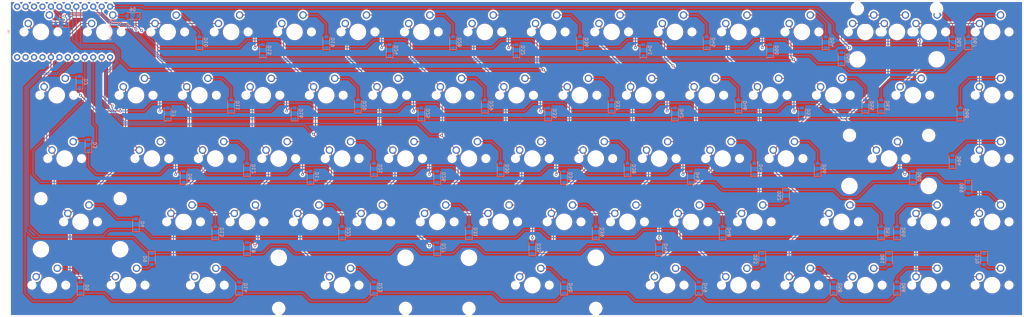
<source format=kicad_pcb>
(kicad_pcb (version 20171130) (host pcbnew "(5.1.8-0-10_14)")
  (layers (0 F.Cu signal) (31 B.Cu signal) (34 B.Paste user) (35 F.Paste user) (36 B.SilkS user) (37 F.SilkS user) (38 B.Mask user) (39 F.Mask user) (44 Edge.Cuts user))
  (net 0 "")
  (net 1 "Net-(B1-Pad1)")
  (net 2 "Net-(B1-Pad2)")
  (net 3 "Net-(B1-Pad5)")
  (net 4 "Net-(B1-Pad6)")
  (net 5 "Net-(B1-Pad7)")
  (net 6 "Net-(B1-Pad8)")
  (net 7 "Net-(B1-Pad9)")
  (net 8 "Net-(B1-Pad10)")
  (net 9 "Net-(B1-Pad11)")
  (net 10 "Net-(B1-Pad12)")
  (net 11 "Net-(B1-Pad13)")
  (net 12 "Net-(B1-Pad14)")
  (net 13 "Net-(B1-Pad15)")
  (net 14 "Net-(B1-Pad16)")
  (net 15 "Net-(B1-Pad17)")
  (net 16 "Net-(B1-Pad18)")
  (net 17 "Net-(B1-Pad19)")
  (net 18 "Net-(B1-Pad20)")
  (net 19 "Net-(B1-Pad21)")
  (net 20 "Net-(B1-Pad22)")
  (net 21 "Net-(B1-Pad24)")
  (net 22 "Net-(D1-Pad2)")
  (net 23 "Net-(D2-Pad2)")
  (net 24 "Net-(D3-Pad2)")
  (net 25 "Net-(D4-Pad2)")
  (net 26 "Net-(D5-Pad2)")
  (net 27 "Net-(D6-Pad2)")
  (net 28 "Net-(D7-Pad2)")
  (net 29 "Net-(D8-Pad2)")
  (net 30 "Net-(D9-Pad2)")
  (net 31 "Net-(D10-Pad2)")
  (net 32 "Net-(D11-Pad2)")
  (net 33 "Net-(D12-Pad2)")
  (net 34 "Net-(D13-Pad2)")
  (net 35 "Net-(D14-Pad2)")
  (net 36 "Net-(D15-Pad2)")
  (net 37 "Net-(D16-Pad2)")
  (net 38 "Net-(D17-Pad2)")
  (net 39 "Net-(D18-Pad2)")
  (net 40 "Net-(D19-Pad2)")
  (net 41 "Net-(D20-Pad2)")
  (net 42 "Net-(D21-Pad2)")
  (net 43 "Net-(D22-Pad2)")
  (net 44 "Net-(D23-Pad2)")
  (net 45 "Net-(D24-Pad2)")
  (net 46 "Net-(D25-Pad2)")
  (net 47 "Net-(D26-Pad2)")
  (net 48 "Net-(D27-Pad2)")
  (net 49 "Net-(D28-Pad2)")
  (net 50 "Net-(D29-Pad2)")
  (net 51 "Net-(D30-Pad2)")
  (net 52 "Net-(D31-Pad2)")
  (net 53 "Net-(D32-Pad2)")
  (net 54 "Net-(D33-Pad2)")
  (net 55 "Net-(D34-Pad2)")
  (net 56 "Net-(D35-Pad2)")
  (net 57 "Net-(D36-Pad2)")
  (net 58 "Net-(D37-Pad2)")
  (net 59 "Net-(D38-Pad2)")
  (net 60 "Net-(D39-Pad2)")
  (net 61 "Net-(D40-Pad2)")
  (net 62 "Net-(D41-Pad2)")
  (net 63 "Net-(D42-Pad2)")
  (net 64 "Net-(D43-Pad2)")
  (net 65 "Net-(D44-Pad2)")
  (net 66 "Net-(D45-Pad2)")
  (net 67 "Net-(D46-Pad2)")
  (net 68 "Net-(D47-Pad2)")
  (net 69 "Net-(D48-Pad2)")
  (net 70 "Net-(D49-Pad2)")
  (net 71 "Net-(D50-Pad2)")
  (net 72 "Net-(D51-Pad2)")
  (net 73 "Net-(D52-Pad2)")
  (net 74 "Net-(D53-Pad2)")
  (net 75 "Net-(D54-Pad2)")
  (net 76 "Net-(D55-Pad2)")
  (net 77 "Net-(D56-Pad2)")
  (net 78 "Net-(D57-Pad2)")
  (net 79 "Net-(D58-Pad2)")
  (net 80 "Net-(D59-Pad2)")
  (net 81 "Net-(D60-Pad2)")
  (net 82 "Net-(D61-Pad2)")
  (net 83 "Net-(D62-Pad2)")
  (net 84 "Net-(D63-Pad2)")
  (net 85 "Net-(D64-Pad2)")
  (net 86 "Net-(D65-Pad2)")
  (net 87 "Net-(D66-Pad2)")
  (net 88 "Net-(D67-Pad2)")
  (net 89 "Net-(D68-Pad2)")
  (net 90 "Net-(D69-Pad2)")
  (net 91 "Net-(D70-Pad2)")
  (net 92 +5V)
  (module MX_Only:MXOnly-1U-NoLED (layer F.Cu) (at 290.5125 66.675)
    (fp_text reference MX65)
    (fp_text value MX-NoLED)
    (pad 2 thru_hole circle (at 2.54 -5.08) (size 2.25 2.25) (drill 1.47) (layers *.Cu B.Mask) (net 85 "Net-(D64-Pad2)"))
    (pad "" np_thru_hole circle (at 0 0) (size 3.9878 3.9878) (drill 3.9878) (layers *.Cu *.Mask))
    (pad 1 thru_hole circle (at -3.81 -2.54) (size 2.25 2.25) (drill 1.47) (layers *.Cu B.Mask) (net 10 "Net-(B1-Pad12)"))
    (pad "" np_thru_hole circle (at -5.08 0 48.0996) (size 1.75 1.75) (drill 1.75) (layers *.Cu *.Mask))
    (pad "" np_thru_hole circle (at 5.08 0 48.0996) (size 1.75 1.75) (drill 1.75) (layers *.Cu *.Mask))
  )
  (module MX_Only:MXOnly-1U-NoLED (layer F.Cu) (at 233.3625 104.775)
    (fp_text reference MX58)
    (fp_text value MX-NoLED)
    (pad "" np_thru_hole circle (at 5.08 0 48.0996) (size 1.75 1.75) (drill 1.75) (layers *.Cu *.Mask))
    (pad "" np_thru_hole circle (at -5.08 0 48.0996) (size 1.75 1.75) (drill 1.75) (layers *.Cu *.Mask))
    (pad 1 thru_hole circle (at -3.81 -2.54) (size 2.25 2.25) (drill 1.47) (layers *.Cu B.Mask) (net 9 "Net-(B1-Pad11)"))
    (pad "" np_thru_hole circle (at 0 0) (size 3.9878 3.9878) (drill 3.9878) (layers *.Cu *.Mask))
    (pad 2 thru_hole circle (at 2.54 -5.08) (size 2.25 2.25) (drill 1.47) (layers *.Cu B.Mask) (net 79 "Net-(D58-Pad2)"))
  )
  (module Diode_SMD:D_SOD-123 (layer B.Cu) (at 288.13125 96.9 270)
    (fp_text reference D70 (at 0 2 90) (layer B.SilkS) (effects (justify mirror)))
    (fp_text value D)
    (pad 2 smd rect (at 1.65 0 270) (size 0.9 1.2) (layers B.Cu B.Paste B.Mask) (net 91 "Net-(D70-Pad2)"))
    (pad 1 smd rect (at -1.65 0 270) (size 0.9 1.2) (layers B.Cu B.Paste B.Mask) (net 16 "Net-(B1-Pad18)"))
  )
  (module Diode_SMD:D_SOD-123 (layer B.Cu) (at 283.36875 75.46875 270)
    (fp_text reference D69 (at 0 2 90) (layer B.SilkS) (effects (justify mirror)))
    (fp_text value D)
    (pad 2 smd rect (at 1.65 0 270) (size 0.9 1.2) (layers B.Cu B.Paste B.Mask) (net 90 "Net-(D69-Pad2)"))
    (pad 1 smd rect (at -1.65 0 270) (size 0.9 1.2) (layers B.Cu B.Paste B.Mask) (net 14 "Net-(B1-Pad16)"))
  )
  (module Diode_SMD:D_SOD-123 (layer B.Cu) (at 280.9875 53.11875 90)
    (fp_text reference D68 (at 0 2 90) (layer B.SilkS) (effects (justify mirror)))
    (fp_text value D)
    (pad 2 smd rect (at 1.65 0 90) (size 0.9 1.2) (layers B.Cu B.Paste B.Mask) (net 89 "Net-(D68-Pad2)"))
    (pad 1 smd rect (at -1.65 0 90) (size 0.9 1.2) (layers B.Cu B.Paste B.Mask) (net 12 "Net-(B1-Pad14)"))
  )
  (module Diode_SMD:D_SOD-123 (layer B.Cu) (at 283.36875 31.6875 90)
    (fp_text reference D67 (at 0 2 90) (layer B.SilkS) (effects (justify mirror)))
    (fp_text value D)
    (pad 2 smd rect (at 1.65 0 90) (size 0.9 1.2) (layers B.Cu B.Paste B.Mask) (net 88 "Net-(D67-Pad2)"))
    (pad 1 smd rect (at -1.65 0 90) (size 0.9 1.2) (layers B.Cu B.Paste B.Mask) (net 2 "Net-(B1-Pad2)"))
  )
  (module Diode_SMD:D_SOD-123 (layer B.Cu) (at 261.9375 105.50625 90)
    (fp_text reference D66 (at 0 2 90) (layer B.SilkS) (effects (justify mirror)))
    (fp_text value D)
    (pad 2 smd rect (at 1.65 0 90) (size 0.9 1.2) (layers B.Cu B.Paste B.Mask) (net 87 "Net-(D66-Pad2)"))
    (pad 1 smd rect (at -1.65 0 90) (size 0.9 1.2) (layers B.Cu B.Paste B.Mask) (net 17 "Net-(B1-Pad19)"))
  )
  (module Diode_SMD:D_SOD-123 (layer B.Cu) (at 261.9375 88.8375 90)
    (fp_text reference D65 (at 0 2 90) (layer B.SilkS) (effects (justify mirror)))
    (fp_text value D)
    (pad 2 smd rect (at 1.65 0 90) (size 0.9 1.2) (layers B.Cu B.Paste B.Mask) (net 86 "Net-(D65-Pad2)"))
    (pad 1 smd rect (at -1.65 0 90) (size 0.9 1.2) (layers B.Cu B.Paste B.Mask) (net 15 "Net-(B1-Pad17)"))
  )
  (module Diode_SMD:D_SOD-123 (layer B.Cu) (at 278.60625 67.40625 90)
    (fp_text reference D64 (at 0 2 90) (layer B.SilkS) (effects (justify mirror)))
    (fp_text value D)
    (pad 2 smd rect (at 1.65 0 90) (size 0.9 1.2) (layers B.Cu B.Paste B.Mask) (net 85 "Net-(D64-Pad2)"))
    (pad 1 smd rect (at -1.65 0 90) (size 0.9 1.2) (layers B.Cu B.Paste B.Mask) (net 13 "Net-(B1-Pad15)"))
  )
  (module Diode_SMD:D_SOD-123 (layer B.Cu) (at 257.175 50.7375 90)
    (fp_text reference D63 (at 0 2 90) (layer B.SilkS) (effects (justify mirror)))
    (fp_text value D)
    (pad 2 smd rect (at 1.65 0 90) (size 0.9 1.2) (layers B.Cu B.Paste B.Mask) (net 84 "Net-(D63-Pad2)"))
    (pad 1 smd rect (at -1.65 0 90) (size 0.9 1.2) (layers B.Cu B.Paste B.Mask) (net 11 "Net-(B1-Pad13)"))
  )
  (module Diode_SMD:D_SOD-123 (layer B.Cu) (at 278.60625 31.6875 90)
    (fp_text reference D62 (at 0 2 90) (layer B.SilkS) (effects (justify mirror)))
    (fp_text value D)
    (pad 2 smd rect (at 1.65 0 90) (size 0.9 1.2) (layers B.Cu B.Paste B.Mask) (net 83 "Net-(D62-Pad2)"))
    (pad 1 smd rect (at -1.65 0 90) (size 0.9 1.2) (layers B.Cu B.Paste B.Mask) (net 3 "Net-(B1-Pad5)"))
  )
  (module Diode_SMD:D_SOD-123 (layer B.Cu) (at 259.55625 96.9 270)
    (fp_text reference D61 (at 0 2 90) (layer B.SilkS) (effects (justify mirror)))
    (fp_text value D)
    (pad 2 smd rect (at 1.65 0 270) (size 0.9 1.2) (layers B.Cu B.Paste B.Mask) (net 82 "Net-(D61-Pad2)"))
    (pad 1 smd rect (at -1.65 0 270) (size 0.9 1.2) (layers B.Cu B.Paste B.Mask) (net 16 "Net-(B1-Pad18)"))
  )
  (module Diode_SMD:D_SOD-123 (layer B.Cu) (at 266.7 72.16875 90)
    (fp_text reference D60 (at 0 2 90) (layer B.SilkS) (effects (justify mirror)))
    (fp_text value D)
    (pad 2 smd rect (at 1.65 0 90) (size 0.9 1.2) (layers B.Cu B.Paste B.Mask) (net 81 "Net-(D60-Pad2)"))
    (pad 1 smd rect (at -1.65 0 90) (size 0.9 1.2) (layers B.Cu B.Paste B.Mask) (net 14 "Net-(B1-Pad16)"))
  )
  (module Diode_SMD:D_SOD-123 (layer B.Cu) (at 245.26875 36.45 90)
    (fp_text reference D59 (at 0 2 90) (layer B.SilkS) (effects (justify mirror)))
    (fp_text value D)
    (pad 2 smd rect (at 1.65 0 90) (size 0.9 1.2) (layers B.Cu B.Paste B.Mask) (net 80 "Net-(D59-Pad2)"))
    (pad 1 smd rect (at -1.65 0 90) (size 0.9 1.2) (layers B.Cu B.Paste B.Mask) (net 2 "Net-(B1-Pad2)"))
  )
  (module Diode_SMD:D_SOD-123 (layer B.Cu) (at 242.8875 105.50625 90)
    (fp_text reference D58 (at 0 2 90) (layer B.SilkS) (effects (justify mirror)))
    (fp_text value D)
    (pad 2 smd rect (at 1.65 0 90) (size 0.9 1.2) (layers B.Cu B.Paste B.Mask) (net 79 "Net-(D58-Pad2)"))
    (pad 1 smd rect (at -1.65 0 90) (size 0.9 1.2) (layers B.Cu B.Paste B.Mask) (net 17 "Net-(B1-Pad19)"))
  )
  (module Diode_SMD:D_SOD-123 (layer B.Cu) (at 257.175 88.8375 90)
    (fp_text reference D57 (at 0 2 90) (layer B.SilkS) (effects (justify mirror)))
    (fp_text value D)
    (pad 2 smd rect (at 1.65 0 90) (size 0.9 1.2) (layers B.Cu B.Paste B.Mask) (net 78 "Net-(D57-Pad2)"))
    (pad 1 smd rect (at -1.65 0 90) (size 0.9 1.2) (layers B.Cu B.Paste B.Mask) (net 15 "Net-(B1-Pad17)"))
  )
  (module Diode_SMD:D_SOD-123 (layer B.Cu) (at 238.125 69.7875 90)
    (fp_text reference D56 (at 0 2 90) (layer B.SilkS) (effects (justify mirror)))
    (fp_text value D)
    (pad 2 smd rect (at 1.65 0 90) (size 0.9 1.2) (layers B.Cu B.Paste B.Mask) (net 77 "Net-(D56-Pad2)"))
    (pad 1 smd rect (at -1.65 0 90) (size 0.9 1.2) (layers B.Cu B.Paste B.Mask) (net 13 "Net-(B1-Pad15)"))
  )
  (module Diode_SMD:D_SOD-123 (layer B.Cu) (at 252.4125 50.7375 90)
    (fp_text reference D55 (at 0 2 90) (layer B.SilkS) (effects (justify mirror)))
    (fp_text value D)
    (pad 2 smd rect (at 1.65 0 90) (size 0.9 1.2) (layers B.Cu B.Paste B.Mask) (net 76 "Net-(D55-Pad2)"))
    (pad 1 smd rect (at -1.65 0 90) (size 0.9 1.2) (layers B.Cu B.Paste B.Mask) (net 11 "Net-(B1-Pad13)"))
  )
  (module Diode_SMD:D_SOD-123 (layer B.Cu) (at 240.50625 31.6875 90)
    (fp_text reference D54 (at 0 2 90) (layer B.SilkS) (effects (justify mirror)))
    (fp_text value D)
    (pad 2 smd rect (at 1.65 0 90) (size 0.9 1.2) (layers B.Cu B.Paste B.Mask) (net 75 "Net-(D54-Pad2)"))
    (pad 1 smd rect (at -1.65 0 90) (size 0.9 1.2) (layers B.Cu B.Paste B.Mask) (net 3 "Net-(B1-Pad5)"))
  )
  (module Diode_SMD:D_SOD-123 (layer B.Cu) (at 221.45625 96.9 270)
    (fp_text reference D53 (at 0 2 90) (layer B.SilkS) (effects (justify mirror)))
    (fp_text value D)
    (pad 2 smd rect (at 1.65 0 270) (size 0.9 1.2) (layers B.Cu B.Paste B.Mask) (net 74 "Net-(D53-Pad2)"))
    (pad 1 smd rect (at -1.65 0 270) (size 0.9 1.2) (layers B.Cu B.Paste B.Mask) (net 16 "Net-(B1-Pad18)"))
  )
  (module Diode_SMD:D_SOD-123 (layer B.Cu) (at 228.6 77.85 270)
    (fp_text reference D52 (at 0 2 90) (layer B.SilkS) (effects (justify mirror)))
    (fp_text value D)
    (pad 2 smd rect (at 1.65 0 270) (size 0.9 1.2) (layers B.Cu B.Paste B.Mask) (net 73 "Net-(D52-Pad2)"))
    (pad 1 smd rect (at -1.65 0 270) (size 0.9 1.2) (layers B.Cu B.Paste B.Mask) (net 14 "Net-(B1-Pad16)"))
  )
  (module Diode_SMD:D_SOD-123 (layer B.Cu) (at 233.3625 53.11875 90)
    (fp_text reference D51 (at 0 2 90) (layer B.SilkS) (effects (justify mirror)))
    (fp_text value D)
    (pad 2 smd rect (at 1.65 0 90) (size 0.9 1.2) (layers B.Cu B.Paste B.Mask) (net 72 "Net-(D51-Pad2)"))
    (pad 1 smd rect (at -1.65 0 90) (size 0.9 1.2) (layers B.Cu B.Paste B.Mask) (net 12 "Net-(B1-Pad14)"))
  )
  (module Diode_SMD:D_SOD-123 (layer B.Cu) (at 223.8375 34.06875 90)
    (fp_text reference D50 (at 0 2 90) (layer B.SilkS) (effects (justify mirror)))
    (fp_text value D)
    (pad 2 smd rect (at 1.65 0 90) (size 0.9 1.2) (layers B.Cu B.Paste B.Mask) (net 71 "Net-(D50-Pad2)"))
    (pad 1 smd rect (at -1.65 0 90) (size 0.9 1.2) (layers B.Cu B.Paste B.Mask) (net 2 "Net-(B1-Pad2)"))
  )
  (module Diode_SMD:D_SOD-123 (layer B.Cu) (at 202.40625 105.50625 90)
    (fp_text reference D49 (at 0 2 90) (layer B.SilkS) (effects (justify mirror)))
    (fp_text value D)
    (pad 2 smd rect (at 1.65 0 90) (size 0.9 1.2) (layers B.Cu B.Paste B.Mask) (net 70 "Net-(D49-Pad2)"))
    (pad 1 smd rect (at -1.65 0 90) (size 0.9 1.2) (layers B.Cu B.Paste B.Mask) (net 17 "Net-(B1-Pad19)"))
  )
  (module Diode_SMD:D_SOD-123 (layer B.Cu) (at 209.55 88.8375 90)
    (fp_text reference D48 (at 0 2 90) (layer B.SilkS) (effects (justify mirror)))
    (fp_text value D)
    (pad 2 smd rect (at 1.65 0 90) (size 0.9 1.2) (layers B.Cu B.Paste B.Mask) (net 69 "Net-(D48-Pad2)"))
    (pad 1 smd rect (at -1.65 0 90) (size 0.9 1.2) (layers B.Cu B.Paste B.Mask) (net 15 "Net-(B1-Pad17)"))
  )
  (module Diode_SMD:D_SOD-123 (layer B.Cu) (at 219.075 69.7875 90)
    (fp_text reference D47 (at 0 2 90) (layer B.SilkS) (effects (justify mirror)))
    (fp_text value D)
    (pad 2 smd rect (at 1.65 0 90) (size 0.9 1.2) (layers B.Cu B.Paste B.Mask) (net 68 "Net-(D47-Pad2)"))
    (pad 1 smd rect (at -1.65 0 90) (size 0.9 1.2) (layers B.Cu B.Paste B.Mask) (net 13 "Net-(B1-Pad15)"))
  )
  (module Diode_SMD:D_SOD-123 (layer B.Cu) (at 214.3125 50.7375 90)
    (fp_text reference D46 (at 0 2 90) (layer B.SilkS) (effects (justify mirror)))
    (fp_text value D)
    (pad 2 smd rect (at 1.65 0 90) (size 0.9 1.2) (layers B.Cu B.Paste B.Mask) (net 67 "Net-(D46-Pad2)"))
    (pad 1 smd rect (at -1.65 0 90) (size 0.9 1.2) (layers B.Cu B.Paste B.Mask) (net 11 "Net-(B1-Pad13)"))
  )
  (module Diode_SMD:D_SOD-123 (layer B.Cu) (at 204.7875 31.6875 90)
    (fp_text reference D45 (at 0 2 90) (layer B.SilkS) (effects (justify mirror)))
    (fp_text value D)
    (pad 2 smd rect (at 1.65 0 90) (size 0.9 1.2) (layers B.Cu B.Paste B.Mask) (net 66 "Net-(D45-Pad2)"))
    (pad 1 smd rect (at -1.65 0 90) (size 0.9 1.2) (layers B.Cu B.Paste B.Mask) (net 3 "Net-(B1-Pad5)"))
  )
  (module Diode_SMD:D_SOD-123 (layer B.Cu) (at 190.5 93.6 90)
    (fp_text reference D44 (at 0 2 90) (layer B.SilkS) (effects (justify mirror)))
    (fp_text value D)
    (pad 2 smd rect (at 1.65 0 90) (size 0.9 1.2) (layers B.Cu B.Paste B.Mask) (net 65 "Net-(D44-Pad2)"))
    (pad 1 smd rect (at -1.65 0 90) (size 0.9 1.2) (layers B.Cu B.Paste B.Mask) (net 16 "Net-(B1-Pad18)"))
  )
  (module Diode_SMD:D_SOD-123 (layer B.Cu) (at 200.025 72.16875 90)
    (fp_text reference D43 (at 0 2 90) (layer B.SilkS) (effects (justify mirror)))
    (fp_text value D)
    (pad 2 smd rect (at 1.65 0 90) (size 0.9 1.2) (layers B.Cu B.Paste B.Mask) (net 64 "Net-(D43-Pad2)"))
    (pad 1 smd rect (at -1.65 0 90) (size 0.9 1.2) (layers B.Cu B.Paste B.Mask) (net 14 "Net-(B1-Pad16)"))
  )
  (module Diode_SMD:D_SOD-123 (layer B.Cu) (at 195.2625 53.11875 90)
    (fp_text reference D42 (at 0 2 90) (layer B.SilkS) (effects (justify mirror)))
    (fp_text value D)
    (pad 2 smd rect (at 1.65 0 90) (size 0.9 1.2) (layers B.Cu B.Paste B.Mask) (net 63 "Net-(D42-Pad2)"))
    (pad 1 smd rect (at -1.65 0 90) (size 0.9 1.2) (layers B.Cu B.Paste B.Mask) (net 12 "Net-(B1-Pad14)"))
  )
  (module Diode_SMD:D_SOD-123 (layer B.Cu) (at 185.7375 34.06875 90)
    (fp_text reference D41 (at 0 2 90) (layer B.SilkS) (effects (justify mirror)))
    (fp_text value D)
    (pad 2 smd rect (at 1.65 0 90) (size 0.9 1.2) (layers B.Cu B.Paste B.Mask) (net 62 "Net-(D41-Pad2)"))
    (pad 1 smd rect (at -1.65 0 90) (size 0.9 1.2) (layers B.Cu B.Paste B.Mask) (net 2 "Net-(B1-Pad2)"))
  )
  (module Diode_SMD:D_SOD-123 (layer B.Cu) (at 161.925 105.50625 90)
    (fp_text reference D40 (at 0 2 90) (layer B.SilkS) (effects (justify mirror)))
    (fp_text value D)
    (pad 2 smd rect (at 1.65 0 90) (size 0.9 1.2) (layers B.Cu B.Paste B.Mask) (net 61 "Net-(D40-Pad2)"))
    (pad 1 smd rect (at -1.65 0 90) (size 0.9 1.2) (layers B.Cu B.Paste B.Mask) (net 17 "Net-(B1-Pad19)"))
  )
  (module Diode_SMD:D_SOD-123 (layer B.Cu) (at 171.45 88.8375 90)
    (fp_text reference D39 (at 0 2 90) (layer B.SilkS) (effects (justify mirror)))
    (fp_text value D)
    (pad 2 smd rect (at 1.65 0 90) (size 0.9 1.2) (layers B.Cu B.Paste B.Mask) (net 60 "Net-(D39-Pad2)"))
    (pad 1 smd rect (at -1.65 0 90) (size 0.9 1.2) (layers B.Cu B.Paste B.Mask) (net 15 "Net-(B1-Pad17)"))
  )
  (module Diode_SMD:D_SOD-123 (layer B.Cu) (at 180.975 69.7875 90)
    (fp_text reference D38 (at 0 2 90) (layer B.SilkS) (effects (justify mirror)))
    (fp_text value D)
    (pad 2 smd rect (at 1.65 0 90) (size 0.9 1.2) (layers B.Cu B.Paste B.Mask) (net 59 "Net-(D38-Pad2)"))
    (pad 1 smd rect (at -1.65 0 90) (size 0.9 1.2) (layers B.Cu B.Paste B.Mask) (net 13 "Net-(B1-Pad15)"))
  )
  (module Diode_SMD:D_SOD-123 (layer B.Cu) (at 176.2125 50.7375 90)
    (fp_text reference D37 (at 0 2 90) (layer B.SilkS) (effects (justify mirror)))
    (fp_text value D)
    (pad 2 smd rect (at 1.65 0 90) (size 0.9 1.2) (layers B.Cu B.Paste B.Mask) (net 58 "Net-(D37-Pad2)"))
    (pad 1 smd rect (at -1.65 0 90) (size 0.9 1.2) (layers B.Cu B.Paste B.Mask) (net 11 "Net-(B1-Pad13)"))
  )
  (module Diode_SMD:D_SOD-123 (layer B.Cu) (at 166.6875 31.6875 90)
    (fp_text reference D36 (at 0 2 90) (layer B.SilkS) (effects (justify mirror)))
    (fp_text value D)
    (pad 2 smd rect (at 1.65 0 90) (size 0.9 1.2) (layers B.Cu B.Paste B.Mask) (net 57 "Net-(D36-Pad2)"))
    (pad 1 smd rect (at -1.65 0 90) (size 0.9 1.2) (layers B.Cu B.Paste B.Mask) (net 3 "Net-(B1-Pad5)"))
  )
  (module Diode_SMD:D_SOD-123 (layer B.Cu) (at 152.4 93.6 90)
    (fp_text reference D35 (at 0 2 90) (layer B.SilkS) (effects (justify mirror)))
    (fp_text value D)
    (pad 2 smd rect (at 1.65 0 90) (size 0.9 1.2) (layers B.Cu B.Paste B.Mask) (net 56 "Net-(D35-Pad2)"))
    (pad 1 smd rect (at -1.65 0 90) (size 0.9 1.2) (layers B.Cu B.Paste B.Mask) (net 16 "Net-(B1-Pad18)"))
  )
  (module Diode_SMD:D_SOD-123 (layer B.Cu) (at 161.925 72.16875 90)
    (fp_text reference D34 (at 0 2 90) (layer B.SilkS) (effects (justify mirror)))
    (fp_text value D)
    (pad 2 smd rect (at 1.65 0 90) (size 0.9 1.2) (layers B.Cu B.Paste B.Mask) (net 55 "Net-(D34-Pad2)"))
    (pad 1 smd rect (at -1.65 0 90) (size 0.9 1.2) (layers B.Cu B.Paste B.Mask) (net 14 "Net-(B1-Pad16)"))
  )
  (module Diode_SMD:D_SOD-123 (layer B.Cu) (at 157.1625 53.11875 90)
    (fp_text reference D33 (at 0 2 90) (layer B.SilkS) (effects (justify mirror)))
    (fp_text value D)
    (pad 2 smd rect (at 1.65 0 90) (size 0.9 1.2) (layers B.Cu B.Paste B.Mask) (net 54 "Net-(D33-Pad2)"))
    (pad 1 smd rect (at -1.65 0 90) (size 0.9 1.2) (layers B.Cu B.Paste B.Mask) (net 12 "Net-(B1-Pad14)"))
  )
  (module Diode_SMD:D_SOD-123 (layer B.Cu) (at 147.6375 34.06875 90)
    (fp_text reference D32 (at 0 2 90) (layer B.SilkS) (effects (justify mirror)))
    (fp_text value D)
    (pad 2 smd rect (at 1.65 0 90) (size 0.9 1.2) (layers B.Cu B.Paste B.Mask) (net 53 "Net-(D32-Pad2)"))
    (pad 1 smd rect (at -1.65 0 90) (size 0.9 1.2) (layers B.Cu B.Paste B.Mask) (net 2 "Net-(B1-Pad2)"))
  )
  (module Diode_SMD:D_SOD-123 (layer B.Cu) (at 133.35 88.8375 90)
    (fp_text reference D31 (at 0 2 90) (layer B.SilkS) (effects (justify mirror)))
    (fp_text value D)
    (pad 2 smd rect (at 1.65 0 90) (size 0.9 1.2) (layers B.Cu B.Paste B.Mask) (net 52 "Net-(D31-Pad2)"))
    (pad 1 smd rect (at -1.65 0 90) (size 0.9 1.2) (layers B.Cu B.Paste B.Mask) (net 15 "Net-(B1-Pad17)"))
  )
  (module Diode_SMD:D_SOD-123 (layer B.Cu) (at 142.875 69.7875 90)
    (fp_text reference D30 (at 0 2 90) (layer B.SilkS) (effects (justify mirror)))
    (fp_text value D)
    (pad 2 smd rect (at 1.65 0 90) (size 0.9 1.2) (layers B.Cu B.Paste B.Mask) (net 51 "Net-(D30-Pad2)"))
    (pad 1 smd rect (at -1.65 0 90) (size 0.9 1.2) (layers B.Cu B.Paste B.Mask) (net 13 "Net-(B1-Pad15)"))
  )
  (module Diode_SMD:D_SOD-123 (layer B.Cu) (at 138.1125 50.7375 90)
    (fp_text reference D29 (at 0 2 90) (layer B.SilkS) (effects (justify mirror)))
    (fp_text value D)
    (pad 2 smd rect (at 1.65 0 90) (size 0.9 1.2) (layers B.Cu B.Paste B.Mask) (net 50 "Net-(D29-Pad2)"))
    (pad 1 smd rect (at -1.65 0 90) (size 0.9 1.2) (layers B.Cu B.Paste B.Mask) (net 11 "Net-(B1-Pad13)"))
  )
  (module Diode_SMD:D_SOD-123 (layer B.Cu) (at 128.5875 31.6875 90)
    (fp_text reference D28 (at 0 2 90) (layer B.SilkS) (effects (justify mirror)))
    (fp_text value D)
    (pad 2 smd rect (at 1.65 0 90) (size 0.9 1.2) (layers B.Cu B.Paste B.Mask) (net 49 "Net-(D28-Pad2)"))
    (pad 1 smd rect (at -1.65 0 90) (size 0.9 1.2) (layers B.Cu B.Paste B.Mask) (net 3 "Net-(B1-Pad5)"))
  )
  (module Diode_SMD:D_SOD-123 (layer B.Cu) (at 123.825 93.6 90)
    (fp_text reference D27 (at 0 2 90) (layer B.SilkS) (effects (justify mirror)))
    (fp_text value D)
    (pad 2 smd rect (at 1.65 0 90) (size 0.9 1.2) (layers B.Cu B.Paste B.Mask) (net 48 "Net-(D27-Pad2)"))
    (pad 1 smd rect (at -1.65 0 90) (size 0.9 1.2) (layers B.Cu B.Paste B.Mask) (net 16 "Net-(B1-Pad18)"))
  )
  (module Diode_SMD:D_SOD-123 (layer B.Cu) (at 123.825 72.16875 90)
    (fp_text reference D26 (at 0 2 90) (layer B.SilkS) (effects (justify mirror)))
    (fp_text value D)
    (pad 2 smd rect (at 1.65 0 90) (size 0.9 1.2) (layers B.Cu B.Paste B.Mask) (net 47 "Net-(D26-Pad2)"))
    (pad 1 smd rect (at -1.65 0 90) (size 0.9 1.2) (layers B.Cu B.Paste B.Mask) (net 14 "Net-(B1-Pad16)"))
  )
  (module Diode_SMD:D_SOD-123 (layer B.Cu) (at 119.0625 53.11875 90)
    (fp_text reference D25 (at 0 2 90) (layer B.SilkS) (effects (justify mirror)))
    (fp_text value D)
    (pad 2 smd rect (at 1.65 0 90) (size 0.9 1.2) (layers B.Cu B.Paste B.Mask) (net 46 "Net-(D25-Pad2)"))
    (pad 1 smd rect (at -1.65 0 90) (size 0.9 1.2) (layers B.Cu B.Paste B.Mask) (net 12 "Net-(B1-Pad14)"))
  )
  (module Diode_SMD:D_SOD-123 (layer B.Cu) (at 109.5375 34.06875 90)
    (fp_text reference D24 (at 0 2 90) (layer B.SilkS) (effects (justify mirror)))
    (fp_text value D)
    (pad 2 smd rect (at 1.65 0 90) (size 0.9 1.2) (layers B.Cu B.Paste B.Mask) (net 45 "Net-(D24-Pad2)"))
    (pad 1 smd rect (at -1.65 0 90) (size 0.9 1.2) (layers B.Cu B.Paste B.Mask) (net 2 "Net-(B1-Pad2)"))
  )
  (module Diode_SMD:D_SOD-123 (layer B.Cu) (at 104.775 105.50625 90)
    (fp_text reference D23 (at 0 2 90) (layer B.SilkS) (effects (justify mirror)))
    (fp_text value D)
    (pad 2 smd rect (at 1.65 0 90) (size 0.9 1.2) (layers B.Cu B.Paste B.Mask) (net 44 "Net-(D23-Pad2)"))
    (pad 1 smd rect (at -1.65 0 90) (size 0.9 1.2) (layers B.Cu B.Paste B.Mask) (net 17 "Net-(B1-Pad19)"))
  )
  (module Diode_SMD:D_SOD-123 (layer B.Cu) (at 95.25 88.8375 90)
    (fp_text reference D22 (at 0 2 90) (layer B.SilkS) (effects (justify mirror)))
    (fp_text value D)
    (pad 2 smd rect (at 1.65 0 90) (size 0.9 1.2) (layers B.Cu B.Paste B.Mask) (net 43 "Net-(D22-Pad2)"))
    (pad 1 smd rect (at -1.65 0 90) (size 0.9 1.2) (layers B.Cu B.Paste B.Mask) (net 15 "Net-(B1-Pad17)"))
  )
  (module Diode_SMD:D_SOD-123 (layer B.Cu) (at 104.775 69.7875 90)
    (fp_text reference D21 (at 0 2 90) (layer B.SilkS) (effects (justify mirror)))
    (fp_text value D)
    (pad 2 smd rect (at 1.65 0 90) (size 0.9 1.2) (layers B.Cu B.Paste B.Mask) (net 42 "Net-(D21-Pad2)"))
    (pad 1 smd rect (at -1.65 0 90) (size 0.9 1.2) (layers B.Cu B.Paste B.Mask) (net 13 "Net-(B1-Pad15)"))
  )
  (module Diode_SMD:D_SOD-123 (layer B.Cu) (at 100.0125 50.7375 90)
    (fp_text reference D20 (at 0 2 90) (layer B.SilkS) (effects (justify mirror)))
    (fp_text value D)
    (pad 2 smd rect (at 1.65 0 90) (size 0.9 1.2) (layers B.Cu B.Paste B.Mask) (net 41 "Net-(D20-Pad2)"))
    (pad 1 smd rect (at -1.65 0 90) (size 0.9 1.2) (layers B.Cu B.Paste B.Mask) (net 11 "Net-(B1-Pad13)"))
  )
  (module Diode_SMD:D_SOD-123 (layer B.Cu) (at 90.4875 31.6875 90)
    (fp_text reference D19 (at 0 2 90) (layer B.SilkS) (effects (justify mirror)))
    (fp_text value D)
    (pad 2 smd rect (at 1.65 0 90) (size 0.9 1.2) (layers B.Cu B.Paste B.Mask) (net 40 "Net-(D19-Pad2)"))
    (pad 1 smd rect (at -1.65 0 90) (size 0.9 1.2) (layers B.Cu B.Paste B.Mask) (net 3 "Net-(B1-Pad5)"))
  )
  (module Diode_SMD:D_SOD-123 (layer B.Cu) (at 66.675 93.6 90)
    (fp_text reference D18 (at 0 2 90) (layer B.SilkS) (effects (justify mirror)))
    (fp_text value D)
    (pad 2 smd rect (at 1.65 0 90) (size 0.9 1.2) (layers B.Cu B.Paste B.Mask) (net 39 "Net-(D18-Pad2)"))
    (pad 1 smd rect (at -1.65 0 90) (size 0.9 1.2) (layers B.Cu B.Paste B.Mask) (net 16 "Net-(B1-Pad18)"))
  )
  (module Diode_SMD:D_SOD-123 (layer B.Cu) (at 85.725 72.16875 90)
    (fp_text reference D17 (at 0 2 90) (layer B.SilkS) (effects (justify mirror)))
    (fp_text value D)
    (pad 2 smd rect (at 1.65 0 90) (size 0.9 1.2) (layers B.Cu B.Paste B.Mask) (net 38 "Net-(D17-Pad2)"))
    (pad 1 smd rect (at -1.65 0 90) (size 0.9 1.2) (layers B.Cu B.Paste B.Mask) (net 14 "Net-(B1-Pad16)"))
  )
  (module Diode_SMD:D_SOD-123 (layer B.Cu) (at 80.9625 53.11875 90)
    (fp_text reference D16 (at 0 2 90) (layer B.SilkS) (effects (justify mirror)))
    (fp_text value D)
    (pad 2 smd rect (at 1.65 0 90) (size 0.9 1.2) (layers B.Cu B.Paste B.Mask) (net 37 "Net-(D16-Pad2)"))
    (pad 1 smd rect (at -1.65 0 90) (size 0.9 1.2) (layers B.Cu B.Paste B.Mask) (net 12 "Net-(B1-Pad14)"))
  )
  (module Diode_SMD:D_SOD-123 (layer B.Cu) (at 71.4375 34.06875 90)
    (fp_text reference D15 (at 0 2 90) (layer B.SilkS) (effects (justify mirror)))
    (fp_text value D)
    (pad 2 smd rect (at 1.65 0 90) (size 0.9 1.2) (layers B.Cu B.Paste B.Mask) (net 36 "Net-(D15-Pad2)"))
    (pad 1 smd rect (at -1.65 0 90) (size 0.9 1.2) (layers B.Cu B.Paste B.Mask) (net 2 "Net-(B1-Pad2)"))
  )
  (module Diode_SMD:D_SOD-123 (layer B.Cu) (at 64.29375 105.50625 90)
    (fp_text reference D14 (at 0 2 90) (layer B.SilkS) (effects (justify mirror)))
    (fp_text value D)
    (pad 2 smd rect (at 1.65 0 90) (size 0.9 1.2) (layers B.Cu B.Paste B.Mask) (net 35 "Net-(D14-Pad2)"))
    (pad 1 smd rect (at -1.65 0 90) (size 0.9 1.2) (layers B.Cu B.Paste B.Mask) (net 17 "Net-(B1-Pad19)"))
  )
  (module Diode_SMD:D_SOD-123 (layer B.Cu) (at 57.15 88.8375 90)
    (fp_text reference D13 (at 0 2 90) (layer B.SilkS) (effects (justify mirror)))
    (fp_text value D)
    (pad 2 smd rect (at 1.65 0 90) (size 0.9 1.2) (layers B.Cu B.Paste B.Mask) (net 34 "Net-(D13-Pad2)"))
    (pad 1 smd rect (at -1.65 0 90) (size 0.9 1.2) (layers B.Cu B.Paste B.Mask) (net 15 "Net-(B1-Pad17)"))
  )
  (module Diode_SMD:D_SOD-123 (layer B.Cu) (at 66.675 69.7875 90)
    (fp_text reference D12 (at 0 2 90) (layer B.SilkS) (effects (justify mirror)))
    (fp_text value D)
    (pad 2 smd rect (at 1.65 0 90) (size 0.9 1.2) (layers B.Cu B.Paste B.Mask) (net 33 "Net-(D12-Pad2)"))
    (pad 1 smd rect (at -1.65 0 90) (size 0.9 1.2) (layers B.Cu B.Paste B.Mask) (net 13 "Net-(B1-Pad15)"))
  )
  (module Diode_SMD:D_SOD-123 (layer B.Cu) (at 61.9125 50.7375 90)
    (fp_text reference D11 (at 0 2 90) (layer B.SilkS) (effects (justify mirror)))
    (fp_text value D)
    (pad 2 smd rect (at 1.65 0 90) (size 0.9 1.2) (layers B.Cu B.Paste B.Mask) (net 32 "Net-(D11-Pad2)"))
    (pad 1 smd rect (at -1.65 0 90) (size 0.9 1.2) (layers B.Cu B.Paste B.Mask) (net 11 "Net-(B1-Pad13)"))
  )
  (module Diode_SMD:D_SOD-123 (layer B.Cu) (at 52.3875 31.6875 90)
    (fp_text reference D10 (at 0 2 90) (layer B.SilkS) (effects (justify mirror)))
    (fp_text value D)
    (pad 2 smd rect (at 1.65 0 90) (size 0.9 1.2) (layers B.Cu B.Paste B.Mask) (net 31 "Net-(D10-Pad2)"))
    (pad 1 smd rect (at -1.65 0 90) (size 0.9 1.2) (layers B.Cu B.Paste B.Mask) (net 3 "Net-(B1-Pad5)"))
  )
  (module Diode_SMD:D_SOD-123 (layer B.Cu) (at 38.1 96.9 270)
    (fp_text reference D9 (at 0 2 90) (layer B.SilkS) (effects (justify mirror)))
    (fp_text value D)
    (pad 2 smd rect (at 1.65 0 270) (size 0.9 1.2) (layers B.Cu B.Paste B.Mask) (net 30 "Net-(D9-Pad2)"))
    (pad 1 smd rect (at -1.65 0 270) (size 0.9 1.2) (layers B.Cu B.Paste B.Mask) (net 16 "Net-(B1-Pad18)"))
  )
  (module Diode_SMD:D_SOD-123 (layer B.Cu) (at 47.625 72.16875 90)
    (fp_text reference D8 (at 0 2 90) (layer B.SilkS) (effects (justify mirror)))
    (fp_text value D)
    (pad 2 smd rect (at 1.65 0 90) (size 0.9 1.2) (layers B.Cu B.Paste B.Mask) (net 29 "Net-(D8-Pad2)"))
    (pad 1 smd rect (at -1.65 0 90) (size 0.9 1.2) (layers B.Cu B.Paste B.Mask) (net 14 "Net-(B1-Pad16)"))
  )
  (module Diode_SMD:D_SOD-123 (layer B.Cu) (at 42.8625 53.11875 90)
    (fp_text reference D7 (at 0 2 90) (layer B.SilkS) (effects (justify mirror)))
    (fp_text value D)
    (pad 2 smd rect (at 1.65 0 90) (size 0.9 1.2) (layers B.Cu B.Paste B.Mask) (net 28 "Net-(D7-Pad2)"))
    (pad 1 smd rect (at -1.65 0 90) (size 0.9 1.2) (layers B.Cu B.Paste B.Mask) (net 12 "Net-(B1-Pad14)"))
  )
  (module Diode_SMD:D_SOD-123 (layer B.Cu) (at 32.3125 23.8125 180)
    (fp_text reference D6 (at 0 2) (layer B.SilkS) (effects (justify mirror)))
    (fp_text value D)
    (pad 2 smd rect (at 1.65 0 180) (size 0.9 1.2) (layers B.Cu B.Paste B.Mask) (net 27 "Net-(D6-Pad2)"))
    (pad 1 smd rect (at -1.65 0 180) (size 0.9 1.2) (layers B.Cu B.Paste B.Mask) (net 2 "Net-(B1-Pad2)"))
  )
  (module Diode_SMD:D_SOD-123 (layer B.Cu) (at 16.66875 105.50625 90)
    (fp_text reference D5 (at 0 2 90) (layer B.SilkS) (effects (justify mirror)))
    (fp_text value D)
    (pad 2 smd rect (at 1.65 0 90) (size 0.9 1.2) (layers B.Cu B.Paste B.Mask) (net 26 "Net-(D5-Pad2)"))
    (pad 1 smd rect (at -1.65 0 90) (size 0.9 1.2) (layers B.Cu B.Paste B.Mask) (net 17 "Net-(B1-Pad19)"))
  )
  (module Diode_SMD:D_SOD-123 (layer B.Cu) (at 33.3375 86.45625 90)
    (fp_text reference D4 (at 0 2 90) (layer B.SilkS) (effects (justify mirror)))
    (fp_text value D)
    (pad 2 smd rect (at 1.65 0 90) (size 0.9 1.2) (layers B.Cu B.Paste B.Mask) (net 25 "Net-(D4-Pad2)"))
    (pad 1 smd rect (at -1.65 0 90) (size 0.9 1.2) (layers B.Cu B.Paste B.Mask) (net 15 "Net-(B1-Pad17)"))
  )
  (module Diode_SMD:D_SOD-123 (layer B.Cu) (at 19.05 62.64375 90)
    (fp_text reference D3 (at 0 2 90) (layer B.SilkS) (effects (justify mirror)))
    (fp_text value D)
    (pad 2 smd rect (at 1.65 0 90) (size 0.9 1.2) (layers B.Cu B.Paste B.Mask) (net 24 "Net-(D3-Pad2)"))
    (pad 1 smd rect (at -1.65 0 90) (size 0.9 1.2) (layers B.Cu B.Paste B.Mask) (net 13 "Net-(B1-Pad15)"))
  )
  (module Diode_SMD:D_SOD-123 (layer B.Cu) (at 16.3375 43.59375 90)
    (fp_text reference D2 (at 0 2 90) (layer B.SilkS) (effects (justify mirror)))
    (fp_text value D)
    (pad 2 smd rect (at 1.65 0 90) (size 0.9 1.2) (layers B.Cu B.Paste B.Mask) (net 23 "Net-(D2-Pad2)"))
    (pad 1 smd rect (at -1.65 0 90) (size 0.9 1.2) (layers B.Cu B.Paste B.Mask) (net 11 "Net-(B1-Pad13)"))
  )
  (module Diode_SMD:D_SOD-123 (layer B.Cu) (at 10.88125 26.19375 180)
    (fp_text reference D1 (at 0 2) (layer B.SilkS) (effects (justify mirror)))
    (fp_text value D)
    (pad 2 smd rect (at 1.65 0 180) (size 0.9 1.2) (layers B.Cu B.Paste B.Mask) (net 22 "Net-(D1-Pad2)"))
    (pad 1 smd rect (at -1.65 0 180) (size 0.9 1.2) (layers B.Cu B.Paste B.Mask) (net 3 "Net-(B1-Pad5)"))
  )
  (module MX_Only:MXOnly-1U-NoLED (layer F.Cu) (at 42.8625 28.575)
    (fp_text reference MX10)
    (fp_text value MX-NoLED)
    (pad 2 thru_hole circle (at 2.54 -5.08) (size 2.25 2.25) (drill 1.47) (layers *.Cu B.Mask) (net 31 "Net-(D10-Pad2)"))
    (pad "" np_thru_hole circle (at 0 0) (size 3.9878 3.9878) (drill 3.9878) (layers *.Cu *.Mask))
    (pad 1 thru_hole circle (at -3.81 -2.54) (size 2.25 2.25) (drill 1.47) (layers *.Cu B.Mask) (net 4 "Net-(B1-Pad6)"))
    (pad "" np_thru_hole circle (at -5.08 0 48.0996) (size 1.75 1.75) (drill 1.75) (layers *.Cu *.Mask))
    (pad "" np_thru_hole circle (at 5.08 0 48.0996) (size 1.75 1.75) (drill 1.75) (layers *.Cu *.Mask))
  )
  (module MX_Only:MXOnly-1U-NoLED (layer F.Cu) (at 195.2625 28.575)
    (fp_text reference MX45)
    (fp_text value MX-NoLED)
    (pad 2 thru_hole circle (at 2.54 -5.08) (size 2.25 2.25) (drill 1.47) (layers *.Cu B.Mask) (net 66 "Net-(D45-Pad2)"))
    (pad "" np_thru_hole circle (at 0 0) (size 3.9878 3.9878) (drill 3.9878) (layers *.Cu *.Mask))
    (pad 1 thru_hole circle (at -3.81 -2.54) (size 2.25 2.25) (drill 1.47) (layers *.Cu B.Mask) (net 8 "Net-(B1-Pad10)"))
    (pad "" np_thru_hole circle (at -5.08 0 48.0996) (size 1.75 1.75) (drill 1.75) (layers *.Cu *.Mask))
    (pad "" np_thru_hole circle (at 5.08 0 48.0996) (size 1.75 1.75) (drill 1.75) (layers *.Cu *.Mask))
  )
  (module MX_Only:MXOnly-1U-NoLED (layer F.Cu) (at 80.9625 28.575)
    (fp_text reference MX19)
    (fp_text value MX-NoLED)
    (pad 2 thru_hole circle (at 2.54 -5.08) (size 2.25 2.25) (drill 1.47) (layers *.Cu B.Mask) (net 40 "Net-(D19-Pad2)"))
    (pad "" np_thru_hole circle (at 0 0) (size 3.9878 3.9878) (drill 3.9878) (layers *.Cu *.Mask))
    (pad 1 thru_hole circle (at -3.81 -2.54) (size 2.25 2.25) (drill 1.47) (layers *.Cu B.Mask) (net 5 "Net-(B1-Pad7)"))
    (pad "" np_thru_hole circle (at -5.08 0 48.0996) (size 1.75 1.75) (drill 1.75) (layers *.Cu *.Mask))
    (pad "" np_thru_hole circle (at 5.08 0 48.0996) (size 1.75 1.75) (drill 1.75) (layers *.Cu *.Mask))
  )
  (module MX_Only:MXOnly-1U-NoLED (layer F.Cu) (at 180.975 85.725)
    (fp_text reference MX44)
    (fp_text value MX-NoLED)
    (pad "" np_thru_hole circle (at 5.08 0 48.0996) (size 1.75 1.75) (drill 1.75) (layers *.Cu *.Mask))
    (pad "" np_thru_hole circle (at -5.08 0 48.0996) (size 1.75 1.75) (drill 1.75) (layers *.Cu *.Mask))
    (pad 1 thru_hole circle (at -3.81 -2.54) (size 2.25 2.25) (drill 1.47) (layers *.Cu B.Mask) (net 7 "Net-(B1-Pad9)"))
    (pad "" np_thru_hole circle (at 0 0) (size 3.9878 3.9878) (drill 3.9878) (layers *.Cu *.Mask))
    (pad 2 thru_hole circle (at 2.54 -5.08) (size 2.25 2.25) (drill 1.47) (layers *.Cu B.Mask) (net 65 "Net-(D44-Pad2)"))
  )
  (module MX_Only:MXOnly-3U-ReversedStabilizers-NoLED (layer F.Cu) (at 95.25 104.775)
    (fp_text reference MX23)
    (fp_text value MX-NoLED)
    (pad 2 thru_hole circle (at 2.54 -5.08) (size 2.25 2.25) (drill 1.47) (layers *.Cu B.Mask) (net 44 "Net-(D23-Pad2)"))
    (pad 1 thru_hole circle (at -3.81 -2.54 48.1) (size 2.25 2.25) (drill 1.47) (layers *.Cu B.Mask) (net 5 "Net-(B1-Pad7)"))
    (pad "" np_thru_hole circle (at 0 0) (size 3.9878 3.9878) (drill 3.9878) (layers *.Cu *.Mask))
    (pad "" np_thru_hole circle (at -5.08 0 48.0996) (size 1.75 1.75) (drill 1.75) (layers *.Cu *.Mask))
    (pad "" np_thru_hole circle (at 5.08 0 48.0996) (size 1.75 1.75) (drill 1.75) (layers *.Cu *.Mask))
    (pad "" np_thru_hole circle (at -19.05 6.985) (size 3.048 3.048) (drill 3.048) (layers *.Cu *.Mask))
    (pad "" np_thru_hole circle (at 19.05 6.985) (size 3.048 3.048) (drill 3.048) (layers *.Cu *.Mask))
    (pad "" np_thru_hole circle (at -19.05 -8.255) (size 3.9878 3.9878) (drill 3.9878) (layers *.Cu *.Mask))
    (pad "" np_thru_hole circle (at 19.05 -8.255) (size 3.9878 3.9878) (drill 3.9878) (layers *.Cu *.Mask))
  )
  (module MX_Only:MXOnly-3U-ReversedStabilizers-NoLED (layer F.Cu) (at 152.4 104.775)
    (fp_text reference MX40)
    (fp_text value MX-NoLED)
    (pad 2 thru_hole circle (at 2.54 -5.08) (size 2.25 2.25) (drill 1.47) (layers *.Cu B.Mask) (net 61 "Net-(D40-Pad2)"))
    (pad 1 thru_hole circle (at -3.81 -2.54 48.1) (size 2.25 2.25) (drill 1.47) (layers *.Cu B.Mask) (net 7 "Net-(B1-Pad9)"))
    (pad "" np_thru_hole circle (at 0 0) (size 3.9878 3.9878) (drill 3.9878) (layers *.Cu *.Mask))
    (pad "" np_thru_hole circle (at -5.08 0 48.0996) (size 1.75 1.75) (drill 1.75) (layers *.Cu *.Mask))
    (pad "" np_thru_hole circle (at 5.08 0 48.0996) (size 1.75 1.75) (drill 1.75) (layers *.Cu *.Mask))
    (pad "" np_thru_hole circle (at -19.05 6.985) (size 3.048 3.048) (drill 3.048) (layers *.Cu *.Mask))
    (pad "" np_thru_hole circle (at 19.05 6.985) (size 3.048 3.048) (drill 3.048) (layers *.Cu *.Mask))
    (pad "" np_thru_hole circle (at -19.05 -8.255) (size 3.9878 3.9878) (drill 3.9878) (layers *.Cu *.Mask))
    (pad "" np_thru_hole circle (at 19.05 -8.255) (size 3.9878 3.9878) (drill 3.9878) (layers *.Cu *.Mask))
  )
  (module MX_Only:MXOnly-1.25U-NoLED (layer F.Cu) (at 7.14375 104.775)
    (fp_text reference MX5)
    (fp_text value MX-NoLED)
    (pad 2 thru_hole circle (at 2.54 -5.08) (size 2.25 2.25) (drill 1.47) (layers *.Cu B.Mask) (net 26 "Net-(D5-Pad2)"))
    (pad "" np_thru_hole circle (at 0 0) (size 3.9878 3.9878) (drill 3.9878) (layers *.Cu *.Mask))
    (pad 1 thru_hole circle (at -3.81 -2.54) (size 2.25 2.25) (drill 1.47) (layers *.Cu B.Mask) (net 18 "Net-(B1-Pad20)"))
    (pad "" np_thru_hole circle (at -5.08 0 48.0996) (size 1.75 1.75) (drill 1.75) (layers *.Cu *.Mask))
    (pad "" np_thru_hole circle (at 5.08 0 48.0996) (size 1.75 1.75) (drill 1.75) (layers *.Cu *.Mask))
  )
  (module MX_Only:MXOnly-1.75U-NoLED (layer F.Cu) (at 11.90625 66.675)
    (fp_text reference MX3)
    (fp_text value MX-NoLED)
    (pad "" np_thru_hole circle (at 5.08 0 48.0996) (size 1.75 1.75) (drill 1.75) (layers *.Cu *.Mask))
    (pad "" np_thru_hole circle (at -5.08 0 48.0996) (size 1.75 1.75) (drill 1.75) (layers *.Cu *.Mask))
    (pad 1 thru_hole circle (at -3.81 -2.54) (size 2.25 2.25) (drill 1.47) (layers *.Cu B.Mask) (net 18 "Net-(B1-Pad20)"))
    (pad "" np_thru_hole circle (at 0 0) (size 3.9878 3.9878) (drill 3.9878) (layers *.Cu *.Mask))
    (pad 2 thru_hole circle (at 2.54 -5.08) (size 2.25 2.25) (drill 1.47) (layers *.Cu B.Mask) (net 24 "Net-(D3-Pad2)"))
  )
  (module MX_Only:MXOnly-1U-NoLED (layer F.Cu) (at 57.15 66.675)
    (fp_text reference MX12)
    (fp_text value MX-NoLED)
    (pad "" np_thru_hole circle (at 5.08 0 48.0996) (size 1.75 1.75) (drill 1.75) (layers *.Cu *.Mask))
    (pad "" np_thru_hole circle (at -5.08 0 48.0996) (size 1.75 1.75) (drill 1.75) (layers *.Cu *.Mask))
    (pad 1 thru_hole circle (at -3.81 -2.54) (size 2.25 2.25) (drill 1.47) (layers *.Cu B.Mask) (net 4 "Net-(B1-Pad6)"))
    (pad "" np_thru_hole circle (at 0 0) (size 3.9878 3.9878) (drill 3.9878) (layers *.Cu *.Mask))
    (pad 2 thru_hole circle (at 2.54 -5.08) (size 2.25 2.25) (drill 1.47) (layers *.Cu B.Mask) (net 33 "Net-(D12-Pad2)"))
  )
  (module MX_Only:MXOnly-1U-NoLED (layer F.Cu) (at 33.3375 47.625)
    (fp_text reference MX7)
    (fp_text value MX-NoLED)
    (pad "" np_thru_hole circle (at 5.08 0 48.0996) (size 1.75 1.75) (drill 1.75) (layers *.Cu *.Mask))
    (pad "" np_thru_hole circle (at -5.08 0 48.0996) (size 1.75 1.75) (drill 1.75) (layers *.Cu *.Mask))
    (pad 1 thru_hole circle (at -3.81 -2.54) (size 2.25 2.25) (drill 1.47) (layers *.Cu B.Mask) (net 18 "Net-(B1-Pad20)"))
    (pad "" np_thru_hole circle (at 0 0) (size 3.9878 3.9878) (drill 3.9878) (layers *.Cu *.Mask))
    (pad 2 thru_hole circle (at 2.54 -5.08) (size 2.25 2.25) (drill 1.47) (layers *.Cu B.Mask) (net 28 "Net-(D7-Pad2)"))
  )
  (module Boards:SPARKFUN_PRO_MICRO (layer B.Cu) (at 10.31875 28.575 270)
    (fp_text reference B1 (at 0 15.24 270) (layer B.SilkS) (effects (font (size 0.6096 0.6096) (thickness 0.127)) (justify mirror)))
    (fp_text value PRO_MICRO (at 0 -15.24 270) (layer B.SilkS) (effects (font (size 0.6096 0.6096) (thickness 0.127)) (justify mirror)))
    (pad 1 thru_hole circle (at -7.62 12.7 270) (size 1.8796 1.8796) (drill 1.016) (layers *.Cu *.Mask) (net 1 "Net-(B1-Pad1)"))
    (pad 2 thru_hole circle (at -7.62 10.16 270) (size 1.8796 1.8796) (drill 1.016) (layers *.Cu *.Mask) (net 2 "Net-(B1-Pad2)"))
    (pad 3 thru_hole circle (at -7.62 7.62 270) (size 1.8796 1.8796) (drill 1.016) (layers *.Cu *.Mask) (net 92 +5V))
    (pad 4 thru_hole circle (at -7.62 5.08 270) (size 1.8796 1.8796) (drill 1.016) (layers *.Cu *.Mask) (net 92 +5V))
    (pad 5 thru_hole circle (at -7.62 2.54 270) (size 1.8796 1.8796) (drill 1.016) (layers *.Cu *.Mask) (net 3 "Net-(B1-Pad5)"))
    (pad 6 thru_hole circle (at -7.62 0 270) (size 1.8796 1.8796) (drill 1.016) (layers *.Cu *.Mask) (net 4 "Net-(B1-Pad6)"))
    (pad 7 thru_hole circle (at -7.62 -2.54 270) (size 1.8796 1.8796) (drill 1.016) (layers *.Cu *.Mask) (net 5 "Net-(B1-Pad7)"))
    (pad 8 thru_hole circle (at -7.62 -5.08 270) (size 1.8796 1.8796) (drill 1.016) (layers *.Cu *.Mask) (net 6 "Net-(B1-Pad8)"))
    (pad 9 thru_hole circle (at -7.62 -7.62 270) (size 1.8796 1.8796) (drill 1.016) (layers *.Cu *.Mask) (net 7 "Net-(B1-Pad9)"))
    (pad 10 thru_hole circle (at -7.62 -10.16 270) (size 1.8796 1.8796) (drill 1.016) (layers *.Cu *.Mask) (net 8 "Net-(B1-Pad10)"))
    (pad 11 thru_hole circle (at -7.62 -12.7 270) (size 1.8796 1.8796) (drill 1.016) (layers *.Cu *.Mask) (net 9 "Net-(B1-Pad11)"))
    (pad 12 thru_hole circle (at -7.62 -15.24 270) (size 1.8796 1.8796) (drill 1.016) (layers *.Cu *.Mask) (net 10 "Net-(B1-Pad12)"))
    (pad 13 thru_hole circle (at 7.62 -15.24 270) (size 1.8796 1.8796) (drill 1.016) (layers *.Cu *.Mask) (net 11 "Net-(B1-Pad13)"))
    (pad 14 thru_hole circle (at 7.62 -12.7 270) (size 1.8796 1.8796) (drill 1.016) (layers *.Cu *.Mask) (net 12 "Net-(B1-Pad14)"))
    (pad 15 thru_hole circle (at 7.62 -10.16 270) (size 1.8796 1.8796) (drill 1.016) (layers *.Cu *.Mask) (net 13 "Net-(B1-Pad15)"))
    (pad 16 thru_hole circle (at 7.62 -7.62 270) (size 1.8796 1.8796) (drill 1.016) (layers *.Cu *.Mask) (net 14 "Net-(B1-Pad16)"))
    (pad 17 thru_hole circle (at 7.62 -5.08 270) (size 1.8796 1.8796) (drill 1.016) (layers *.Cu *.Mask) (net 15 "Net-(B1-Pad17)"))
    (pad 18 thru_hole circle (at 7.62 -2.54 270) (size 1.8796 1.8796) (drill 1.016) (layers *.Cu *.Mask) (net 16 "Net-(B1-Pad18)"))
    (pad 19 thru_hole circle (at 7.62 0 270) (size 1.8796 1.8796) (drill 1.016) (layers *.Cu *.Mask) (net 17 "Net-(B1-Pad19)"))
    (pad 20 thru_hole circle (at 7.62 2.54 270) (size 1.8796 1.8796) (drill 1.016) (layers *.Cu *.Mask) (net 18 "Net-(B1-Pad20)"))
    (pad 21 thru_hole circle (at 7.62 5.08 270) (size 1.8796 1.8796) (drill 1.016) (layers *.Cu *.Mask) (net 19 "Net-(B1-Pad21)"))
    (pad 22 thru_hole circle (at 7.62 7.62 270) (size 1.8796 1.8796) (drill 1.016) (layers *.Cu *.Mask) (net 20 "Net-(B1-Pad22)"))
    (pad 23 thru_hole circle (at 7.62 10.16 270) (size 1.8796 1.8796) (drill 1.016) (layers *.Cu *.Mask) (net 92 +5V))
    (pad 24 thru_hole circle (at 7.62 12.7 270) (size 1.8796 1.8796) (drill 1.016) (layers *.Cu *.Mask) (net 21 "Net-(B1-Pad24)"))
  )
  (module MX_Only:MXOnly-1U-NoLED (layer F.Cu) (at 4.7625 28.575)
    (fp_text reference MX1)
    (fp_text value MX-NoLED)
    (pad "" np_thru_hole circle (at 5.08 0 48.0996) (size 1.75 1.75) (drill 1.75) (layers *.Cu *.Mask))
    (pad "" np_thru_hole circle (at -5.08 0 48.0996) (size 1.75 1.75) (drill 1.75) (layers *.Cu *.Mask))
    (pad 1 thru_hole circle (at -3.81 -2.54) (size 2.25 2.25) (drill 1.47) (layers *.Cu B.Mask) (net 18 "Net-(B1-Pad20)"))
    (pad "" np_thru_hole circle (at 0 0) (size 3.9878 3.9878) (drill 3.9878) (layers *.Cu *.Mask))
    (pad 2 thru_hole circle (at 2.54 -5.08) (size 2.25 2.25) (drill 1.47) (layers *.Cu B.Mask) (net 22 "Net-(D1-Pad2)"))
  )
  (module MX_Only:MXOnly-1.5U-NoLED (layer F.Cu) (at 9.525 47.625)
    (fp_text reference MX2)
    (fp_text value MX-NoLED)
    (pad 2 thru_hole circle (at 2.54 -5.08) (size 2.25 2.25) (drill 1.47) (layers *.Cu B.Mask) (net 23 "Net-(D2-Pad2)"))
    (pad "" np_thru_hole circle (at 0 0) (size 3.9878 3.9878) (drill 3.9878) (layers *.Cu *.Mask))
    (pad 1 thru_hole circle (at -3.81 -2.54) (size 2.25 2.25) (drill 1.47) (layers *.Cu B.Mask) (net 18 "Net-(B1-Pad20)"))
    (pad "" np_thru_hole circle (at -5.08 0 48.0996) (size 1.75 1.75) (drill 1.75) (layers *.Cu *.Mask))
    (pad "" np_thru_hole circle (at 5.08 0 48.0996) (size 1.75 1.75) (drill 1.75) (layers *.Cu *.Mask))
  )
  (module MX_Only:MXOnly-2.25U-NoLED (layer F.Cu) (at 16.66875 85.725)
    (fp_text reference MX4)
    (fp_text value MX-NoLED)
    (pad "" np_thru_hole circle (at 11.90625 8.255) (size 3.9878 3.9878) (drill 3.9878) (layers *.Cu *.Mask))
    (pad "" np_thru_hole circle (at -11.90625 8.255) (size 3.9878 3.9878) (drill 3.9878) (layers *.Cu *.Mask))
    (pad "" np_thru_hole circle (at 11.90625 -6.985) (size 3.048 3.048) (drill 3.048) (layers *.Cu *.Mask))
    (pad "" np_thru_hole circle (at -11.90625 -6.985) (size 3.048 3.048) (drill 3.048) (layers *.Cu *.Mask))
    (pad "" np_thru_hole circle (at 5.08 0 48.0996) (size 1.75 1.75) (drill 1.75) (layers *.Cu *.Mask))
    (pad "" np_thru_hole circle (at -5.08 0 48.0996) (size 1.75 1.75) (drill 1.75) (layers *.Cu *.Mask))
    (pad 1 thru_hole circle (at -3.81 -2.54) (size 2.25 2.25) (drill 1.47) (layers *.Cu B.Mask) (net 18 "Net-(B1-Pad20)"))
    (pad "" np_thru_hole circle (at 0 0) (size 3.9878 3.9878) (drill 3.9878) (layers *.Cu *.Mask))
    (pad 2 thru_hole circle (at 2.54 -5.08) (size 2.25 2.25) (drill 1.47) (layers *.Cu B.Mask) (net 25 "Net-(D4-Pad2)"))
  )
  (module MX_Only:MXOnly-1U-NoLED (layer F.Cu) (at 23.8125 28.575)
    (fp_text reference MX6)
    (fp_text value MX-NoLED)
    (pad 2 thru_hole circle (at 2.54 -5.08) (size 2.25 2.25) (drill 1.47) (layers *.Cu B.Mask) (net 27 "Net-(D6-Pad2)"))
    (pad "" np_thru_hole circle (at 0 0) (size 3.9878 3.9878) (drill 3.9878) (layers *.Cu *.Mask))
    (pad 1 thru_hole circle (at -3.81 -2.54) (size 2.25 2.25) (drill 1.47) (layers *.Cu B.Mask) (net 18 "Net-(B1-Pad20)"))
    (pad "" np_thru_hole circle (at -5.08 0 48.0996) (size 1.75 1.75) (drill 1.75) (layers *.Cu *.Mask))
    (pad "" np_thru_hole circle (at 5.08 0 48.0996) (size 1.75 1.75) (drill 1.75) (layers *.Cu *.Mask))
  )
  (module MX_Only:MXOnly-1U-NoLED (layer F.Cu) (at 38.1 66.675)
    (fp_text reference MX8)
    (fp_text value MX-NoLED)
    (pad 2 thru_hole circle (at 2.54 -5.08) (size 2.25 2.25) (drill 1.47) (layers *.Cu B.Mask) (net 29 "Net-(D8-Pad2)"))
    (pad "" np_thru_hole circle (at 0 0) (size 3.9878 3.9878) (drill 3.9878) (layers *.Cu *.Mask))
    (pad 1 thru_hole circle (at -3.81 -2.54) (size 2.25 2.25) (drill 1.47) (layers *.Cu B.Mask) (net 18 "Net-(B1-Pad20)"))
    (pad "" np_thru_hole circle (at -5.08 0 48.0996) (size 1.75 1.75) (drill 1.75) (layers *.Cu *.Mask))
    (pad "" np_thru_hole circle (at 5.08 0 48.0996) (size 1.75 1.75) (drill 1.75) (layers *.Cu *.Mask))
  )
  (module MX_Only:MXOnly-1.25U-NoLED (layer F.Cu) (at 30.95625 104.775)
    (fp_text reference MX9)
    (fp_text value MX-NoLED)
    (pad "" np_thru_hole circle (at 5.08 0 48.0996) (size 1.75 1.75) (drill 1.75) (layers *.Cu *.Mask))
    (pad "" np_thru_hole circle (at -5.08 0 48.0996) (size 1.75 1.75) (drill 1.75) (layers *.Cu *.Mask))
    (pad 1 thru_hole circle (at -3.81 -2.54) (size 2.25 2.25) (drill 1.47) (layers *.Cu B.Mask) (net 18 "Net-(B1-Pad20)"))
    (pad "" np_thru_hole circle (at 0 0) (size 3.9878 3.9878) (drill 3.9878) (layers *.Cu *.Mask))
    (pad 2 thru_hole circle (at 2.54 -5.08) (size 2.25 2.25) (drill 1.47) (layers *.Cu B.Mask) (net 30 "Net-(D9-Pad2)"))
  )
  (module MX_Only:MXOnly-1U-NoLED (layer F.Cu) (at 52.3875 47.625)
    (fp_text reference MX11)
    (fp_text value MX-NoLED)
    (pad "" np_thru_hole circle (at 5.08 0 48.0996) (size 1.75 1.75) (drill 1.75) (layers *.Cu *.Mask))
    (pad "" np_thru_hole circle (at -5.08 0 48.0996) (size 1.75 1.75) (drill 1.75) (layers *.Cu *.Mask))
    (pad 1 thru_hole circle (at -3.81 -2.54) (size 2.25 2.25) (drill 1.47) (layers *.Cu B.Mask) (net 4 "Net-(B1-Pad6)"))
    (pad "" np_thru_hole circle (at 0 0) (size 3.9878 3.9878) (drill 3.9878) (layers *.Cu *.Mask))
    (pad 2 thru_hole circle (at 2.54 -5.08) (size 2.25 2.25) (drill 1.47) (layers *.Cu B.Mask) (net 32 "Net-(D11-Pad2)"))
  )
  (module MX_Only:MXOnly-1U-NoLED (layer F.Cu) (at 47.625 85.725)
    (fp_text reference MX13)
    (fp_text value MX-NoLED)
    (pad 2 thru_hole circle (at 2.54 -5.08) (size 2.25 2.25) (drill 1.47) (layers *.Cu B.Mask) (net 34 "Net-(D13-Pad2)"))
    (pad "" np_thru_hole circle (at 0 0) (size 3.9878 3.9878) (drill 3.9878) (layers *.Cu *.Mask))
    (pad 1 thru_hole circle (at -3.81 -2.54) (size 2.25 2.25) (drill 1.47) (layers *.Cu B.Mask) (net 4 "Net-(B1-Pad6)"))
    (pad "" np_thru_hole circle (at -5.08 0 48.0996) (size 1.75 1.75) (drill 1.75) (layers *.Cu *.Mask))
    (pad "" np_thru_hole circle (at 5.08 0 48.0996) (size 1.75 1.75) (drill 1.75) (layers *.Cu *.Mask))
  )
  (module MX_Only:MXOnly-1.25U-NoLED (layer F.Cu) (at 54.76875 104.775)
    (fp_text reference MX14)
    (fp_text value MX-NoLED)
    (pad "" np_thru_hole circle (at 5.08 0 48.0996) (size 1.75 1.75) (drill 1.75) (layers *.Cu *.Mask))
    (pad "" np_thru_hole circle (at -5.08 0 48.0996) (size 1.75 1.75) (drill 1.75) (layers *.Cu *.Mask))
    (pad 1 thru_hole circle (at -3.81 -2.54) (size 2.25 2.25) (drill 1.47) (layers *.Cu B.Mask) (net 4 "Net-(B1-Pad6)"))
    (pad "" np_thru_hole circle (at 0 0) (size 3.9878 3.9878) (drill 3.9878) (layers *.Cu *.Mask))
    (pad 2 thru_hole circle (at 2.54 -5.08) (size 2.25 2.25) (drill 1.47) (layers *.Cu B.Mask) (net 35 "Net-(D14-Pad2)"))
  )
  (module MX_Only:MXOnly-1U-NoLED (layer F.Cu) (at 61.9125 28.575)
    (fp_text reference MX15)
    (fp_text value MX-NoLED)
    (pad 2 thru_hole circle (at 2.54 -5.08) (size 2.25 2.25) (drill 1.47) (layers *.Cu B.Mask) (net 36 "Net-(D15-Pad2)"))
    (pad "" np_thru_hole circle (at 0 0) (size 3.9878 3.9878) (drill 3.9878) (layers *.Cu *.Mask))
    (pad 1 thru_hole circle (at -3.81 -2.54) (size 2.25 2.25) (drill 1.47) (layers *.Cu B.Mask) (net 4 "Net-(B1-Pad6)"))
    (pad "" np_thru_hole circle (at -5.08 0 48.0996) (size 1.75 1.75) (drill 1.75) (layers *.Cu *.Mask))
    (pad "" np_thru_hole circle (at 5.08 0 48.0996) (size 1.75 1.75) (drill 1.75) (layers *.Cu *.Mask))
  )
  (module MX_Only:MXOnly-1U-NoLED (layer F.Cu) (at 71.4375 47.625)
    (fp_text reference MX16)
    (fp_text value MX-NoLED)
    (pad "" np_thru_hole circle (at 5.08 0 48.0996) (size 1.75 1.75) (drill 1.75) (layers *.Cu *.Mask))
    (pad "" np_thru_hole circle (at -5.08 0 48.0996) (size 1.75 1.75) (drill 1.75) (layers *.Cu *.Mask))
    (pad 1 thru_hole circle (at -3.81 -2.54) (size 2.25 2.25) (drill 1.47) (layers *.Cu B.Mask) (net 4 "Net-(B1-Pad6)"))
    (pad "" np_thru_hole circle (at 0 0) (size 3.9878 3.9878) (drill 3.9878) (layers *.Cu *.Mask))
    (pad 2 thru_hole circle (at 2.54 -5.08) (size 2.25 2.25) (drill 1.47) (layers *.Cu B.Mask) (net 37 "Net-(D16-Pad2)"))
  )
  (module MX_Only:MXOnly-1U-NoLED (layer F.Cu) (at 76.2 66.675)
    (fp_text reference MX17)
    (fp_text value MX-NoLED)
    (pad "" np_thru_hole circle (at 5.08 0 48.0996) (size 1.75 1.75) (drill 1.75) (layers *.Cu *.Mask))
    (pad "" np_thru_hole circle (at -5.08 0 48.0996) (size 1.75 1.75) (drill 1.75) (layers *.Cu *.Mask))
    (pad 1 thru_hole circle (at -3.81 -2.54) (size 2.25 2.25) (drill 1.47) (layers *.Cu B.Mask) (net 4 "Net-(B1-Pad6)"))
    (pad "" np_thru_hole circle (at 0 0) (size 3.9878 3.9878) (drill 3.9878) (layers *.Cu *.Mask))
    (pad 2 thru_hole circle (at 2.54 -5.08) (size 2.25 2.25) (drill 1.47) (layers *.Cu B.Mask) (net 38 "Net-(D17-Pad2)"))
  )
  (module MX_Only:MXOnly-1U-NoLED (layer F.Cu) (at 66.675 85.725)
    (fp_text reference MX18)
    (fp_text value MX-NoLED)
    (pad 2 thru_hole circle (at 2.54 -5.08) (size 2.25 2.25) (drill 1.47) (layers *.Cu B.Mask) (net 39 "Net-(D18-Pad2)"))
    (pad "" np_thru_hole circle (at 0 0) (size 3.9878 3.9878) (drill 3.9878) (layers *.Cu *.Mask))
    (pad 1 thru_hole circle (at -3.81 -2.54) (size 2.25 2.25) (drill 1.47) (layers *.Cu B.Mask) (net 4 "Net-(B1-Pad6)"))
    (pad "" np_thru_hole circle (at -5.08 0 48.0996) (size 1.75 1.75) (drill 1.75) (layers *.Cu *.Mask))
    (pad "" np_thru_hole circle (at 5.08 0 48.0996) (size 1.75 1.75) (drill 1.75) (layers *.Cu *.Mask))
  )
  (module MX_Only:MXOnly-1U-NoLED (layer F.Cu) (at 90.4875 47.625)
    (fp_text reference MX20)
    (fp_text value MX-NoLED)
    (pad "" np_thru_hole circle (at 5.08 0 48.0996) (size 1.75 1.75) (drill 1.75) (layers *.Cu *.Mask))
    (pad "" np_thru_hole circle (at -5.08 0 48.0996) (size 1.75 1.75) (drill 1.75) (layers *.Cu *.Mask))
    (pad 1 thru_hole circle (at -3.81 -2.54) (size 2.25 2.25) (drill 1.47) (layers *.Cu B.Mask) (net 5 "Net-(B1-Pad7)"))
    (pad "" np_thru_hole circle (at 0 0) (size 3.9878 3.9878) (drill 3.9878) (layers *.Cu *.Mask))
    (pad 2 thru_hole circle (at 2.54 -5.08) (size 2.25 2.25) (drill 1.47) (layers *.Cu B.Mask) (net 41 "Net-(D20-Pad2)"))
  )
  (module MX_Only:MXOnly-1U-NoLED (layer F.Cu) (at 95.25 66.675)
    (fp_text reference MX21)
    (fp_text value MX-NoLED)
    (pad "" np_thru_hole circle (at 5.08 0 48.0996) (size 1.75 1.75) (drill 1.75) (layers *.Cu *.Mask))
    (pad "" np_thru_hole circle (at -5.08 0 48.0996) (size 1.75 1.75) (drill 1.75) (layers *.Cu *.Mask))
    (pad 1 thru_hole circle (at -3.81 -2.54) (size 2.25 2.25) (drill 1.47) (layers *.Cu B.Mask) (net 5 "Net-(B1-Pad7)"))
    (pad "" np_thru_hole circle (at 0 0) (size 3.9878 3.9878) (drill 3.9878) (layers *.Cu *.Mask))
    (pad 2 thru_hole circle (at 2.54 -5.08) (size 2.25 2.25) (drill 1.47) (layers *.Cu B.Mask) (net 42 "Net-(D21-Pad2)"))
  )
  (module MX_Only:MXOnly-1U-NoLED (layer F.Cu) (at 85.725 85.725)
    (fp_text reference MX22)
    (fp_text value MX-NoLED)
    (pad 2 thru_hole circle (at 2.54 -5.08) (size 2.25 2.25) (drill 1.47) (layers *.Cu B.Mask) (net 43 "Net-(D22-Pad2)"))
    (pad "" np_thru_hole circle (at 0 0) (size 3.9878 3.9878) (drill 3.9878) (layers *.Cu *.Mask))
    (pad 1 thru_hole circle (at -3.81 -2.54) (size 2.25 2.25) (drill 1.47) (layers *.Cu B.Mask) (net 5 "Net-(B1-Pad7)"))
    (pad "" np_thru_hole circle (at -5.08 0 48.0996) (size 1.75 1.75) (drill 1.75) (layers *.Cu *.Mask))
    (pad "" np_thru_hole circle (at 5.08 0 48.0996) (size 1.75 1.75) (drill 1.75) (layers *.Cu *.Mask))
  )
  (module MX_Only:MXOnly-1U-NoLED (layer F.Cu) (at 100.0125 28.575)
    (fp_text reference MX24)
    (fp_text value MX-NoLED)
    (pad 2 thru_hole circle (at 2.54 -5.08) (size 2.25 2.25) (drill 1.47) (layers *.Cu B.Mask) (net 45 "Net-(D24-Pad2)"))
    (pad "" np_thru_hole circle (at 0 0) (size 3.9878 3.9878) (drill 3.9878) (layers *.Cu *.Mask))
    (pad 1 thru_hole circle (at -3.81 -2.54) (size 2.25 2.25) (drill 1.47) (layers *.Cu B.Mask) (net 5 "Net-(B1-Pad7)"))
    (pad "" np_thru_hole circle (at -5.08 0 48.0996) (size 1.75 1.75) (drill 1.75) (layers *.Cu *.Mask))
    (pad "" np_thru_hole circle (at 5.08 0 48.0996) (size 1.75 1.75) (drill 1.75) (layers *.Cu *.Mask))
  )
  (module MX_Only:MXOnly-1U-NoLED (layer F.Cu) (at 109.5375 47.625)
    (fp_text reference MX25)
    (fp_text value MX-NoLED)
    (pad "" np_thru_hole circle (at 5.08 0 48.0996) (size 1.75 1.75) (drill 1.75) (layers *.Cu *.Mask))
    (pad "" np_thru_hole circle (at -5.08 0 48.0996) (size 1.75 1.75) (drill 1.75) (layers *.Cu *.Mask))
    (pad 1 thru_hole circle (at -3.81 -2.54) (size 2.25 2.25) (drill 1.47) (layers *.Cu B.Mask) (net 5 "Net-(B1-Pad7)"))
    (pad "" np_thru_hole circle (at 0 0) (size 3.9878 3.9878) (drill 3.9878) (layers *.Cu *.Mask))
    (pad 2 thru_hole circle (at 2.54 -5.08) (size 2.25 2.25) (drill 1.47) (layers *.Cu B.Mask) (net 46 "Net-(D25-Pad2)"))
  )
  (module MX_Only:MXOnly-1U-NoLED (layer F.Cu) (at 114.3 66.675)
    (fp_text reference MX26)
    (fp_text value MX-NoLED)
    (pad "" np_thru_hole circle (at 5.08 0 48.0996) (size 1.75 1.75) (drill 1.75) (layers *.Cu *.Mask))
    (pad "" np_thru_hole circle (at -5.08 0 48.0996) (size 1.75 1.75) (drill 1.75) (layers *.Cu *.Mask))
    (pad 1 thru_hole circle (at -3.81 -2.54) (size 2.25 2.25) (drill 1.47) (layers *.Cu B.Mask) (net 5 "Net-(B1-Pad7)"))
    (pad "" np_thru_hole circle (at 0 0) (size 3.9878 3.9878) (drill 3.9878) (layers *.Cu *.Mask))
    (pad 2 thru_hole circle (at 2.54 -5.08) (size 2.25 2.25) (drill 1.47) (layers *.Cu B.Mask) (net 47 "Net-(D26-Pad2)"))
  )
  (module MX_Only:MXOnly-1U-NoLED (layer F.Cu) (at 104.775 85.725)
    (fp_text reference MX27)
    (fp_text value MX-NoLED)
    (pad 2 thru_hole circle (at 2.54 -5.08) (size 2.25 2.25) (drill 1.47) (layers *.Cu B.Mask) (net 48 "Net-(D27-Pad2)"))
    (pad "" np_thru_hole circle (at 0 0) (size 3.9878 3.9878) (drill 3.9878) (layers *.Cu *.Mask))
    (pad 1 thru_hole circle (at -3.81 -2.54) (size 2.25 2.25) (drill 1.47) (layers *.Cu B.Mask) (net 5 "Net-(B1-Pad7)"))
    (pad "" np_thru_hole circle (at -5.08 0 48.0996) (size 1.75 1.75) (drill 1.75) (layers *.Cu *.Mask))
    (pad "" np_thru_hole circle (at 5.08 0 48.0996) (size 1.75 1.75) (drill 1.75) (layers *.Cu *.Mask))
  )
  (module MX_Only:MXOnly-1U-NoLED (layer F.Cu) (at 119.0625 28.575)
    (fp_text reference MX28)
    (fp_text value MX-NoLED)
    (pad 2 thru_hole circle (at 2.54 -5.08) (size 2.25 2.25) (drill 1.47) (layers *.Cu B.Mask) (net 49 "Net-(D28-Pad2)"))
    (pad "" np_thru_hole circle (at 0 0) (size 3.9878 3.9878) (drill 3.9878) (layers *.Cu *.Mask))
    (pad 1 thru_hole circle (at -3.81 -2.54) (size 2.25 2.25) (drill 1.47) (layers *.Cu B.Mask) (net 6 "Net-(B1-Pad8)"))
    (pad "" np_thru_hole circle (at -5.08 0 48.0996) (size 1.75 1.75) (drill 1.75) (layers *.Cu *.Mask))
    (pad "" np_thru_hole circle (at 5.08 0 48.0996) (size 1.75 1.75) (drill 1.75) (layers *.Cu *.Mask))
  )
  (module MX_Only:MXOnly-1U-NoLED (layer F.Cu) (at 128.5875 47.625)
    (fp_text reference MX29)
    (fp_text value MX-NoLED)
    (pad "" np_thru_hole circle (at 5.08 0 48.0996) (size 1.75 1.75) (drill 1.75) (layers *.Cu *.Mask))
    (pad "" np_thru_hole circle (at -5.08 0 48.0996) (size 1.75 1.75) (drill 1.75) (layers *.Cu *.Mask))
    (pad 1 thru_hole circle (at -3.81 -2.54) (size 2.25 2.25) (drill 1.47) (layers *.Cu B.Mask) (net 6 "Net-(B1-Pad8)"))
    (pad "" np_thru_hole circle (at 0 0) (size 3.9878 3.9878) (drill 3.9878) (layers *.Cu *.Mask))
    (pad 2 thru_hole circle (at 2.54 -5.08) (size 2.25 2.25) (drill 1.47) (layers *.Cu B.Mask) (net 50 "Net-(D29-Pad2)"))
  )
  (module MX_Only:MXOnly-1U-NoLED (layer F.Cu) (at 133.35 66.675)
    (fp_text reference MX30)
    (fp_text value MX-NoLED)
    (pad "" np_thru_hole circle (at 5.08 0 48.0996) (size 1.75 1.75) (drill 1.75) (layers *.Cu *.Mask))
    (pad "" np_thru_hole circle (at -5.08 0 48.0996) (size 1.75 1.75) (drill 1.75) (layers *.Cu *.Mask))
    (pad 1 thru_hole circle (at -3.81 -2.54) (size 2.25 2.25) (drill 1.47) (layers *.Cu B.Mask) (net 6 "Net-(B1-Pad8)"))
    (pad "" np_thru_hole circle (at 0 0) (size 3.9878 3.9878) (drill 3.9878) (layers *.Cu *.Mask))
    (pad 2 thru_hole circle (at 2.54 -5.08) (size 2.25 2.25) (drill 1.47) (layers *.Cu B.Mask) (net 51 "Net-(D30-Pad2)"))
  )
  (module MX_Only:MXOnly-1U-NoLED (layer F.Cu) (at 123.825 85.725)
    (fp_text reference MX31)
    (fp_text value MX-NoLED)
    (pad 2 thru_hole circle (at 2.54 -5.08) (size 2.25 2.25) (drill 1.47) (layers *.Cu B.Mask) (net 52 "Net-(D31-Pad2)"))
    (pad "" np_thru_hole circle (at 0 0) (size 3.9878 3.9878) (drill 3.9878) (layers *.Cu *.Mask))
    (pad 1 thru_hole circle (at -3.81 -2.54) (size 2.25 2.25) (drill 1.47) (layers *.Cu B.Mask) (net 6 "Net-(B1-Pad8)"))
    (pad "" np_thru_hole circle (at -5.08 0 48.0996) (size 1.75 1.75) (drill 1.75) (layers *.Cu *.Mask))
    (pad "" np_thru_hole circle (at 5.08 0 48.0996) (size 1.75 1.75) (drill 1.75) (layers *.Cu *.Mask))
  )
  (module MX_Only:MXOnly-1U-NoLED (layer F.Cu) (at 138.1125 28.575)
    (fp_text reference MX32)
    (fp_text value MX-NoLED)
    (pad 2 thru_hole circle (at 2.54 -5.08) (size 2.25 2.25) (drill 1.47) (layers *.Cu B.Mask) (net 53 "Net-(D32-Pad2)"))
    (pad "" np_thru_hole circle (at 0 0) (size 3.9878 3.9878) (drill 3.9878) (layers *.Cu *.Mask))
    (pad 1 thru_hole circle (at -3.81 -2.54) (size 2.25 2.25) (drill 1.47) (layers *.Cu B.Mask) (net 6 "Net-(B1-Pad8)"))
    (pad "" np_thru_hole circle (at -5.08 0 48.0996) (size 1.75 1.75) (drill 1.75) (layers *.Cu *.Mask))
    (pad "" np_thru_hole circle (at 5.08 0 48.0996) (size 1.75 1.75) (drill 1.75) (layers *.Cu *.Mask))
  )
  (module MX_Only:MXOnly-1U-NoLED (layer F.Cu) (at 147.6375 47.625)
    (fp_text reference MX33)
    (fp_text value MX-NoLED)
    (pad "" np_thru_hole circle (at 5.08 0 48.0996) (size 1.75 1.75) (drill 1.75) (layers *.Cu *.Mask))
    (pad "" np_thru_hole circle (at -5.08 0 48.0996) (size 1.75 1.75) (drill 1.75) (layers *.Cu *.Mask))
    (pad 1 thru_hole circle (at -3.81 -2.54) (size 2.25 2.25) (drill 1.47) (layers *.Cu B.Mask) (net 6 "Net-(B1-Pad8)"))
    (pad "" np_thru_hole circle (at 0 0) (size 3.9878 3.9878) (drill 3.9878) (layers *.Cu *.Mask))
    (pad 2 thru_hole circle (at 2.54 -5.08) (size 2.25 2.25) (drill 1.47) (layers *.Cu B.Mask) (net 54 "Net-(D33-Pad2)"))
  )
  (module MX_Only:MXOnly-1U-NoLED (layer F.Cu) (at 152.4 66.675)
    (fp_text reference MX34)
    (fp_text value MX-NoLED)
    (pad "" np_thru_hole circle (at 5.08 0 48.0996) (size 1.75 1.75) (drill 1.75) (layers *.Cu *.Mask))
    (pad "" np_thru_hole circle (at -5.08 0 48.0996) (size 1.75 1.75) (drill 1.75) (layers *.Cu *.Mask))
    (pad 1 thru_hole circle (at -3.81 -2.54) (size 2.25 2.25) (drill 1.47) (layers *.Cu B.Mask) (net 6 "Net-(B1-Pad8)"))
    (pad "" np_thru_hole circle (at 0 0) (size 3.9878 3.9878) (drill 3.9878) (layers *.Cu *.Mask))
    (pad 2 thru_hole circle (at 2.54 -5.08) (size 2.25 2.25) (drill 1.47) (layers *.Cu B.Mask) (net 55 "Net-(D34-Pad2)"))
  )
  (module MX_Only:MXOnly-1U-NoLED (layer F.Cu) (at 142.875 85.725)
    (fp_text reference MX35)
    (fp_text value MX-NoLED)
    (pad 2 thru_hole circle (at 2.54 -5.08) (size 2.25 2.25) (drill 1.47) (layers *.Cu B.Mask) (net 56 "Net-(D35-Pad2)"))
    (pad "" np_thru_hole circle (at 0 0) (size 3.9878 3.9878) (drill 3.9878) (layers *.Cu *.Mask))
    (pad 1 thru_hole circle (at -3.81 -2.54) (size 2.25 2.25) (drill 1.47) (layers *.Cu B.Mask) (net 6 "Net-(B1-Pad8)"))
    (pad "" np_thru_hole circle (at -5.08 0 48.0996) (size 1.75 1.75) (drill 1.75) (layers *.Cu *.Mask))
    (pad "" np_thru_hole circle (at 5.08 0 48.0996) (size 1.75 1.75) (drill 1.75) (layers *.Cu *.Mask))
  )
  (module MX_Only:MXOnly-1U-NoLED (layer F.Cu) (at 157.1625 28.575)
    (fp_text reference MX36)
    (fp_text value MX-NoLED)
    (pad 2 thru_hole circle (at 2.54 -5.08) (size 2.25 2.25) (drill 1.47) (layers *.Cu B.Mask) (net 57 "Net-(D36-Pad2)"))
    (pad "" np_thru_hole circle (at 0 0) (size 3.9878 3.9878) (drill 3.9878) (layers *.Cu *.Mask))
    (pad 1 thru_hole circle (at -3.81 -2.54) (size 2.25 2.25) (drill 1.47) (layers *.Cu B.Mask) (net 7 "Net-(B1-Pad9)"))
    (pad "" np_thru_hole circle (at -5.08 0 48.0996) (size 1.75 1.75) (drill 1.75) (layers *.Cu *.Mask))
    (pad "" np_thru_hole circle (at 5.08 0 48.0996) (size 1.75 1.75) (drill 1.75) (layers *.Cu *.Mask))
  )
  (module MX_Only:MXOnly-1U-NoLED (layer F.Cu) (at 166.6875 47.625)
    (fp_text reference MX37)
    (fp_text value MX-NoLED)
    (pad "" np_thru_hole circle (at 5.08 0 48.0996) (size 1.75 1.75) (drill 1.75) (layers *.Cu *.Mask))
    (pad "" np_thru_hole circle (at -5.08 0 48.0996) (size 1.75 1.75) (drill 1.75) (layers *.Cu *.Mask))
    (pad 1 thru_hole circle (at -3.81 -2.54) (size 2.25 2.25) (drill 1.47) (layers *.Cu B.Mask) (net 7 "Net-(B1-Pad9)"))
    (pad "" np_thru_hole circle (at 0 0) (size 3.9878 3.9878) (drill 3.9878) (layers *.Cu *.Mask))
    (pad 2 thru_hole circle (at 2.54 -5.08) (size 2.25 2.25) (drill 1.47) (layers *.Cu B.Mask) (net 58 "Net-(D37-Pad2)"))
  )
  (module MX_Only:MXOnly-1U-NoLED (layer F.Cu) (at 171.45 66.675)
    (fp_text reference MX38)
    (fp_text value MX-NoLED)
    (pad "" np_thru_hole circle (at 5.08 0 48.0996) (size 1.75 1.75) (drill 1.75) (layers *.Cu *.Mask))
    (pad "" np_thru_hole circle (at -5.08 0 48.0996) (size 1.75 1.75) (drill 1.75) (layers *.Cu *.Mask))
    (pad 1 thru_hole circle (at -3.81 -2.54) (size 2.25 2.25) (drill 1.47) (layers *.Cu B.Mask) (net 7 "Net-(B1-Pad9)"))
    (pad "" np_thru_hole circle (at 0 0) (size 3.9878 3.9878) (drill 3.9878) (layers *.Cu *.Mask))
    (pad 2 thru_hole circle (at 2.54 -5.08) (size 2.25 2.25) (drill 1.47) (layers *.Cu B.Mask) (net 59 "Net-(D38-Pad2)"))
  )
  (module MX_Only:MXOnly-1U-NoLED (layer F.Cu) (at 161.925 85.725)
    (fp_text reference MX39)
    (fp_text value MX-NoLED)
    (pad 2 thru_hole circle (at 2.54 -5.08) (size 2.25 2.25) (drill 1.47) (layers *.Cu B.Mask) (net 60 "Net-(D39-Pad2)"))
    (pad "" np_thru_hole circle (at 0 0) (size 3.9878 3.9878) (drill 3.9878) (layers *.Cu *.Mask))
    (pad 1 thru_hole circle (at -3.81 -2.54) (size 2.25 2.25) (drill 1.47) (layers *.Cu B.Mask) (net 7 "Net-(B1-Pad9)"))
    (pad "" np_thru_hole circle (at -5.08 0 48.0996) (size 1.75 1.75) (drill 1.75) (layers *.Cu *.Mask))
    (pad "" np_thru_hole circle (at 5.08 0 48.0996) (size 1.75 1.75) (drill 1.75) (layers *.Cu *.Mask))
  )
  (module MX_Only:MXOnly-1U-NoLED (layer F.Cu) (at 176.2125 28.575)
    (fp_text reference MX41)
    (fp_text value MX-NoLED)
    (pad 2 thru_hole circle (at 2.54 -5.08) (size 2.25 2.25) (drill 1.47) (layers *.Cu B.Mask) (net 62 "Net-(D41-Pad2)"))
    (pad "" np_thru_hole circle (at 0 0) (size 3.9878 3.9878) (drill 3.9878) (layers *.Cu *.Mask))
    (pad 1 thru_hole circle (at -3.81 -2.54) (size 2.25 2.25) (drill 1.47) (layers *.Cu B.Mask) (net 7 "Net-(B1-Pad9)"))
    (pad "" np_thru_hole circle (at -5.08 0 48.0996) (size 1.75 1.75) (drill 1.75) (layers *.Cu *.Mask))
    (pad "" np_thru_hole circle (at 5.08 0 48.0996) (size 1.75 1.75) (drill 1.75) (layers *.Cu *.Mask))
  )
  (module MX_Only:MXOnly-1U-NoLED (layer F.Cu) (at 185.7375 47.625)
    (fp_text reference MX42)
    (fp_text value MX-NoLED)
    (pad "" np_thru_hole circle (at 5.08 0 48.0996) (size 1.75 1.75) (drill 1.75) (layers *.Cu *.Mask))
    (pad "" np_thru_hole circle (at -5.08 0 48.0996) (size 1.75 1.75) (drill 1.75) (layers *.Cu *.Mask))
    (pad 1 thru_hole circle (at -3.81 -2.54) (size 2.25 2.25) (drill 1.47) (layers *.Cu B.Mask) (net 7 "Net-(B1-Pad9)"))
    (pad "" np_thru_hole circle (at 0 0) (size 3.9878 3.9878) (drill 3.9878) (layers *.Cu *.Mask))
    (pad 2 thru_hole circle (at 2.54 -5.08) (size 2.25 2.25) (drill 1.47) (layers *.Cu B.Mask) (net 63 "Net-(D42-Pad2)"))
  )
  (module MX_Only:MXOnly-1U-NoLED (layer F.Cu) (at 190.5 66.675)
    (fp_text reference MX43)
    (fp_text value MX-NoLED)
    (pad 2 thru_hole circle (at 2.54 -5.08) (size 2.25 2.25) (drill 1.47) (layers *.Cu B.Mask) (net 64 "Net-(D43-Pad2)"))
    (pad "" np_thru_hole circle (at 0 0) (size 3.9878 3.9878) (drill 3.9878) (layers *.Cu *.Mask))
    (pad 1 thru_hole circle (at -3.81 -2.54) (size 2.25 2.25) (drill 1.47) (layers *.Cu B.Mask) (net 7 "Net-(B1-Pad9)"))
    (pad "" np_thru_hole circle (at -5.08 0 48.0996) (size 1.75 1.75) (drill 1.75) (layers *.Cu *.Mask))
    (pad "" np_thru_hole circle (at 5.08 0 48.0996) (size 1.75 1.75) (drill 1.75) (layers *.Cu *.Mask))
  )
  (module MX_Only:MXOnly-1U-NoLED (layer F.Cu) (at 204.7875 47.625)
    (fp_text reference MX46)
    (fp_text value MX-NoLED)
    (pad "" np_thru_hole circle (at 5.08 0 48.0996) (size 1.75 1.75) (drill 1.75) (layers *.Cu *.Mask))
    (pad "" np_thru_hole circle (at -5.08 0 48.0996) (size 1.75 1.75) (drill 1.75) (layers *.Cu *.Mask))
    (pad 1 thru_hole circle (at -3.81 -2.54) (size 2.25 2.25) (drill 1.47) (layers *.Cu B.Mask) (net 8 "Net-(B1-Pad10)"))
    (pad "" np_thru_hole circle (at 0 0) (size 3.9878 3.9878) (drill 3.9878) (layers *.Cu *.Mask))
    (pad 2 thru_hole circle (at 2.54 -5.08) (size 2.25 2.25) (drill 1.47) (layers *.Cu B.Mask) (net 67 "Net-(D46-Pad2)"))
  )
  (module MX_Only:MXOnly-1U-NoLED (layer F.Cu) (at 209.55 66.675)
    (fp_text reference MX47)
    (fp_text value MX-NoLED)
    (pad 2 thru_hole circle (at 2.54 -5.08) (size 2.25 2.25) (drill 1.47) (layers *.Cu B.Mask) (net 68 "Net-(D47-Pad2)"))
    (pad "" np_thru_hole circle (at 0 0) (size 3.9878 3.9878) (drill 3.9878) (layers *.Cu *.Mask))
    (pad 1 thru_hole circle (at -3.81 -2.54) (size 2.25 2.25) (drill 1.47) (layers *.Cu B.Mask) (net 8 "Net-(B1-Pad10)"))
    (pad "" np_thru_hole circle (at -5.08 0 48.0996) (size 1.75 1.75) (drill 1.75) (layers *.Cu *.Mask))
    (pad "" np_thru_hole circle (at 5.08 0 48.0996) (size 1.75 1.75) (drill 1.75) (layers *.Cu *.Mask))
  )
  (module MX_Only:MXOnly-1U-NoLED (layer F.Cu) (at 200.025 85.725)
    (fp_text reference MX48)
    (fp_text value MX-NoLED)
    (pad "" np_thru_hole circle (at 5.08 0 48.0996) (size 1.75 1.75) (drill 1.75) (layers *.Cu *.Mask))
    (pad "" np_thru_hole circle (at -5.08 0 48.0996) (size 1.75 1.75) (drill 1.75) (layers *.Cu *.Mask))
    (pad 1 thru_hole circle (at -3.81 -2.54) (size 2.25 2.25) (drill 1.47) (layers *.Cu B.Mask) (net 8 "Net-(B1-Pad10)"))
    (pad "" np_thru_hole circle (at 0 0) (size 3.9878 3.9878) (drill 3.9878) (layers *.Cu *.Mask))
    (pad 2 thru_hole circle (at 2.54 -5.08) (size 2.25 2.25) (drill 1.47) (layers *.Cu B.Mask) (net 69 "Net-(D48-Pad2)"))
  )
  (module MX_Only:MXOnly-1.25U-NoLED (layer F.Cu) (at 192.88125 104.775)
    (fp_text reference MX49)
    (fp_text value MX-NoLED)
    (pad 2 thru_hole circle (at 2.54 -5.08) (size 2.25 2.25) (drill 1.47) (layers *.Cu B.Mask) (net 70 "Net-(D49-Pad2)"))
    (pad "" np_thru_hole circle (at 0 0) (size 3.9878 3.9878) (drill 3.9878) (layers *.Cu *.Mask))
    (pad 1 thru_hole circle (at -3.81 -2.54) (size 2.25 2.25) (drill 1.47) (layers *.Cu B.Mask) (net 8 "Net-(B1-Pad10)"))
    (pad "" np_thru_hole circle (at -5.08 0 48.0996) (size 1.75 1.75) (drill 1.75) (layers *.Cu *.Mask))
    (pad "" np_thru_hole circle (at 5.08 0 48.0996) (size 1.75 1.75) (drill 1.75) (layers *.Cu *.Mask))
  )
  (module MX_Only:MXOnly-1U-NoLED (layer F.Cu) (at 214.3125 28.575)
    (fp_text reference MX50)
    (fp_text value MX-NoLED)
    (pad 2 thru_hole circle (at 2.54 -5.08) (size 2.25 2.25) (drill 1.47) (layers *.Cu B.Mask) (net 71 "Net-(D50-Pad2)"))
    (pad "" np_thru_hole circle (at 0 0) (size 3.9878 3.9878) (drill 3.9878) (layers *.Cu *.Mask))
    (pad 1 thru_hole circle (at -3.81 -2.54) (size 2.25 2.25) (drill 1.47) (layers *.Cu B.Mask) (net 8 "Net-(B1-Pad10)"))
    (pad "" np_thru_hole circle (at -5.08 0 48.0996) (size 1.75 1.75) (drill 1.75) (layers *.Cu *.Mask))
    (pad "" np_thru_hole circle (at 5.08 0 48.0996) (size 1.75 1.75) (drill 1.75) (layers *.Cu *.Mask))
  )
  (module MX_Only:MXOnly-1U-NoLED (layer F.Cu) (at 223.8375 47.625)
    (fp_text reference MX51)
    (fp_text value MX-NoLED)
    (pad "" np_thru_hole circle (at 5.08 0 48.0996) (size 1.75 1.75) (drill 1.75) (layers *.Cu *.Mask))
    (pad "" np_thru_hole circle (at -5.08 0 48.0996) (size 1.75 1.75) (drill 1.75) (layers *.Cu *.Mask))
    (pad 1 thru_hole circle (at -3.81 -2.54) (size 2.25 2.25) (drill 1.47) (layers *.Cu B.Mask) (net 8 "Net-(B1-Pad10)"))
    (pad "" np_thru_hole circle (at 0 0) (size 3.9878 3.9878) (drill 3.9878) (layers *.Cu *.Mask))
    (pad 2 thru_hole circle (at 2.54 -5.08) (size 2.25 2.25) (drill 1.47) (layers *.Cu B.Mask) (net 72 "Net-(D51-Pad2)"))
  )
  (module MX_Only:MXOnly-1U-NoLED (layer F.Cu) (at 219.075 85.725)
    (fp_text reference MX52)
    (fp_text value MX-NoLED)
    (pad 2 thru_hole circle (at 2.54 -5.08) (size 2.25 2.25) (drill 1.47) (layers *.Cu B.Mask) (net 73 "Net-(D52-Pad2)"))
    (pad "" np_thru_hole circle (at 0 0) (size 3.9878 3.9878) (drill 3.9878) (layers *.Cu *.Mask))
    (pad 1 thru_hole circle (at -3.81 -2.54) (size 2.25 2.25) (drill 1.47) (layers *.Cu B.Mask) (net 8 "Net-(B1-Pad10)"))
    (pad "" np_thru_hole circle (at -5.08 0 48.0996) (size 1.75 1.75) (drill 1.75) (layers *.Cu *.Mask))
    (pad "" np_thru_hole circle (at 5.08 0 48.0996) (size 1.75 1.75) (drill 1.75) (layers *.Cu *.Mask))
  )
  (module MX_Only:MXOnly-1U-NoLED (layer F.Cu) (at 214.3125 104.775)
    (fp_text reference MX53)
    (fp_text value MX-NoLED)
    (pad "" np_thru_hole circle (at 5.08 0 48.0996) (size 1.75 1.75) (drill 1.75) (layers *.Cu *.Mask))
    (pad "" np_thru_hole circle (at -5.08 0 48.0996) (size 1.75 1.75) (drill 1.75) (layers *.Cu *.Mask))
    (pad 1 thru_hole circle (at -3.81 -2.54) (size 2.25 2.25) (drill 1.47) (layers *.Cu B.Mask) (net 8 "Net-(B1-Pad10)"))
    (pad "" np_thru_hole circle (at 0 0) (size 3.9878 3.9878) (drill 3.9878) (layers *.Cu *.Mask))
    (pad 2 thru_hole circle (at 2.54 -5.08) (size 2.25 2.25) (drill 1.47) (layers *.Cu B.Mask) (net 74 "Net-(D53-Pad2)"))
  )
  (module MX_Only:MXOnly-1U-NoLED (layer F.Cu) (at 233.3625 28.575)
    (fp_text reference MX54)
    (fp_text value MX-NoLED)
    (pad 2 thru_hole circle (at 2.54 -5.08) (size 2.25 2.25) (drill 1.47) (layers *.Cu B.Mask) (net 75 "Net-(D54-Pad2)"))
    (pad "" np_thru_hole circle (at 0 0) (size 3.9878 3.9878) (drill 3.9878) (layers *.Cu *.Mask))
    (pad 1 thru_hole circle (at -3.81 -2.54) (size 2.25 2.25) (drill 1.47) (layers *.Cu B.Mask) (net 9 "Net-(B1-Pad11)"))
    (pad "" np_thru_hole circle (at -5.08 0 48.0996) (size 1.75 1.75) (drill 1.75) (layers *.Cu *.Mask))
    (pad "" np_thru_hole circle (at 5.08 0 48.0996) (size 1.75 1.75) (drill 1.75) (layers *.Cu *.Mask))
  )
  (module MX_Only:MXOnly-1U-NoLED (layer F.Cu) (at 242.797501 47.625)
    (fp_text reference MX55)
    (fp_text value MX-NoLED)
    (pad "" np_thru_hole circle (at 5.08 0 48.0996) (size 1.75 1.75) (drill 1.75) (layers *.Cu *.Mask))
    (pad "" np_thru_hole circle (at -5.08 0 48.0996) (size 1.75 1.75) (drill 1.75) (layers *.Cu *.Mask))
    (pad 1 thru_hole circle (at -3.81 -2.54) (size 2.25 2.25) (drill 1.47) (layers *.Cu B.Mask) (net 9 "Net-(B1-Pad11)"))
    (pad "" np_thru_hole circle (at 0 0) (size 3.9878 3.9878) (drill 3.9878) (layers *.Cu *.Mask))
    (pad 2 thru_hole circle (at 2.54 -5.08) (size 2.25 2.25) (drill 1.47) (layers *.Cu B.Mask) (net 76 "Net-(D55-Pad2)"))
  )
  (module MX_Only:MXOnly-1U-NoLED (layer F.Cu) (at 228.6 66.675)
    (fp_text reference MX56)
    (fp_text value MX-NoLED)
    (pad 2 thru_hole circle (at 2.54 -5.08) (size 2.25 2.25) (drill 1.47) (layers *.Cu B.Mask) (net 77 "Net-(D56-Pad2)"))
    (pad "" np_thru_hole circle (at 0 0) (size 3.9878 3.9878) (drill 3.9878) (layers *.Cu *.Mask))
    (pad 1 thru_hole circle (at -3.81 -2.54) (size 2.25 2.25) (drill 1.47) (layers *.Cu B.Mask) (net 9 "Net-(B1-Pad11)"))
    (pad "" np_thru_hole circle (at -5.08 0 48.0996) (size 1.75 1.75) (drill 1.75) (layers *.Cu *.Mask))
    (pad "" np_thru_hole circle (at 5.08 0 48.0996) (size 1.75 1.75) (drill 1.75) (layers *.Cu *.Mask))
  )
  (module MX_Only:MXOnly-1.75U-NoLED (layer F.Cu) (at 245.26875 85.725)
    (fp_text reference MX57)
    (fp_text value MX-NoLED)
    (pad 2 thru_hole circle (at 2.54 -5.08) (size 2.25 2.25) (drill 1.47) (layers *.Cu B.Mask) (net 78 "Net-(D57-Pad2)"))
    (pad "" np_thru_hole circle (at 0 0) (size 3.9878 3.9878) (drill 3.9878) (layers *.Cu *.Mask))
    (pad 1 thru_hole circle (at -3.81 -2.54) (size 2.25 2.25) (drill 1.47) (layers *.Cu B.Mask) (net 9 "Net-(B1-Pad11)"))
    (pad "" np_thru_hole circle (at -5.08 0 48.0996) (size 1.75 1.75) (drill 1.75) (layers *.Cu *.Mask))
    (pad "" np_thru_hole circle (at 5.08 0 48.0996) (size 1.75 1.75) (drill 1.75) (layers *.Cu *.Mask))
  )
  (module MX_Only:MXOnly-1U-NoLED (layer F.Cu) (at 252.4125 28.575)
    (fp_text reference MX59)
    (fp_text value MX-NoLED)
    (pad 2 thru_hole circle (at 2.54 -5.08) (size 2.25 2.25) (drill 1.47) (layers *.Cu B.Mask) (net 80 "Net-(D59-Pad2)"))
    (pad "" np_thru_hole circle (at 0 0) (size 3.9878 3.9878) (drill 3.9878) (layers *.Cu *.Mask))
    (pad 1 thru_hole circle (at -3.81 -2.54) (size 2.25 2.25) (drill 1.47) (layers *.Cu B.Mask) (net 9 "Net-(B1-Pad11)"))
    (pad "" np_thru_hole circle (at -5.08 0 48.0996) (size 1.75 1.75) (drill 1.75) (layers *.Cu *.Mask))
    (pad "" np_thru_hole circle (at 5.08 0 48.0996) (size 1.75 1.75) (drill 1.75) (layers *.Cu *.Mask))
  )
  (module MX_Only:MXOnly-2.25U-NoLED (layer F.Cu) (at 259.55625 66.675)
    (fp_text reference MX60)
    (fp_text value MX-NoLED)
    (pad 2 thru_hole circle (at 2.54 -5.08) (size 2.25 2.25) (drill 1.47) (layers *.Cu B.Mask) (net 81 "Net-(D60-Pad2)"))
    (pad "" np_thru_hole circle (at 0 0) (size 3.9878 3.9878) (drill 3.9878) (layers *.Cu *.Mask))
    (pad 1 thru_hole circle (at -3.81 -2.54) (size 2.25 2.25) (drill 1.47) (layers *.Cu B.Mask) (net 9 "Net-(B1-Pad11)"))
    (pad "" np_thru_hole circle (at -5.08 0 48.0996) (size 1.75 1.75) (drill 1.75) (layers *.Cu *.Mask))
    (pad "" np_thru_hole circle (at 5.08 0 48.0996) (size 1.75 1.75) (drill 1.75) (layers *.Cu *.Mask))
    (pad "" np_thru_hole circle (at -11.90625 -6.985) (size 3.048 3.048) (drill 3.048) (layers *.Cu *.Mask))
    (pad "" np_thru_hole circle (at 11.90625 -6.985) (size 3.048 3.048) (drill 3.048) (layers *.Cu *.Mask))
    (pad "" np_thru_hole circle (at -11.90625 8.255) (size 3.9878 3.9878) (drill 3.9878) (layers *.Cu *.Mask))
    (pad "" np_thru_hole circle (at 11.90625 8.255) (size 3.9878 3.9878) (drill 3.9878) (layers *.Cu *.Mask))
  )
  (module MX_Only:MXOnly-1U-NoLED (layer F.Cu) (at 252.4125 104.775)
    (fp_text reference MX61)
    (fp_text value MX-NoLED)
    (pad "" np_thru_hole circle (at 5.08 0 48.0996) (size 1.75 1.75) (drill 1.75) (layers *.Cu *.Mask))
    (pad "" np_thru_hole circle (at -5.08 0 48.0996) (size 1.75 1.75) (drill 1.75) (layers *.Cu *.Mask))
    (pad 1 thru_hole circle (at -3.81 -2.54) (size 2.25 2.25) (drill 1.47) (layers *.Cu B.Mask) (net 9 "Net-(B1-Pad11)"))
    (pad "" np_thru_hole circle (at 0 0) (size 3.9878 3.9878) (drill 3.9878) (layers *.Cu *.Mask))
    (pad 2 thru_hole circle (at 2.54 -5.08) (size 2.25 2.25) (drill 1.47) (layers *.Cu B.Mask) (net 82 "Net-(D61-Pad2)"))
  )
  (module MX_Only:MXOnly-2U-NoLED (layer F.Cu) (at 261.9375 28.575)
    (fp_text reference MX62)
    (fp_text value MX-NoLED)
    (pad "" np_thru_hole circle (at 11.90625 8.255) (size 3.9878 3.9878) (drill 3.9878) (layers *.Cu *.Mask))
    (pad "" np_thru_hole circle (at -11.90625 8.255) (size 3.9878 3.9878) (drill 3.9878) (layers *.Cu *.Mask))
    (pad "" np_thru_hole circle (at 11.90625 -6.985) (size 3.048 3.048) (drill 3.048) (layers *.Cu *.Mask))
    (pad "" np_thru_hole circle (at -11.90625 -6.985) (size 3.048 3.048) (drill 3.048) (layers *.Cu *.Mask))
    (pad "" np_thru_hole circle (at 5.08 0 48.0996) (size 1.75 1.75) (drill 1.75) (layers *.Cu *.Mask))
    (pad "" np_thru_hole circle (at -5.08 0 48.0996) (size 1.75 1.75) (drill 1.75) (layers *.Cu *.Mask))
    (pad 1 thru_hole circle (at -3.81 -2.54) (size 2.25 2.25) (drill 1.47) (layers *.Cu B.Mask) (net 9 "Net-(B1-Pad11)"))
    (pad "" np_thru_hole circle (at 0 0) (size 3.9878 3.9878) (drill 3.9878) (layers *.Cu *.Mask))
    (pad 2 thru_hole circle (at 2.54 -5.08) (size 2.25 2.25) (drill 1.47) (layers *.Cu B.Mask) (net 80 "Net-(D59-Pad2)"))
  )
  (module MX_Only:MXOnly-1U-NoLED (layer F.Cu) (at 271.4625 28.575)
    (fp_text reference MX63)
    (fp_text value MX-NoLED)
    (pad 2 thru_hole circle (at 2.54 -5.08) (size 2.25 2.25) (drill 1.47) (layers *.Cu B.Mask) (net 83 "Net-(D62-Pad2)"))
    (pad "" np_thru_hole circle (at 0 0) (size 3.9878 3.9878) (drill 3.9878) (layers *.Cu *.Mask))
    (pad 1 thru_hole circle (at -3.81 -2.54) (size 2.25 2.25) (drill 1.47) (layers *.Cu B.Mask) (net 10 "Net-(B1-Pad12)"))
    (pad "" np_thru_hole circle (at -5.08 0 48.0996) (size 1.75 1.75) (drill 1.75) (layers *.Cu *.Mask))
    (pad "" np_thru_hole circle (at 5.08 0 48.0996) (size 1.75 1.75) (drill 1.75) (layers *.Cu *.Mask))
  )
  (module MX_Only:MXOnly-1.5U-NoLED (layer F.Cu) (at 266.7 47.625)
    (fp_text reference MX64)
    (fp_text value MX-NoLED)
    (pad "" np_thru_hole circle (at 5.08 0 48.0996) (size 1.75 1.75) (drill 1.75) (layers *.Cu *.Mask))
    (pad "" np_thru_hole circle (at -5.08 0 48.0996) (size 1.75 1.75) (drill 1.75) (layers *.Cu *.Mask))
    (pad 1 thru_hole circle (at -3.81 -2.54) (size 2.25 2.25) (drill 1.47) (layers *.Cu B.Mask) (net 10 "Net-(B1-Pad12)"))
    (pad "" np_thru_hole circle (at 0 0) (size 3.9878 3.9878) (drill 3.9878) (layers *.Cu *.Mask))
    (pad 2 thru_hole circle (at 2.54 -5.08) (size 2.25 2.25) (drill 1.47) (layers *.Cu B.Mask) (net 84 "Net-(D63-Pad2)"))
  )
  (module MX_Only:MXOnly-1U-NoLED (layer F.Cu) (at 271.4625 85.725)
    (fp_text reference MX66)
    (fp_text value MX-NoLED)
    (pad "" np_thru_hole circle (at 5.08 0 48.0996) (size 1.75 1.75) (drill 1.75) (layers *.Cu *.Mask))
    (pad "" np_thru_hole circle (at -5.08 0 48.0996) (size 1.75 1.75) (drill 1.75) (layers *.Cu *.Mask))
    (pad 1 thru_hole circle (at -3.81 -2.54) (size 2.25 2.25) (drill 1.47) (layers *.Cu B.Mask) (net 10 "Net-(B1-Pad12)"))
    (pad "" np_thru_hole circle (at 0 0) (size 3.9878 3.9878) (drill 3.9878) (layers *.Cu *.Mask))
    (pad 2 thru_hole circle (at 2.54 -5.08) (size 2.25 2.25) (drill 1.47) (layers *.Cu B.Mask) (net 86 "Net-(D65-Pad2)"))
  )
  (module MX_Only:MXOnly-1U-NoLED (layer F.Cu) (at 271.4625 104.775)
    (fp_text reference MX67)
    (fp_text value MX-NoLED)
    (pad "" np_thru_hole circle (at 5.08 0 48.0996) (size 1.75 1.75) (drill 1.75) (layers *.Cu *.Mask))
    (pad "" np_thru_hole circle (at -5.08 0 48.0996) (size 1.75 1.75) (drill 1.75) (layers *.Cu *.Mask))
    (pad 1 thru_hole circle (at -3.81 -2.54) (size 2.25 2.25) (drill 1.47) (layers *.Cu B.Mask) (net 10 "Net-(B1-Pad12)"))
    (pad "" np_thru_hole circle (at 0 0) (size 3.9878 3.9878) (drill 3.9878) (layers *.Cu *.Mask))
    (pad 2 thru_hole circle (at 2.54 -5.08) (size 2.25 2.25) (drill 1.47) (layers *.Cu B.Mask) (net 87 "Net-(D66-Pad2)"))
  )
  (module MX_Only:MXOnly-1U-NoLED (layer F.Cu) (at 290.5125 28.575)
    (fp_text reference MX68)
    (fp_text value MX-NoLED)
    (pad 2 thru_hole circle (at 2.54 -5.08) (size 2.25 2.25) (drill 1.47) (layers *.Cu B.Mask) (net 88 "Net-(D67-Pad2)"))
    (pad "" np_thru_hole circle (at 0 0) (size 3.9878 3.9878) (drill 3.9878) (layers *.Cu *.Mask))
    (pad 1 thru_hole circle (at -3.81 -2.54) (size 2.25 2.25) (drill 1.47) (layers *.Cu B.Mask) (net 10 "Net-(B1-Pad12)"))
    (pad "" np_thru_hole circle (at -5.08 0 48.0996) (size 1.75 1.75) (drill 1.75) (layers *.Cu *.Mask))
    (pad "" np_thru_hole circle (at 5.08 0 48.0996) (size 1.75 1.75) (drill 1.75) (layers *.Cu *.Mask))
  )
  (module MX_Only:MXOnly-1U-NoLED (layer F.Cu) (at 290.5125 47.625)
    (fp_text reference MX69)
    (fp_text value MX-NoLED)
    (pad "" np_thru_hole circle (at 5.08 0 48.0996) (size 1.75 1.75) (drill 1.75) (layers *.Cu *.Mask))
    (pad "" np_thru_hole circle (at -5.08 0 48.0996) (size 1.75 1.75) (drill 1.75) (layers *.Cu *.Mask))
    (pad 1 thru_hole circle (at -3.81 -2.54) (size 2.25 2.25) (drill 1.47) (layers *.Cu B.Mask) (net 10 "Net-(B1-Pad12)"))
    (pad "" np_thru_hole circle (at 0 0) (size 3.9878 3.9878) (drill 3.9878) (layers *.Cu *.Mask))
    (pad 2 thru_hole circle (at 2.54 -5.08) (size 2.25 2.25) (drill 1.47) (layers *.Cu B.Mask) (net 89 "Net-(D68-Pad2)"))
  )
  (module MX_Only:MXOnly-1U-NoLED (layer F.Cu) (at 290.5125 85.725)
    (fp_text reference MX70)
    (fp_text value MX-NoLED)
    (pad 2 thru_hole circle (at 2.54 -5.08) (size 2.25 2.25) (drill 1.47) (layers *.Cu B.Mask) (net 90 "Net-(D69-Pad2)"))
    (pad "" np_thru_hole circle (at 0 0) (size 3.9878 3.9878) (drill 3.9878) (layers *.Cu *.Mask))
    (pad 1 thru_hole circle (at -3.81 -2.54) (size 2.25 2.25) (drill 1.47) (layers *.Cu B.Mask) (net 10 "Net-(B1-Pad12)"))
    (pad "" np_thru_hole circle (at -5.08 0 48.0996) (size 1.75 1.75) (drill 1.75) (layers *.Cu *.Mask))
    (pad "" np_thru_hole circle (at 5.08 0 48.0996) (size 1.75 1.75) (drill 1.75) (layers *.Cu *.Mask))
  )
  (module MX_Only:MXOnly-1U-NoLED (layer F.Cu) (at 290.5125 104.775)
    (fp_text reference MX71)
    (fp_text value MX-NoLED)
    (pad "" np_thru_hole circle (at 5.08 0 48.0996) (size 1.75 1.75) (drill 1.75) (layers *.Cu *.Mask))
    (pad "" np_thru_hole circle (at -5.08 0 48.0996) (size 1.75 1.75) (drill 1.75) (layers *.Cu *.Mask))
    (pad 1 thru_hole circle (at -3.81 -2.54) (size 2.25 2.25) (drill 1.47) (layers *.Cu B.Mask) (net 10 "Net-(B1-Pad12)"))
    (pad "" np_thru_hole circle (at 0 0) (size 3.9878 3.9878) (drill 3.9878) (layers *.Cu *.Mask))
    (pad 2 thru_hole circle (at 2.54 -5.08) (size 2.25 2.25) (drill 1.47) (layers *.Cu B.Mask) (net 91 "Net-(D70-Pad2)"))
  )
  (gr_line (start 300.0375 19.05) (end -4.7625 19.05) (layer Edge.Cuts) (width 0.05))
  (gr_line (start 300.0375 114.3) (end 300.0375 19.05) (layer Edge.Cuts) (width 0.05))
  (gr_line (start -4.7625 114.3) (end 300.0375 114.3) (layer Edge.Cuts) (width 0.05))
  (gr_line (start -4.7625 19.05) (end -4.7625 114.3) (layer Edge.Cuts) (width 0.05))
  (segment (start 276.225 40.48125) (end 283.36875 33.3375) (width 0.25) (layer B.Cu) (net 2))
  (segment (start 264.31875 40.48125) (end 276.225 40.48125) (width 0.25) (layer B.Cu) (net 2))
  (segment (start 247.65 40.48125) (end 264.31875 40.48125) (width 0.25) (layer B.Cu) (net 2))
  (segment (start 245.26875 38.1) (end 247.65 40.48125) (width 0.25) (layer B.Cu) (net 2))
  (segment (start 0.15875 20.955) (end 4.905633 25.701883) (width 0.25) (layer F.Cu) (net 2))
  (segment (start 4.905633 25.701883) (end 12.117718 25.701883) (width 0.25) (layer F.Cu) (net 2))
  (segment (start 12.117718 25.701883) (end 14.127459 23.692142) (width 0.25) (layer F.Cu) (net 2))
  (segment (start 14.127459 23.692142) (end 22.802455 23.692142) (width 0.25) (layer F.Cu) (net 2))
  (segment (start 22.802455 23.692142) (end 25.010372 25.900059) (width 0.25) (layer F.Cu) (net 2))
  (segment (start 25.010372 25.900059) (end 27.667053 25.900059) (width 0.25) (layer F.Cu) (net 2))
  (segment (start 28.702014 26.93502) (end 32.511444 26.93502) (width 0.25) (layer F.Cu) (net 2))
  (segment (start 27.667053 25.900059) (end 28.702014 26.93502) (width 0.25) (layer F.Cu) (net 2))
  (via (at 33.312659 27.711746) (size 0.8) (drill 0.4) (layers F.Cu B.Cu) (net 2))
  (segment (start 33.28817 27.711746) (end 33.312659 27.711746) (width 0.25) (layer F.Cu) (net 2))
  (segment (start 32.511444 26.93502) (end 33.28817 27.711746) (width 0.25) (layer F.Cu) (net 2))
  (segment (start 33.312659 28.550159) (end 33.3375 28.575) (width 0.25) (layer B.Cu) (net 2))
  (segment (start 33.312659 27.711746) (end 33.312659 28.550159) (width 0.25) (layer B.Cu) (net 2))
  (segment (start 40.48125 35.71875) (end 33.3375 28.575) (width 0.25) (layer B.Cu) (net 2))
  (segment (start 33.312659 24.462341) (end 33.9625 23.8125) (width 0.25) (layer B.Cu) (net 2))
  (segment (start 33.312659 27.711746) (end 33.312659 24.462341) (width 0.25) (layer B.Cu) (net 2))
  (segment (start 40.489463 35.71875) (end 41.266645 36.495932) (width 0.25) (layer B.Cu) (net 2))
  (segment (start 40.48125 35.71875) (end 40.489463 35.71875) (width 0.25) (layer B.Cu) (net 2))
  (segment (start 70.660318 36.495932) (end 71.4375 35.71875) (width 0.25) (layer B.Cu) (net 2))
  (segment (start 41.266645 36.495932) (end 70.660318 36.495932) (width 0.25) (layer B.Cu) (net 2))
  (segment (start 235.74375 35.71875) (end 238.125 38.1) (width 0.25) (layer B.Cu) (net 2))
  (segment (start 223.8375 35.71875) (end 235.74375 35.71875) (width 0.25) (layer B.Cu) (net 2))
  (segment (start 238.125 38.1) (end 245.26875 38.1) (width 0.25) (layer B.Cu) (net 2))
  (segment (start 71.4375 35.71875) (end 71.4375 35.72223) (width 0.25) (layer B.Cu) (net 2))
  (segment (start 71.4375 35.72223) (end 72.211202 36.495932) (width 0.25) (layer B.Cu) (net 2))
  (segment (start 72.211202 36.495932) (end 108.760318 36.495932) (width 0.25) (layer B.Cu) (net 2))
  (segment (start 108.760318 36.495932) (end 109.5375 35.71875) (width 0.25) (layer B.Cu) (net 2))
  (segment (start 109.5375 35.71875) (end 110.308481 36.489731) (width 0.25) (layer B.Cu) (net 2))
  (segment (start 110.308481 36.489731) (end 110.314682 36.495932) (width 0.25) (layer B.Cu) (net 2))
  (segment (start 110.314682 36.495932) (end 146.860318 36.495932) (width 0.25) (layer B.Cu) (net 2))
  (segment (start 146.860318 36.495932) (end 147.6375 35.71875) (width 0.25) (layer B.Cu) (net 2))
  (segment (start 184.960318 36.495932) (end 185.7375 35.71875) (width 0.25) (layer B.Cu) (net 2))
  (segment (start 148.414682 36.495932) (end 184.960318 36.495932) (width 0.25) (layer B.Cu) (net 2))
  (segment (start 147.6375 35.71875) (end 148.414682 36.495932) (width 0.25) (layer B.Cu) (net 2))
  (segment (start 186.514728 36.495932) (end 223.060318 36.495932) (width 0.25) (layer B.Cu) (net 2))
  (segment (start 223.060318 36.495932) (end 223.8375 35.71875) (width 0.25) (layer B.Cu) (net 2))
  (segment (start 185.737546 35.71875) (end 186.514728 36.495932) (width 0.25) (layer B.Cu) (net 2))
  (segment (start 185.7375 35.71875) (end 185.737546 35.71875) (width 0.25) (layer B.Cu) (net 2))
  (segment (start 219.075 30.95625) (end 216.69375 33.3375) (width 0.25) (layer B.Cu) (net 3))
  (segment (start 216.69375 33.3375) (end 204.7875 33.3375) (width 0.25) (layer B.Cu) (net 3))
  (segment (start 228.6 30.95625) (end 219.075 30.95625) (width 0.25) (layer B.Cu) (net 3))
  (segment (start 230.98125 33.3375) (end 228.6 30.95625) (width 0.25) (layer B.Cu) (net 3))
  (segment (start 240.50625 33.3375) (end 230.98125 33.3375) (width 0.25) (layer B.Cu) (net 3))
  (segment (start 178.59375 33.3375) (end 166.6875 33.3375) (width 0.25) (layer B.Cu) (net 3))
  (segment (start 180.975 30.95625) (end 178.59375 33.3375) (width 0.25) (layer B.Cu) (net 3))
  (segment (start 190.5 30.95625) (end 180.975 30.95625) (width 0.25) (layer B.Cu) (net 3))
  (segment (start 192.88125 33.3375) (end 190.5 30.95625) (width 0.25) (layer B.Cu) (net 3))
  (segment (start 204.7875 33.3375) (end 192.88125 33.3375) (width 0.25) (layer B.Cu) (net 3))
  (segment (start 140.49375 33.3375) (end 128.5875 33.3375) (width 0.25) (layer B.Cu) (net 3))
  (segment (start 142.875 30.95625) (end 140.49375 33.3375) (width 0.25) (layer B.Cu) (net 3))
  (segment (start 152.4 30.95625) (end 142.875 30.95625) (width 0.25) (layer B.Cu) (net 3))
  (segment (start 154.78125 33.3375) (end 152.4 30.95625) (width 0.25) (layer B.Cu) (net 3))
  (segment (start 166.6875 33.3375) (end 154.78125 33.3375) (width 0.25) (layer B.Cu) (net 3))
  (segment (start 102.39375 33.3375) (end 90.4875 33.3375) (width 0.25) (layer B.Cu) (net 3))
  (segment (start 104.775 30.95625) (end 102.39375 33.3375) (width 0.25) (layer B.Cu) (net 3))
  (segment (start 114.3 30.95625) (end 104.775 30.95625) (width 0.25) (layer B.Cu) (net 3))
  (segment (start 116.68125 33.3375) (end 114.3 30.95625) (width 0.25) (layer B.Cu) (net 3))
  (segment (start 128.5875 33.3375) (end 116.68125 33.3375) (width 0.25) (layer B.Cu) (net 3))
  (segment (start 78.58125 33.3375) (end 90.4875 33.3375) (width 0.25) (layer B.Cu) (net 3))
  (segment (start 76.2 30.95625) (end 78.58125 33.3375) (width 0.25) (layer B.Cu) (net 3))
  (segment (start 66.675 30.95625) (end 76.2 30.95625) (width 0.25) (layer B.Cu) (net 3))
  (segment (start 64.29375 33.3375) (end 66.675 30.95625) (width 0.25) (layer B.Cu) (net 3))
  (segment (start 52.3875 33.3375) (end 64.29375 33.3375) (width 0.25) (layer B.Cu) (net 3))
  (segment (start 278.60625 33.3375) (end 277.530418 32.261668) (width 0.25) (layer B.Cu) (net 3))
  (segment (start 277.530418 32.261668) (end 243.963332 32.261668) (width 0.25) (layer B.Cu) (net 3))
  (segment (start 242.8875 33.3375) (end 240.50625 33.3375) (width 0.25) (layer B.Cu) (net 3))
  (segment (start 243.963332 32.261668) (end 242.8875 33.3375) (width 0.25) (layer B.Cu) (net 3))
  (via (at 11.90625 23.8125) (size 0.8) (drill 0.4) (layers F.Cu B.Cu) (net 3))
  (segment (start 28.888414 26.48501) (end 33.359648 26.48501) (width 0.25) (layer F.Cu) (net 3))
  (segment (start 40.212138 33.3375) (end 52.3875 33.3375) (width 0.25) (layer B.Cu) (net 3))
  (segment (start 34.991544 28.116906) (end 40.212138 33.3375) (width 0.25) (layer B.Cu) (net 3))
  (segment (start 12.459799 23.242132) (end 22.988855 23.242132) (width 0.25) (layer F.Cu) (net 3))
  (via (at 34.991544 28.116906) (size 0.8) (drill 0.4) (layers F.Cu B.Cu) (net 3))
  (segment (start 12.388112 23.330638) (end 12.388112 23.313819) (width 0.25) (layer F.Cu) (net 3))
  (segment (start 25.196772 25.450049) (end 27.853453 25.450049) (width 0.25) (layer F.Cu) (net 3))
  (segment (start 27.853453 25.450049) (end 28.888414 26.48501) (width 0.25) (layer F.Cu) (net 3))
  (segment (start 33.359648 26.48501) (end 34.991544 28.116906) (width 0.25) (layer F.Cu) (net 3))
  (segment (start 11.90625 23.8125) (end 12.388112 23.330638) (width 0.25) (layer F.Cu) (net 3))
  (segment (start 22.988855 23.242132) (end 25.196772 25.450049) (width 0.25) (layer F.Cu) (net 3))
  (segment (start 12.388112 23.313819) (end 12.459799 23.242132) (width 0.25) (layer F.Cu) (net 3))
  (segment (start 10.63625 23.8125) (end 7.77875 20.955) (width 0.25) (layer B.Cu) (net 3))
  (segment (start 11.90625 23.8125) (end 10.63625 23.8125) (width 0.25) (layer B.Cu) (net 3))
  (segment (start 12.53125 26.19375) (end 12.53125 24.4375) (width 0.25) (layer B.Cu) (net 3))
  (segment (start 12.53125 24.4375) (end 11.90625 23.8125) (width 0.25) (layer B.Cu) (net 3))
  (segment (start 43.815 83.185) (end 62.865 83.185) (width 0.25) (layer F.Cu) (net 4))
  (segment (start 58.1025 26.035) (end 39.0525 26.035) (width 0.25) (layer F.Cu) (net 4))
  (segment (start 12.155872 22.792122) (end 10.31875 20.955) (width 0.25) (layer F.Cu) (net 4))
  (segment (start 28.039853 25.000039) (end 25.383172 25.000039) (width 0.25) (layer F.Cu) (net 4))
  (segment (start 23.175255 22.792122) (end 12.155872 22.792122) (width 0.25) (layer F.Cu) (net 4))
  (segment (start 25.383172 25.000039) (end 23.175255 22.792122) (width 0.25) (layer F.Cu) (net 4))
  (segment (start 29.074814 26.035) (end 28.039853 25.000039) (width 0.25) (layer F.Cu) (net 4))
  (segment (start 39.0525 26.035) (end 29.074814 26.035) (width 0.25) (layer F.Cu) (net 4))
  (segment (start 39.0525 26.035) (end 39.0525 26.563595) (width 0.25) (layer F.Cu) (net 4))
  (segment (start 39.84625 27.357345) (end 39.84625 36.35375) (width 0.25) (layer F.Cu) (net 4))
  (segment (start 39.0525 26.563595) (end 39.84625 27.357345) (width 0.25) (layer F.Cu) (net 4))
  (segment (start 39.84625 36.35375) (end 48.5775 45.085) (width 0.25) (layer F.Cu) (net 4))
  (segment (start 48.5775 45.085) (end 48.5775 45.096793) (width 0.25) (layer F.Cu) (net 4))
  (segment (start 49.37125 45.890543) (end 49.37125 60.16625) (width 0.25) (layer F.Cu) (net 4))
  (segment (start 48.5775 45.096793) (end 49.37125 45.890543) (width 0.25) (layer F.Cu) (net 4))
  (segment (start 49.37125 60.16625) (end 53.34 64.135) (width 0.25) (layer F.Cu) (net 4))
  (segment (start 53.944213 64.769124) (end 53.944213 69.880787) (width 0.25) (layer F.Cu) (net 4))
  (segment (start 43.815 80.01) (end 43.815 83.185) (width 0.25) (layer F.Cu) (net 4))
  (segment (start 53.34 64.164911) (end 53.944213 64.769124) (width 0.25) (layer F.Cu) (net 4))
  (segment (start 53.944213 69.880787) (end 43.815 80.01) (width 0.25) (layer F.Cu) (net 4))
  (segment (start 53.34 64.135) (end 53.34 64.164911) (width 0.25) (layer F.Cu) (net 4))
  (segment (start 43.815 83.185) (end 43.815 83.223593) (width 0.25) (layer F.Cu) (net 4))
  (segment (start 43.815 83.223593) (end 44.60875 84.017343) (width 0.25) (layer F.Cu) (net 4))
  (segment (start 44.60875 84.017343) (end 44.60875 95.885) (width 0.25) (layer F.Cu) (net 4))
  (segment (start 50.95875 102.235) (end 44.60875 95.885) (width 0.25) (layer F.Cu) (net 4))
  (segment (start 72.39 64.135) (end 72.39 64.321329) (width 0.25) (layer F.Cu) (net 4))
  (segment (start 72.39 64.321329) (end 73.071729 65.003058) (width 0.25) (layer F.Cu) (net 4))
  (segment (start 73.071729 72.978271) (end 71.834375 74.215625) (width 0.25) (layer F.Cu) (net 4))
  (segment (start 73.071729 65.003058) (end 73.071729 72.978271) (width 0.25) (layer F.Cu) (net 4))
  (segment (start 62.865 83.185) (end 71.834375 74.215625) (width 0.25) (layer F.Cu) (net 4))
  (segment (start 67.6275 45.085) (end 67.6275 45.299939) (width 0.25) (layer F.Cu) (net 4))
  (segment (start 67.6275 45.299939) (end 68.23664 45.909079) (width 0.25) (layer F.Cu) (net 4))
  (segment (start 68.23664 59.98164) (end 68.42125 60.16625) (width 0.25) (layer F.Cu) (net 4))
  (segment (start 68.23664 45.909079) (end 68.23664 59.98164) (width 0.25) (layer F.Cu) (net 4))
  (segment (start 68.42125 60.16625) (end 72.39 64.135) (width 0.25) (layer F.Cu) (net 4))
  (segment (start 100.965 83.185) (end 81.915 83.185) (width 0.25) (layer F.Cu) (net 5))
  (segment (start 110.49 64.135) (end 107.218599 60.863599) (width 0.25) (layer F.Cu) (net 5))
  (segment (start 86.6775 59.3725) (end 91.44 64.135) (width 0.25) (layer F.Cu) (net 5))
  (segment (start 100.965 83.185) (end 110.49 73.66) (width 0.25) (layer F.Cu) (net 5))
  (via (at 86.6775 59.3725) (size 0.8) (drill 0.4) (layers F.Cu B.Cu) (net 5))
  (segment (start 29.735174 56.565334) (end 83.870334 56.565334) (width 0.25) (layer B.Cu) (net 5))
  (segment (start 23.812501 50.642661) (end 29.735174 56.565334) (width 0.25) (layer B.Cu) (net 5))
  (segment (start 83.870334 56.565334) (end 86.6775 59.3725) (width 0.25) (layer B.Cu) (net 5))
  (segment (start 27.329867 37.782038) (end 23.8125 41.299405) (width 0.25) (layer B.Cu) (net 5))
  (segment (start 26.19375 33.3375) (end 27.329867 34.473617) (width 0.25) (layer B.Cu) (net 5))
  (segment (start 14.2875 30.95625) (end 16.66875 33.3375) (width 0.25) (layer B.Cu) (net 5))
  (segment (start 14.2875 22.38375) (end 14.2875 30.95625) (width 0.25) (layer B.Cu) (net 5))
  (segment (start 23.8125 41.299405) (end 23.812501 50.642661) (width 0.25) (layer B.Cu) (net 5))
  (segment (start 16.66875 33.3375) (end 26.19375 33.3375) (width 0.25) (layer B.Cu) (net 5))
  (segment (start 27.329867 34.473617) (end 27.329867 37.782038) (width 0.25) (layer B.Cu) (net 5))
  (segment (start 12.85875 20.955) (end 14.2875 22.38375) (width 0.25) (layer B.Cu) (net 5))
  (segment (start 77.1525 26.035) (end 77.167685 26.035) (width 0.25) (layer F.Cu) (net 5))
  (segment (start 77.167685 26.035) (end 77.64521 26.512525) (width 0.25) (layer F.Cu) (net 5))
  (segment (start 77.64521 36.05271) (end 77.94625 36.35375) (width 0.25) (layer F.Cu) (net 5))
  (segment (start 77.64521 26.512525) (end 77.64521 36.05271) (width 0.25) (layer F.Cu) (net 5))
  (segment (start 86.6775 45.085) (end 77.94625 36.35375) (width 0.25) (layer F.Cu) (net 5))
  (segment (start 96.2025 26.035) (end 96.2025 26.312438) (width 0.25) (layer F.Cu) (net 5))
  (segment (start 96.2025 26.312438) (end 96.748609 26.858547) (width 0.25) (layer F.Cu) (net 5))
  (segment (start 96.748609 26.858547) (end 96.748609 36.106109) (width 0.25) (layer F.Cu) (net 5))
  (segment (start 96.748609 36.106109) (end 98.186875 37.544375) (width 0.25) (layer F.Cu) (net 5))
  (segment (start 105.7275 45.085) (end 98.186875 37.544375) (width 0.25) (layer F.Cu) (net 5))
  (segment (start 86.6775 45.085) (end 86.6775 45.583637) (width 0.25) (layer F.Cu) (net 5))
  (segment (start 86.6775 45.583637) (end 87.269011 46.175148) (width 0.25) (layer F.Cu) (net 5))
  (segment (start 87.269011 58.780989) (end 86.6775 59.3725) (width 0.25) (layer F.Cu) (net 5))
  (segment (start 87.269011 46.175148) (end 87.269011 58.780989) (width 0.25) (layer F.Cu) (net 5))
  (segment (start 105.7275 45.085) (end 105.7275 45.601782) (width 0.25) (layer F.Cu) (net 5))
  (segment (start 105.7275 45.601782) (end 106.423389 46.297671) (width 0.25) (layer F.Cu) (net 5))
  (segment (start 106.423389 60.068389) (end 107.218599 60.863599) (width 0.25) (layer F.Cu) (net 5))
  (segment (start 106.423389 46.297671) (end 106.423389 60.068389) (width 0.25) (layer F.Cu) (net 5))
  (segment (start 110.49 64.135) (end 110.49 64.300219) (width 0.25) (layer F.Cu) (net 5))
  (segment (start 110.49 64.300219) (end 111.108323 64.918542) (width 0.25) (layer F.Cu) (net 5))
  (segment (start 111.108323 73.041677) (end 110.49 73.66) (width 0.25) (layer F.Cu) (net 5))
  (segment (start 111.108323 64.918542) (end 111.108323 73.041677) (width 0.25) (layer F.Cu) (net 5))
  (segment (start 91.44 64.135) (end 91.44 64.292514) (width 0.25) (layer F.Cu) (net 5))
  (segment (start 91.44 64.292514) (end 92.025568 64.878082) (width 0.25) (layer F.Cu) (net 5))
  (segment (start 92.025568 73.074432) (end 90.884375 74.215625) (width 0.25) (layer F.Cu) (net 5))
  (segment (start 92.025568 64.878082) (end 92.025568 73.074432) (width 0.25) (layer F.Cu) (net 5))
  (segment (start 81.915 83.185) (end 90.884375 74.215625) (width 0.25) (layer F.Cu) (net 5))
  (segment (start 81.915 83.185) (end 81.915 83.604138) (width 0.25) (layer F.Cu) (net 5))
  (segment (start 81.915 83.604138) (end 82.625102 84.31424) (width 0.25) (layer F.Cu) (net 5))
  (segment (start 82.625102 93.420102) (end 83.899375 94.694375) (width 0.25) (layer F.Cu) (net 5))
  (segment (start 82.625102 84.31424) (end 82.625102 93.420102) (width 0.25) (layer F.Cu) (net 5))
  (segment (start 83.899375 94.694375) (end 91.44 102.235) (width 0.25) (layer F.Cu) (net 5))
  (segment (start 139.065 83.185) (end 148.59 73.66) (width 0.25) (layer F.Cu) (net 6))
  (segment (start 126.754734 61.356875) (end 125.142733 59.744874) (width 0.25) (layer F.Cu) (net 6))
  (segment (start 126.761875 61.356875) (end 126.754734 61.356875) (width 0.25) (layer F.Cu) (net 6))
  (via (at 125.142733 59.744874) (size 0.8) (drill 0.4) (layers F.Cu B.Cu) (net 6))
  (segment (start 126.761875 61.356875) (end 129.54 64.135) (width 0.25) (layer F.Cu) (net 6))
  (segment (start 15.39875 31.43109) (end 15.39875 20.955) (width 0.25) (layer B.Cu) (net 6))
  (segment (start 16.85515 32.88749) (end 15.39875 31.43109) (width 0.25) (layer B.Cu) (net 6))
  (segment (start 27.779876 34.287216) (end 26.38015 32.88749) (width 0.25) (layer B.Cu) (net 6))
  (segment (start 27.779877 37.968438) (end 27.779876 34.287216) (width 0.25) (layer B.Cu) (net 6))
  (segment (start 26.38015 32.88749) (end 16.85515 32.88749) (width 0.25) (layer B.Cu) (net 6))
  (segment (start 24.26251 50.45626) (end 24.26251 41.485805) (width 0.25) (layer B.Cu) (net 6))
  (segment (start 29.921574 56.115324) (end 24.26251 50.45626) (width 0.25) (layer B.Cu) (net 6))
  (segment (start 24.26251 41.485805) (end 27.779877 37.968438) (width 0.25) (layer B.Cu) (net 6))
  (segment (start 118.027824 56.115324) (end 29.921574 56.115324) (width 0.25) (layer B.Cu) (net 6))
  (segment (start 121.657374 59.744874) (end 118.027824 56.115324) (width 0.25) (layer B.Cu) (net 6))
  (segment (start 125.142733 59.744874) (end 121.657374 59.744874) (width 0.25) (layer B.Cu) (net 6))
  (segment (start 129.54 64.135) (end 129.54 64.173245) (width 0.25) (layer F.Cu) (net 6))
  (segment (start 129.54 64.173245) (end 130.071541 64.704786) (width 0.25) (layer F.Cu) (net 6))
  (segment (start 130.071541 73.128459) (end 128.984375 74.215625) (width 0.25) (layer F.Cu) (net 6))
  (segment (start 130.071541 64.704786) (end 130.071541 73.128459) (width 0.25) (layer F.Cu) (net 6))
  (segment (start 148.59 64.135) (end 148.59 64.172912) (width 0.25) (layer F.Cu) (net 6))
  (segment (start 148.59 64.172912) (end 149.210152 64.793064) (width 0.25) (layer F.Cu) (net 6))
  (segment (start 149.210152 73.039848) (end 148.59 73.66) (width 0.25) (layer F.Cu) (net 6))
  (segment (start 149.210152 64.793064) (end 149.210152 73.039848) (width 0.25) (layer F.Cu) (net 6))
  (segment (start 120.015 83.185) (end 123.03125 80.16875) (width 0.25) (layer F.Cu) (net 6))
  (segment (start 123.03125 80.16875) (end 123.03125 80.865959) (width 0.25) (layer F.Cu) (net 6))
  (segment (start 123.03125 80.16875) (end 128.984375 74.215625) (width 0.25) (layer F.Cu) (net 6))
  (segment (start 125.350291 83.185) (end 126.0475 83.185) (width 0.25) (layer F.Cu) (net 6))
  (segment (start 123.03125 80.865959) (end 125.350291 83.185) (width 0.25) (layer F.Cu) (net 6))
  (segment (start 139.065 83.185) (end 126.0475 83.185) (width 0.25) (layer F.Cu) (net 6))
  (segment (start 134.3025 26.035) (end 134.3025 26.465111) (width 0.25) (layer F.Cu) (net 6))
  (segment (start 134.3025 26.465111) (end 134.824778 26.987389) (width 0.25) (layer F.Cu) (net 6))
  (segment (start 134.824778 36.082278) (end 135.09625 36.35375) (width 0.25) (layer F.Cu) (net 6))
  (segment (start 134.824778 26.987389) (end 134.824778 36.082278) (width 0.25) (layer F.Cu) (net 6))
  (segment (start 143.8275 45.085) (end 135.09625 36.35375) (width 0.25) (layer F.Cu) (net 6))
  (segment (start 115.2525 26.035) (end 115.2525 26.278575) (width 0.25) (layer F.Cu) (net 6))
  (segment (start 115.2525 26.278575) (end 115.776981 26.803056) (width 0.25) (layer F.Cu) (net 6))
  (segment (start 115.776981 26.803056) (end 115.776981 36.084481) (width 0.25) (layer F.Cu) (net 6))
  (segment (start 115.776981 36.084481) (end 116.04625 36.35375) (width 0.25) (layer F.Cu) (net 6))
  (segment (start 116.04625 36.35375) (end 124.7775 45.085) (width 0.25) (layer F.Cu) (net 6))
  (segment (start 143.8275 45.085) (end 143.8275 45.088848) (width 0.25) (layer F.Cu) (net 6))
  (segment (start 143.8275 45.088848) (end 144.42999 45.691338) (width 0.25) (layer F.Cu) (net 6))
  (segment (start 144.42999 59.97499) (end 145.811875 61.356875) (width 0.25) (layer F.Cu) (net 6))
  (segment (start 144.42999 45.691338) (end 144.42999 59.97499) (width 0.25) (layer F.Cu) (net 6))
  (segment (start 148.59 64.135) (end 145.811875 61.356875) (width 0.25) (layer F.Cu) (net 6))
  (segment (start 124.7775 45.085) (end 124.7775 45.318238) (width 0.25) (layer F.Cu) (net 6))
  (segment (start 124.7775 45.318238) (end 125.334214 45.874952) (width 0.25) (layer F.Cu) (net 6))
  (segment (start 125.334214 59.553393) (end 125.142733 59.744874) (width 0.25) (layer F.Cu) (net 6))
  (segment (start 125.334214 45.874952) (end 125.334214 59.553393) (width 0.25) (layer F.Cu) (net 6))
  (segment (start 160.843502 45.085) (end 162.8775 45.085) (width 0.25) (layer F.Cu) (net 7))
  (segment (start 148.59 102.235) (end 158.115 92.71) (width 0.25) (layer F.Cu) (net 7))
  (segment (start 155.510501 39.751999) (end 160.843502 45.085) (width 0.25) (layer F.Cu) (net 7))
  (segment (start 155.513544 39.751999) (end 155.757933 39.996388) (width 0.25) (layer F.Cu) (net 7))
  (via (at 155.757933 39.996388) (size 0.8) (drill 0.4) (layers F.Cu B.Cu) (net 7))
  (segment (start 155.510501 39.751999) (end 155.513544 39.751999) (width 0.25) (layer F.Cu) (net 7))
  (segment (start 17.04155 32.43748) (end 26.566551 32.437481) (width 0.25) (layer B.Cu) (net 7))
  (segment (start 28.229885 34.100817) (end 28.229885 36.785161) (width 0.25) (layer B.Cu) (net 7))
  (segment (start 16.66875 22.225) (end 16.66875 32.06468) (width 0.25) (layer B.Cu) (net 7))
  (segment (start 26.566551 32.437481) (end 28.229885 34.100817) (width 0.25) (layer B.Cu) (net 7))
  (segment (start 17.93875 20.955) (end 16.66875 22.225) (width 0.25) (layer B.Cu) (net 7))
  (segment (start 31.441112 39.996388) (end 31.313909 39.996388) (width 0.25) (layer B.Cu) (net 7))
  (segment (start 28.229885 36.785161) (end 31.441112 39.996388) (width 0.25) (layer B.Cu) (net 7))
  (segment (start 16.66875 32.06468) (end 17.04155 32.43748) (width 0.25) (layer B.Cu) (net 7))
  (segment (start 155.757933 39.996388) (end 31.441112 39.996388) (width 0.25) (layer B.Cu) (net 7))
  (segment (start 158.115 83.185) (end 158.115 83.340942) (width 0.25) (layer F.Cu) (net 7))
  (segment (start 158.115 83.340942) (end 158.765105 83.991047) (width 0.25) (layer F.Cu) (net 7))
  (segment (start 158.765105 92.059895) (end 158.115 92.71) (width 0.25) (layer F.Cu) (net 7))
  (segment (start 158.765105 83.991047) (end 158.765105 92.059895) (width 0.25) (layer F.Cu) (net 7))
  (segment (start 158.115 80.01) (end 158.115 83.185) (width 0.25) (layer F.Cu) (net 7))
  (segment (start 168.234792 69.890208) (end 158.115 80.01) (width 0.25) (layer F.Cu) (net 7))
  (segment (start 168.234792 64.856185) (end 168.234792 69.890208) (width 0.25) (layer F.Cu) (net 7))
  (segment (start 167.64 64.261393) (end 168.234792 64.856185) (width 0.25) (layer F.Cu) (net 7))
  (segment (start 167.64 64.135) (end 167.64 64.261393) (width 0.25) (layer F.Cu) (net 7))
  (segment (start 186.69 64.135) (end 186.69 64.188563) (width 0.25) (layer F.Cu) (net 7))
  (segment (start 186.69 64.188563) (end 187.318834 64.817397) (width 0.25) (layer F.Cu) (net 7))
  (segment (start 187.318834 64.817397) (end 187.318834 73.031166) (width 0.25) (layer F.Cu) (net 7))
  (segment (start 187.318834 73.031166) (end 186.134375 74.215625) (width 0.25) (layer F.Cu) (net 7))
  (segment (start 177.165 83.185) (end 186.134375 74.215625) (width 0.25) (layer F.Cu) (net 7))
  (segment (start 165.606002 64.135) (end 167.64 64.135) (width 0.25) (layer F.Cu) (net 7))
  (segment (start 163.506625 62.035623) (end 165.606002 64.135) (width 0.25) (layer F.Cu) (net 7))
  (segment (start 163.506625 46.294147) (end 163.506625 62.035623) (width 0.25) (layer F.Cu) (net 7))
  (segment (start 162.8775 45.665022) (end 163.506625 46.294147) (width 0.25) (layer F.Cu) (net 7))
  (segment (start 162.8775 45.085) (end 162.8775 45.665022) (width 0.25) (layer F.Cu) (net 7))
  (segment (start 181.9275 45.085) (end 181.9275 45.128229) (width 0.25) (layer F.Cu) (net 7))
  (segment (start 181.9275 45.128229) (end 182.505226 45.705955) (width 0.25) (layer F.Cu) (net 7))
  (segment (start 182.505226 59.950226) (end 183.911875 61.356875) (width 0.25) (layer F.Cu) (net 7))
  (segment (start 182.505226 45.705955) (end 182.505226 59.950226) (width 0.25) (layer F.Cu) (net 7))
  (segment (start 186.69 64.135) (end 183.911875 61.356875) (width 0.25) (layer F.Cu) (net 7))
  (segment (start 172.961655 26.934881) (end 172.961655 32.467905) (width 0.25) (layer F.Cu) (net 7))
  (segment (start 172.961655 32.467905) (end 181.9275 41.43375) (width 0.25) (layer F.Cu) (net 7))
  (segment (start 172.4025 26.375726) (end 172.961655 26.934881) (width 0.25) (layer F.Cu) (net 7))
  (segment (start 181.9275 41.43375) (end 181.9275 45.085) (width 0.25) (layer F.Cu) (net 7))
  (segment (start 172.4025 26.035) (end 172.4025 26.375726) (width 0.25) (layer F.Cu) (net 7))
  (segment (start 153.3525 26.035) (end 153.3525 26.098647) (width 0.25) (layer F.Cu) (net 7))
  (segment (start 153.3525 26.098647) (end 153.81113 26.557277) (width 0.25) (layer F.Cu) (net 7))
  (segment (start 153.81113 38.052628) (end 154.319876 38.561374) (width 0.25) (layer F.Cu) (net 7))
  (segment (start 153.81113 26.557277) (end 153.81113 38.052628) (width 0.25) (layer F.Cu) (net 7))
  (segment (start 154.319876 38.561374) (end 155.510501 39.751999) (width 0.25) (layer F.Cu) (net 7))
  (segment (start 158.115 83.185) (end 158.955137 83.185) (width 0.25) (layer F.Cu) (net 7))
  (segment (start 158.955137 83.185) (end 159.948959 82.191178) (width 0.25) (layer F.Cu) (net 7))
  (segment (start 159.948959 82.191178) (end 163.125088 82.191178) (width 0.25) (layer F.Cu) (net 7))
  (segment (start 164.11891 83.185) (end 164.1475 83.185) (width 0.25) (layer F.Cu) (net 7))
  (segment (start 163.125088 82.191178) (end 164.11891 83.185) (width 0.25) (layer F.Cu) (net 7))
  (segment (start 177.165 83.185) (end 164.1475 83.185) (width 0.25) (layer F.Cu) (net 7))
  (segment (start 196.215 83.185) (end 215.265 83.185) (width 0.25) (layer F.Cu) (net 8))
  (segment (start 215.265 83.185) (end 220.0275 78.4225) (width 0.25) (layer F.Cu) (net 8))
  (segment (start 189.07125 102.235) (end 189.07125 99.06) (width 0.25) (layer F.Cu) (net 8))
  (segment (start 189.07125 99.06) (end 196.145001 91.986249) (width 0.25) (layer F.Cu) (net 8))
  (segment (start 200.253749 91.986249) (end 210.5025 102.235) (width 0.25) (layer F.Cu) (net 8))
  (segment (start 196.145001 91.986249) (end 200.253749 91.986249) (width 0.25) (layer F.Cu) (net 8))
  (segment (start 194.6275 38.735) (end 200.9775 45.085) (width 0.25) (layer F.Cu) (net 8))
  (segment (start 194.6275 38.735) (end 194.642803 38.735) (width 0.25) (layer F.Cu) (net 8))
  (segment (start 194.642803 38.735) (end 194.689703 38.7819) (width 0.25) (layer F.Cu) (net 8))
  (via (at 194.689703 38.7819) (size 0.8) (drill 0.4) (layers F.Cu B.Cu) (net 8))
  (segment (start 193.303755 37.395952) (end 194.689703 38.7819) (width 0.25) (layer B.Cu) (net 8))
  (segment (start 30.13344 26.64376) (end 40.885632 37.395952) (width 0.25) (layer B.Cu) (net 8))
  (segment (start 40.885632 37.395952) (end 193.303755 37.395952) (width 0.25) (layer B.Cu) (net 8))
  (segment (start 26.007349 26.643759) (end 30.13344 26.64376) (width 0.25) (layer B.Cu) (net 8))
  (segment (start 20.47875 21.11516) (end 26.007349 26.643759) (width 0.25) (layer B.Cu) (net 8))
  (segment (start 20.47875 20.955) (end 20.47875 21.11516) (width 0.25) (layer B.Cu) (net 8))
  (segment (start 200.9775 45.085) (end 200.9775 45.473724) (width 0.25) (layer F.Cu) (net 8))
  (segment (start 200.9775 45.473724) (end 201.562646 46.05887) (width 0.25) (layer F.Cu) (net 8))
  (segment (start 201.562646 59.957646) (end 202.961875 61.356875) (width 0.25) (layer F.Cu) (net 8))
  (segment (start 201.562646 46.05887) (end 201.562646 59.957646) (width 0.25) (layer F.Cu) (net 8))
  (segment (start 202.961875 61.356875) (end 205.74 64.135) (width 0.25) (layer F.Cu) (net 8))
  (segment (start 220.0275 45.085) (end 220.0275 45.289846) (width 0.25) (layer F.Cu) (net 8))
  (segment (start 220.0275 45.289846) (end 220.678886 45.941232) (width 0.25) (layer F.Cu) (net 8))
  (segment (start 220.678886 77.771114) (end 220.0275 78.4225) (width 0.25) (layer F.Cu) (net 8))
  (segment (start 220.678886 45.941232) (end 220.678886 77.771114) (width 0.25) (layer F.Cu) (net 8))
  (segment (start 206.270321 69.954679) (end 196.215 80.01) (width 0.25) (layer F.Cu) (net 8))
  (segment (start 205.74 64.289816) (end 206.270321 64.820137) (width 0.25) (layer F.Cu) (net 8))
  (segment (start 196.215 80.01) (end 196.215 83.185) (width 0.25) (layer F.Cu) (net 8))
  (segment (start 206.270321 64.820137) (end 206.270321 69.954679) (width 0.25) (layer F.Cu) (net 8))
  (segment (start 205.74 64.135) (end 205.74 64.289816) (width 0.25) (layer F.Cu) (net 8))
  (segment (start 210.5025 26.035) (end 210.5025 26.049321) (width 0.25) (layer F.Cu) (net 8))
  (segment (start 210.5025 26.049321) (end 211.01297 26.559791) (width 0.25) (layer F.Cu) (net 8))
  (segment (start 211.01297 36.07047) (end 211.29625 36.35375) (width 0.25) (layer F.Cu) (net 8))
  (segment (start 211.01297 26.559791) (end 211.01297 36.07047) (width 0.25) (layer F.Cu) (net 8))
  (segment (start 220.0275 45.085) (end 211.29625 36.35375) (width 0.25) (layer F.Cu) (net 8))
  (segment (start 191.4525 26.035) (end 191.4525 26.381902) (width 0.25) (layer F.Cu) (net 8))
  (segment (start 191.4525 26.381902) (end 192.110695 27.040097) (width 0.25) (layer F.Cu) (net 8))
  (segment (start 192.110695 27.040097) (end 192.110695 36.218195) (width 0.25) (layer F.Cu) (net 8))
  (segment (start 192.110695 36.218195) (end 193.436875 37.544375) (width 0.25) (layer F.Cu) (net 8))
  (segment (start 193.436875 37.544375) (end 194.6275 38.735) (width 0.25) (layer F.Cu) (net 8))
  (segment (start 196.215 83.185) (end 196.215 83.539356) (width 0.25) (layer F.Cu) (net 8))
  (segment (start 196.215 83.539356) (end 196.777736 84.102092) (width 0.25) (layer F.Cu) (net 8))
  (segment (start 196.777736 91.353514) (end 196.145001 91.986249) (width 0.25) (layer F.Cu) (net 8))
  (segment (start 196.777736 84.102092) (end 196.777736 91.353514) (width 0.25) (layer F.Cu) (net 8))
  (segment (start 229.5525 102.235) (end 229.5525 91.91625) (width 0.25) (layer F.Cu) (net 9))
  (segment (start 238.28375 83.185) (end 241.45875 83.185) (width 0.25) (layer F.Cu) (net 9))
  (segment (start 229.5525 91.91625) (end 238.125 83.34375) (width 0.25) (layer F.Cu) (net 9))
  (segment (start 238.125 83.34375) (end 238.28375 83.185) (width 0.25) (layer F.Cu) (net 9))
  (segment (start 224.79 64.135) (end 238.987501 49.937499) (width 0.25) (layer F.Cu) (net 9))
  (segment (start 246.38 54.76875) (end 255.74625 64.135) (width 0.25) (layer F.Cu) (net 9))
  (segment (start 245.465272 54.76875) (end 246.38 54.76875) (width 0.25) (layer F.Cu) (net 9))
  (segment (start 259.252499 41.896251) (end 246.38 54.76875) (width 0.25) (layer F.Cu) (net 9))
  (segment (start 259.252499 27.159999) (end 259.252499 41.896251) (width 0.25) (layer F.Cu) (net 9))
  (segment (start 258.1275 26.035) (end 259.252499 27.159999) (width 0.25) (layer F.Cu) (net 9))
  (segment (start 248.6025 26.035) (end 258.1275 26.035) (width 0.25) (layer F.Cu) (net 9))
  (via (at 230.883699 36.945942) (size 0.8) (drill 0.4) (layers F.Cu B.Cu) (net 9))
  (segment (start 231.491875 37.589375) (end 231.491875 37.554118) (width 0.25) (layer F.Cu) (net 9))
  (segment (start 231.491875 37.554118) (end 230.883699 36.945942) (width 0.25) (layer F.Cu) (net 9))
  (segment (start 238.987501 45.085) (end 231.491875 37.589375) (width 0.25) (layer F.Cu) (net 9))
  (segment (start 23.01875 23.01875) (end 23.01875 20.955) (width 0.25) (layer B.Cu) (net 9))
  (segment (start 26.19375 26.19375) (end 23.01875 23.01875) (width 0.25) (layer B.Cu) (net 9))
  (segment (start 30.31984 26.19375) (end 26.19375 26.19375) (width 0.25) (layer B.Cu) (net 9))
  (segment (start 41.072032 36.945942) (end 30.31984 26.19375) (width 0.25) (layer B.Cu) (net 9))
  (segment (start 230.883699 36.945942) (end 41.072032 36.945942) (width 0.25) (layer B.Cu) (net 9))
  (segment (start 224.79 64.135) (end 224.79 64.655496) (width 0.25) (layer F.Cu) (net 9))
  (segment (start 224.79 64.655496) (end 225.47365 65.339146) (width 0.25) (layer F.Cu) (net 9))
  (segment (start 225.47365 70.6924) (end 226.21875 71.4375) (width 0.25) (layer F.Cu) (net 9))
  (segment (start 225.47365 65.339146) (end 225.47365 70.6924) (width 0.25) (layer F.Cu) (net 9))
  (segment (start 238.125 83.34375) (end 226.21875 71.4375) (width 0.25) (layer F.Cu) (net 9))
  (segment (start 239.413886 48.717364) (end 245.465272 54.76875) (width 0.25) (layer F.Cu) (net 9))
  (segment (start 238.987501 49.937499) (end 238.987501 49.935424) (width 0.25) (layer F.Cu) (net 9))
  (segment (start 239.413886 49.509039) (end 239.413886 48.717364) (width 0.25) (layer F.Cu) (net 9))
  (segment (start 238.987501 49.935424) (end 239.413886 49.509039) (width 0.25) (layer F.Cu) (net 9))
  (segment (start 239.413886 45.511385) (end 238.987501 45.085) (width 0.25) (layer F.Cu) (net 9))
  (segment (start 239.413886 48.717364) (end 239.413886 45.511385) (width 0.25) (layer F.Cu) (net 9))
  (segment (start 229.5525 26.035) (end 229.5525 26.090072) (width 0.25) (layer F.Cu) (net 9))
  (segment (start 229.5525 26.090072) (end 230.075684 26.613256) (width 0.25) (layer F.Cu) (net 9))
  (segment (start 230.075684 36.137927) (end 230.883699 36.945942) (width 0.25) (layer F.Cu) (net 9))
  (segment (start 230.075684 26.613256) (end 230.075684 36.137927) (width 0.25) (layer F.Cu) (net 9))
  (segment (start 229.5525 102.235) (end 230.664694 102.235) (width 0.25) (layer F.Cu) (net 9))
  (segment (start 230.664694 102.235) (end 231.232265 101.667429) (width 0.25) (layer F.Cu) (net 9))
  (segment (start 235.017429 101.667429) (end 235.585 102.235) (width 0.25) (layer F.Cu) (net 9))
  (segment (start 231.232265 101.667429) (end 235.017429 101.667429) (width 0.25) (layer F.Cu) (net 9))
  (segment (start 235.585 102.235) (end 248.6025 102.235) (width 0.25) (layer F.Cu) (net 9))
  (segment (start 268.777499 27.159999) (end 267.6525 26.035) (width 0.25) (layer F.Cu) (net 10))
  (segment (start 262.89 45.085) (end 268.777499 39.197501) (width 0.25) (layer F.Cu) (net 10))
  (segment (start 267.6525 26.035) (end 286.7025 26.035) (width 0.25) (layer F.Cu) (net 10))
  (segment (start 268.777499 39.197501) (end 268.777499 33.641251) (width 0.25) (layer F.Cu) (net 10))
  (segment (start 268.777499 31.359561) (end 268.774267 31.362793) (width 0.25) (layer F.Cu) (net 10))
  (via (at 268.774267 31.362793) (size 0.8) (drill 0.4) (layers F.Cu B.Cu) (net 10))
  (segment (start 268.777499 33.641251) (end 268.777499 31.260001) (width 0.25) (layer F.Cu) (net 10))
  (segment (start 268.777499 31.260001) (end 268.777499 31.359561) (width 0.25) (layer F.Cu) (net 10))
  (segment (start 268.777499 31.260001) (end 268.777499 27.159999) (width 0.25) (layer F.Cu) (net 10))
  (segment (start 245.675293 31.362793) (end 268.774267 31.362793) (width 0.25) (layer B.Cu) (net 10))
  (segment (start 242.8875 26.19375) (end 242.8875 28.575) (width 0.25) (layer B.Cu) (net 10))
  (segment (start 242.8875 28.575) (end 245.675293 31.362793) (width 0.25) (layer B.Cu) (net 10))
  (segment (start 35.71875 21.43125) (end 238.125 21.43125) (width 0.25) (layer B.Cu) (net 10))
  (segment (start 238.125 21.43125) (end 242.8875 26.19375) (width 0.25) (layer B.Cu) (net 10))
  (segment (start 35.2425 20.955) (end 35.71875 21.43125) (width 0.25) (layer B.Cu) (net 10))
  (segment (start 25.55875 20.955) (end 35.2425 20.955) (width 0.25) (layer B.Cu) (net 10))
  (segment (start 267.6525 102.235) (end 268.158111 102.235) (width 0.25) (layer F.Cu) (net 10))
  (segment (start 268.158111 102.235) (end 269.057035 101.336076) (width 0.25) (layer F.Cu) (net 10))
  (segment (start 272.786076 101.336076) (end 273.685 102.235) (width 0.25) (layer F.Cu) (net 10))
  (segment (start 269.057035 101.336076) (end 272.786076 101.336076) (width 0.25) (layer F.Cu) (net 10))
  (segment (start 273.685 102.235) (end 286.7025 102.235) (width 0.25) (layer F.Cu) (net 10))
  (segment (start 267.6525 83.185) (end 267.6525 83.521326) (width 0.25) (layer F.Cu) (net 10))
  (segment (start 267.6525 83.521326) (end 268.295247 84.164073) (width 0.25) (layer F.Cu) (net 10))
  (segment (start 268.295247 84.164073) (end 268.295247 92.442434) (width 0.25) (layer F.Cu) (net 10))
  (segment (start 268.295247 92.442434) (end 267.6525 93.085181) (width 0.25) (layer F.Cu) (net 10))
  (segment (start 267.6525 93.085181) (end 267.6525 93.82125) (width 0.25) (layer F.Cu) (net 10))
  (segment (start 267.6525 93.82125) (end 267.6525 102.235) (width 0.25) (layer F.Cu) (net 10))
  (segment (start 267.6525 83.185) (end 267.66843 83.185) (width 0.25) (layer F.Cu) (net 10))
  (segment (start 267.66843 83.185) (end 268.374641 82.478789) (width 0.25) (layer F.Cu) (net 10))
  (segment (start 272.978789 82.478789) (end 273.685 83.185) (width 0.25) (layer F.Cu) (net 10))
  (segment (start 268.374641 82.478789) (end 272.978789 82.478789) (width 0.25) (layer F.Cu) (net 10))
  (segment (start 273.685 83.185) (end 286.7025 83.185) (width 0.25) (layer F.Cu) (net 10))
  (segment (start 286.7025 64.135) (end 286.7025 64.315123) (width 0.25) (layer F.Cu) (net 10))
  (segment (start 286.7025 64.315123) (end 287.392919 65.005542) (width 0.25) (layer F.Cu) (net 10))
  (segment (start 287.392919 69.794581) (end 286.7025 70.485) (width 0.25) (layer F.Cu) (net 10))
  (segment (start 287.392919 65.005542) (end 287.392919 69.794581) (width 0.25) (layer F.Cu) (net 10))
  (segment (start 286.7025 70.485) (end 286.7025 83.185) (width 0.25) (layer F.Cu) (net 10))
  (segment (start 286.7025 45.085) (end 286.752798 45.085) (width 0.25) (layer F.Cu) (net 10))
  (segment (start 286.752798 45.085) (end 287.294904 45.627106) (width 0.25) (layer F.Cu) (net 10))
  (segment (start 287.294904 52.747596) (end 286.7025 53.34) (width 0.25) (layer F.Cu) (net 10))
  (segment (start 287.294904 45.627106) (end 287.294904 52.747596) (width 0.25) (layer F.Cu) (net 10))
  (segment (start 286.7025 64.135) (end 286.7025 53.34) (width 0.25) (layer F.Cu) (net 10))
  (segment (start 286.7025 26.035) (end 286.728299 26.035) (width 0.25) (layer F.Cu) (net 10))
  (segment (start 286.728299 26.035) (end 287.459191 26.765892) (width 0.25) (layer F.Cu) (net 10))
  (segment (start 287.459191 26.765892) (end 287.459191 31.628309) (width 0.25) (layer F.Cu) (net 10))
  (segment (start 287.459191 31.628309) (end 286.7025 32.385) (width 0.25) (layer F.Cu) (net 10))
  (segment (start 286.7025 45.085) (end 286.7025 32.385) (width 0.25) (layer F.Cu) (net 10))
  (segment (start 257.175 52.3875) (end 252.4125 52.3875) (width 0.25) (layer B.Cu) (net 11))
  (segment (start 252.4125 52.3875) (end 240.50625 52.3875) (width 0.25) (layer B.Cu) (net 11))
  (segment (start 240.50625 52.3875) (end 238.125 50.00625) (width 0.25) (layer B.Cu) (net 11))
  (segment (start 238.125 50.00625) (end 228.6 50.00625) (width 0.25) (layer B.Cu) (net 11))
  (segment (start 228.6 50.00625) (end 226.21875 52.3875) (width 0.25) (layer B.Cu) (net 11))
  (segment (start 226.21875 52.3875) (end 214.3125 52.3875) (width 0.25) (layer B.Cu) (net 11))
  (segment (start 100.0125 52.3875) (end 111.91875 52.3875) (width 0.25) (layer B.Cu) (net 11))
  (segment (start 111.91875 52.3875) (end 114.3 50.00625) (width 0.25) (layer B.Cu) (net 11))
  (segment (start 114.3 50.00625) (end 123.825 50.00625) (width 0.25) (layer B.Cu) (net 11))
  (segment (start 123.825 50.00625) (end 126.20625 52.3875) (width 0.25) (layer B.Cu) (net 11))
  (segment (start 126.20625 52.3875) (end 138.1125 52.3875) (width 0.25) (layer B.Cu) (net 11))
  (segment (start 138.1125 52.3875) (end 150.01875 52.3875) (width 0.25) (layer B.Cu) (net 11))
  (segment (start 150.01875 52.3875) (end 152.4 50.00625) (width 0.25) (layer B.Cu) (net 11))
  (segment (start 152.4 50.00625) (end 161.925 50.00625) (width 0.25) (layer B.Cu) (net 11))
  (segment (start 161.925 50.00625) (end 164.30625 52.3875) (width 0.25) (layer B.Cu) (net 11))
  (segment (start 164.30625 52.3875) (end 176.2125 52.3875) (width 0.25) (layer B.Cu) (net 11))
  (segment (start 176.2125 52.3875) (end 188.11875 52.3875) (width 0.25) (layer B.Cu) (net 11))
  (segment (start 188.11875 52.3875) (end 190.5 50.00625) (width 0.25) (layer B.Cu) (net 11))
  (segment (start 190.5 50.00625) (end 200.025 50.00625) (width 0.25) (layer B.Cu) (net 11))
  (segment (start 200.025 50.00625) (end 202.40625 52.3875) (width 0.25) (layer B.Cu) (net 11))
  (segment (start 202.40625 52.3875) (end 214.3125 52.3875) (width 0.25) (layer B.Cu) (net 11))
  (segment (start 100.0125 52.3875) (end 88.10625 52.3875) (width 0.25) (layer B.Cu) (net 11))
  (segment (start 88.10625 52.3875) (end 85.725 50.00625) (width 0.25) (layer B.Cu) (net 11))
  (segment (start 85.725 50.00625) (end 76.2 50.00625) (width 0.25) (layer B.Cu) (net 11))
  (segment (start 76.2 50.00625) (end 73.81875 52.3875) (width 0.25) (layer B.Cu) (net 11))
  (segment (start 73.81875 52.3875) (end 61.9125 52.3875) (width 0.25) (layer B.Cu) (net 11))
  (segment (start 61.9125 52.3875) (end 50.00625 52.3875) (width 0.25) (layer B.Cu) (net 11))
  (segment (start 50.00625 52.3875) (end 47.625 50.00625) (width 0.25) (layer B.Cu) (net 11))
  (segment (start 47.625 50.00625) (end 38.1 50.00625) (width 0.25) (layer B.Cu) (net 11))
  (segment (start 38.1 50.00625) (end 35.71875 52.3875) (width 0.25) (layer B.Cu) (net 11))
  (segment (start 35.71875 52.3875) (end 28.575 52.3875) (width 0.25) (layer B.Cu) (net 11))
  (via (at 28.575 52.3875) (size 0.8) (drill 0.4) (layers F.Cu B.Cu) (net 11))
  (segment (start 28.575 52.3875) (end 21.43125 52.3875) (width 0.25) (layer F.Cu) (net 11))
  (segment (start 21.43125 52.3875) (end 16.66875 47.625) (width 0.25) (layer F.Cu) (net 11))
  (via (at 16.66875 47.625) (size 0.8) (drill 0.4) (layers F.Cu B.Cu) (net 11))
  (segment (start 16.3375 45.24375) (end 16.3375 47.29375) (width 0.25) (layer B.Cu) (net 11))
  (segment (start 16.66875 47.625) (end 16.3375 47.29375) (width 0.25) (layer B.Cu) (net 11))
  (segment (start 28.575 52.3875) (end 28.575 51.252689) (width 0.25) (layer F.Cu) (net 11))
  (segment (start 25.55875 48.236439) (end 25.55875 36.195) (width 0.25) (layer F.Cu) (net 11))
  (segment (start 28.575 51.252689) (end 25.55875 48.236439) (width 0.25) (layer F.Cu) (net 11))
  (segment (start 280.9875 54.76875) (end 233.3625 54.76875) (width 0.25) (layer B.Cu) (net 12))
  (segment (start 233.3625 54.76875) (end 195.2625 54.76875) (width 0.25) (layer B.Cu) (net 12))
  (segment (start 195.2625 54.76875) (end 157.1625 54.76875) (width 0.25) (layer B.Cu) (net 12))
  (segment (start 157.1625 54.76875) (end 119.0625 54.76875) (width 0.25) (layer B.Cu) (net 12))
  (segment (start 119.0625 54.76875) (end 80.9625 54.76875) (width 0.25) (layer B.Cu) (net 12))
  (segment (start 80.9625 54.76875) (end 42.8625 54.76875) (width 0.25) (layer B.Cu) (net 12))
  (via (at 26.213612 50.860344) (size 0.8) (drill 0.4) (layers F.Cu B.Cu) (net 12))
  (segment (start 26.213612 50.860344) (end 23.075313 47.722045) (width 0.25) (layer F.Cu) (net 12))
  (segment (start 23.075313 36.251563) (end 23.01875 36.195) (width 0.25) (layer F.Cu) (net 12))
  (segment (start 23.075313 47.722045) (end 23.075313 36.251563) (width 0.25) (layer F.Cu) (net 12))
  (segment (start 26.213612 50.860344) (end 26.213612 51.770952) (width 0.25) (layer B.Cu) (net 12))
  (segment (start 26.213612 51.770952) (end 30.107974 55.665314) (width 0.25) (layer B.Cu) (net 12))
  (segment (start 41.965936 55.665314) (end 42.8625 54.76875) (width 0.25) (layer B.Cu) (net 12))
  (segment (start 30.107974 55.665314) (end 41.965936 55.665314) (width 0.25) (layer B.Cu) (net 12))
  (segment (start 66.675 71.4375) (end 78.58125 71.4375) (width 0.25) (layer B.Cu) (net 13))
  (segment (start 78.58125 71.4375) (end 80.9625 69.05625) (width 0.25) (layer B.Cu) (net 13))
  (segment (start 80.9625 69.05625) (end 90.4875 69.05625) (width 0.25) (layer B.Cu) (net 13))
  (segment (start 90.4875 69.05625) (end 92.86875 71.4375) (width 0.25) (layer B.Cu) (net 13))
  (segment (start 92.86875 71.4375) (end 104.775 71.4375) (width 0.25) (layer B.Cu) (net 13))
  (segment (start 104.775 71.4375) (end 116.68125 71.4375) (width 0.25) (layer B.Cu) (net 13))
  (segment (start 116.68125 71.4375) (end 119.0625 69.05625) (width 0.25) (layer B.Cu) (net 13))
  (segment (start 119.0625 69.05625) (end 128.5875 69.05625) (width 0.25) (layer B.Cu) (net 13))
  (segment (start 128.5875 69.05625) (end 130.96875 71.4375) (width 0.25) (layer B.Cu) (net 13))
  (segment (start 130.96875 71.4375) (end 142.875 71.4375) (width 0.25) (layer B.Cu) (net 13))
  (segment (start 142.875 71.4375) (end 154.78125 71.4375) (width 0.25) (layer B.Cu) (net 13))
  (segment (start 154.78125 71.4375) (end 157.1625 69.05625) (width 0.25) (layer B.Cu) (net 13))
  (segment (start 157.1625 69.05625) (end 166.6875 69.05625) (width 0.25) (layer B.Cu) (net 13))
  (segment (start 166.6875 69.05625) (end 169.06875 71.4375) (width 0.25) (layer B.Cu) (net 13))
  (segment (start 169.06875 71.4375) (end 180.975 71.4375) (width 0.25) (layer B.Cu) (net 13))
  (segment (start 180.975 71.4375) (end 192.88125 71.4375) (width 0.25) (layer B.Cu) (net 13))
  (segment (start 192.88125 71.4375) (end 195.2625 69.05625) (width 0.25) (layer B.Cu) (net 13))
  (segment (start 195.2625 69.05625) (end 204.7875 69.05625) (width 0.25) (layer B.Cu) (net 13))
  (segment (start 204.7875 69.05625) (end 207.16875 71.4375) (width 0.25) (layer B.Cu) (net 13))
  (segment (start 207.16875 71.4375) (end 219.075 71.4375) (width 0.25) (layer B.Cu) (net 13))
  (segment (start 219.075 71.4375) (end 238.125 71.4375) (width 0.25) (layer B.Cu) (net 13))
  (segment (start 238.850001 70.712499) (end 260.281251 70.712499) (width 0.25) (layer B.Cu) (net 13))
  (segment (start 238.125 71.4375) (end 238.850001 70.712499) (width 0.25) (layer B.Cu) (net 13))
  (segment (start 261.9375 69.05625) (end 278.60625 69.05625) (width 0.25) (layer B.Cu) (net 13))
  (segment (start 260.281251 70.712499) (end 261.9375 69.05625) (width 0.25) (layer B.Cu) (net 13))
  (segment (start 21.43125 71.4375) (end 40.48125 71.4375) (width 0.25) (layer B.Cu) (net 13))
  (segment (start 40.48125 71.4375) (end 42.8625 69.05625) (width 0.25) (layer B.Cu) (net 13))
  (segment (start 42.8625 69.05625) (end 52.3875 69.05625) (width 0.25) (layer B.Cu) (net 13))
  (segment (start 52.3875 69.05625) (end 54.76875 71.4375) (width 0.25) (layer B.Cu) (net 13))
  (segment (start 54.76875 71.4375) (end 66.675 71.4375) (width 0.25) (layer B.Cu) (net 13))
  (segment (start 19.05 63.9625) (end 19.05 69.05625) (width 0.25) (layer B.Cu) (net 13))
  (segment (start 19.05 69.05625) (end 21.43125 71.4375) (width 0.25) (layer B.Cu) (net 13))
  (segment (start 19.05 63.9625) (end 19.38125 63.9625) (width 0.25) (layer B.Cu) (net 13))
  (segment (start 19.38125 63.9625) (end 21.43125 61.9125) (width 0.25) (layer B.Cu) (net 13))
  (segment (start 20.47875 36.195) (end 20.47875 56.1975) (width 0.25) (layer B.Cu) (net 13))
  (segment (start 21.43125 57.15) (end 21.43125 61.9125) (width 0.25) (layer B.Cu) (net 13))
  (segment (start 20.47875 56.1975) (end 21.43125 57.15) (width 0.25) (layer B.Cu) (net 13))
  (segment (start 283.36875 73.81875) (end 276.225 73.81875) (width 0.25) (layer B.Cu) (net 14))
  (segment (start 276.225 73.81875) (end 273.84375 71.4375) (width 0.25) (layer B.Cu) (net 14))
  (segment (start 273.84375 71.4375) (end 270.502351 71.4375) (width 0.25) (layer B.Cu) (net 14))
  (segment (start 268.121101 73.81875) (end 266.7 73.81875) (width 0.25) (layer B.Cu) (net 14))
  (segment (start 270.502351 71.4375) (end 268.121101 73.81875) (width 0.25) (layer B.Cu) (net 14))
  (segment (start 266.7 73.81875) (end 254.79375 73.81875) (width 0.25) (layer B.Cu) (net 14))
  (segment (start 254.79375 73.81875) (end 250.03125 78.58125) (width 0.25) (layer B.Cu) (net 14))
  (segment (start 250.03125 78.58125) (end 245.26875 78.58125) (width 0.25) (layer B.Cu) (net 14))
  (segment (start 242.8875 76.2) (end 228.6 76.2) (width 0.25) (layer B.Cu) (net 14))
  (segment (start 245.26875 78.58125) (end 242.8875 76.2) (width 0.25) (layer B.Cu) (net 14))
  (segment (start 228.6 76.2) (end 209.55 76.2) (width 0.25) (layer B.Cu) (net 14))
  (segment (start 207.16875 73.81875) (end 200.025 73.81875) (width 0.25) (layer B.Cu) (net 14))
  (segment (start 209.55 76.2) (end 207.16875 73.81875) (width 0.25) (layer B.Cu) (net 14))
  (segment (start 200.025 73.81875) (end 161.925 73.81875) (width 0.25) (layer B.Cu) (net 14))
  (segment (start 161.925 73.81875) (end 123.825 73.81875) (width 0.25) (layer B.Cu) (net 14))
  (segment (start 123.825 73.81875) (end 85.725 73.81875) (width 0.25) (layer B.Cu) (net 14))
  (segment (start 85.725 73.81875) (end 47.625 73.81875) (width 0.25) (layer B.Cu) (net 14))
  (segment (start 4.7625 73.81875) (end 47.625 73.81875) (width 0.25) (layer B.Cu) (net 14))
  (segment (start 2.38125 71.4375) (end 4.7625 73.81875) (width 0.25) (layer B.Cu) (net 14))
  (segment (start 2.38125 64.29375) (end 2.38125 71.4375) (width 0.25) (layer B.Cu) (net 14))
  (segment (start 17.93875 48.73625) (end 2.38125 64.29375) (width 0.25) (layer B.Cu) (net 14))
  (segment (start 17.93875 36.195) (end 17.93875 48.73625) (width 0.25) (layer B.Cu) (net 14))
  (segment (start 171.45 90.4875) (end 157.1625 90.4875) (width 0.25) (layer B.Cu) (net 15))
  (segment (start 157.1625 90.4875) (end 154.78125 88.10625) (width 0.25) (layer B.Cu) (net 15))
  (segment (start 154.78125 88.10625) (end 150.01875 88.10625) (width 0.25) (layer B.Cu) (net 15))
  (segment (start 150.01875 88.10625) (end 147.6375 90.4875) (width 0.25) (layer B.Cu) (net 15))
  (segment (start 147.6375 90.4875) (end 133.35 90.4875) (width 0.25) (layer B.Cu) (net 15))
  (segment (start 133.35 90.4875) (end 95.25 90.4875) (width 0.25) (layer B.Cu) (net 15))
  (segment (start 57.15 90.4875) (end 95.25 90.4875) (width 0.25) (layer B.Cu) (net 15))
  (segment (start 5.1353 41.38127) (end 0.90002 45.61655) (width 0.25) (layer B.Cu) (net 15))
  (segment (start 0.90002 45.61655) (end 0.90002 86.62502) (width 0.25) (layer B.Cu) (net 15))
  (segment (start 0.90002 86.62502) (end 4.31249 90.03749) (width 0.25) (layer B.Cu) (net 15))
  (segment (start 10.21248 41.38127) (end 5.1353 41.38127) (width 0.25) (layer B.Cu) (net 15))
  (segment (start 15.39875 36.195) (end 10.21248 41.38127) (width 0.25) (layer B.Cu) (net 15))
  (segment (start 38.1 90.4875) (end 35.59999 87.98749) (width 0.25) (layer B.Cu) (net 15))
  (segment (start 35.59999 87.98749) (end 33.3375 87.98749) (width 0.25) (layer B.Cu) (net 15))
  (segment (start 38.1 90.4875) (end 57.15 90.4875) (width 0.25) (layer B.Cu) (net 15))
  (segment (start 25.29373 88.10625) (end 23.36249 90.03749) (width 0.25) (layer B.Cu) (net 15))
  (segment (start 33.3375 88.10625) (end 25.29373 88.10625) (width 0.25) (layer B.Cu) (net 15))
  (segment (start 4.31249 90.03749) (end 23.36249 90.03749) (width 0.25) (layer B.Cu) (net 15))
  (segment (start 171.45 90.4875) (end 183.35625 90.4875) (width 0.25) (layer B.Cu) (net 15))
  (segment (start 183.35625 90.4875) (end 185.7375 88.10625) (width 0.25) (layer B.Cu) (net 15))
  (segment (start 185.7375 88.10625) (end 195.2625 88.10625) (width 0.25) (layer B.Cu) (net 15))
  (segment (start 195.2625 88.10625) (end 197.64375 90.4875) (width 0.25) (layer B.Cu) (net 15))
  (segment (start 197.64375 90.4875) (end 209.55 90.4875) (width 0.25) (layer B.Cu) (net 15))
  (segment (start 209.55 90.4875) (end 257.175 90.4875) (width 0.25) (layer B.Cu) (net 15))
  (segment (start 257.175 90.4875) (end 261.9375 90.4875) (width 0.25) (layer B.Cu) (net 15))
  (segment (start 288.13125 95.25) (end 259.55625 95.25) (width 0.25) (layer B.Cu) (net 16))
  (segment (start 259.55625 95.25) (end 221.45625 95.25) (width 0.25) (layer B.Cu) (net 16))
  (segment (start 221.45625 95.25) (end 190.5 95.25) (width 0.25) (layer B.Cu) (net 16))
  (segment (start 190.5 95.25) (end 176.2125 95.25) (width 0.25) (layer B.Cu) (net 16))
  (segment (start 176.2125 95.25) (end 173.83125 92.86875) (width 0.25) (layer B.Cu) (net 16))
  (segment (start 173.83125 92.86875) (end 169.06875 92.86875) (width 0.25) (layer B.Cu) (net 16))
  (segment (start 169.06875 92.86875) (end 166.6875 95.25) (width 0.25) (layer B.Cu) (net 16))
  (segment (start 166.6875 95.25) (end 152.4 95.25) (width 0.25) (layer B.Cu) (net 16))
  (segment (start 123.825 95.25) (end 128.5875 95.25) (width 0.25) (layer B.Cu) (net 16))
  (segment (start 128.5875 95.25) (end 130.96875 92.86875) (width 0.25) (layer B.Cu) (net 16))
  (segment (start 130.96875 92.86875) (end 135.73125 92.86875) (width 0.25) (layer B.Cu) (net 16))
  (segment (start 135.73125 92.86875) (end 138.1125 95.25) (width 0.25) (layer B.Cu) (net 16))
  (segment (start 138.1125 95.25) (end 152.4 95.25) (width 0.25) (layer B.Cu) (net 16))
  (segment (start 123.825 95.25) (end 119.0625 95.25) (width 0.25) (layer B.Cu) (net 16))
  (segment (start 119.0625 95.25) (end 116.68125 92.86875) (width 0.25) (layer B.Cu) (net 16))
  (segment (start 116.68125 92.86875) (end 111.91875 92.86875) (width 0.25) (layer B.Cu) (net 16))
  (segment (start 111.91875 92.86875) (end 109.5375 95.25) (width 0.25) (layer B.Cu) (net 16))
  (segment (start 109.5375 95.25) (end 80.9625 95.25) (width 0.25) (layer B.Cu) (net 16))
  (segment (start 80.9625 95.25) (end 78.58125 92.86875) (width 0.25) (layer B.Cu) (net 16))
  (segment (start 78.58125 92.86875) (end 73.81875 92.86875) (width 0.25) (layer B.Cu) (net 16))
  (segment (start 73.81875 92.86875) (end 71.4375 95.25) (width 0.25) (layer B.Cu) (net 16))
  (segment (start 71.4375 95.25) (end 66.675 95.25) (width 0.25) (layer B.Cu) (net 16))
  (segment (start 38.1 95.25) (end 66.675 95.25) (width 0.25) (layer B.Cu) (net 16))
  (segment (start 0.45001 45.43015) (end 4.9489 40.93126) (width 0.25) (layer B.Cu) (net 16))
  (segment (start 12.85875 37.78391) (end 12.85875 36.195) (width 0.25) (layer B.Cu) (net 16))
  (segment (start 0.45001 88.55626) (end 0.45001 45.43015) (width 0.25) (layer B.Cu) (net 16))
  (segment (start 2.38125 90.4875) (end 0.45001 88.55626) (width 0.25) (layer B.Cu) (net 16))
  (segment (start 32.4875 90.4875) (end 2.38125 90.4875) (width 0.25) (layer B.Cu) (net 16))
  (segment (start 37.25 95.25) (end 32.4875 90.4875) (width 0.25) (layer B.Cu) (net 16))
  (segment (start 9.7114 40.93126) (end 12.85875 37.78391) (width 0.25) (layer B.Cu) (net 16))
  (segment (start 4.9489 40.93126) (end 9.7114 40.93126) (width 0.25) (layer B.Cu) (net 16))
  (segment (start 38.1 95.25) (end 37.25 95.25) (width 0.25) (layer B.Cu) (net 16))
  (segment (start 16.66875 106.825) (end 16.937651 107.093901) (width 0.25) (layer B.Cu) (net 17))
  (segment (start 202.40625 106.825) (end 202.137349 107.093901) (width 0.25) (layer B.Cu) (net 17))
  (segment (start 202.675151 107.093901) (end 202.40625 106.825) (width 0.25) (layer B.Cu) (net 17))
  (segment (start 242.8875 106.825) (end 242.618599 107.093901) (width 0.25) (layer B.Cu) (net 17))
  (segment (start 243.156401 107.093901) (end 242.8875 106.825) (width 0.25) (layer B.Cu) (net 17))
  (segment (start 261.9375 106.825) (end 261.668599 107.093901) (width 0.25) (layer B.Cu) (net 17))
  (segment (start 13.95625 109.5375) (end 16.66875 106.825) (width 0.25) (layer B.Cu) (net 17))
  (segment (start 2.38125 109.5375) (end 0 107.15625) (width 0.25) (layer B.Cu) (net 17))
  (segment (start 2.38125 109.5375) (end 13.95625 109.5375) (width 0.25) (layer B.Cu) (net 17))
  (segment (start 10.31875 36.195) (end 6.0325 40.48125) (width 0.25) (layer B.Cu) (net 17))
  (segment (start 4.762499 40.481251) (end 0 45.24375) (width 0.25) (layer B.Cu) (net 17))
  (segment (start 6.0325 40.48125) (end 4.762499 40.481251) (width 0.25) (layer B.Cu) (net 17))
  (segment (start 0 45.24375) (end 0 107.15625) (width 0.25) (layer B.Cu) (net 17))
  (segment (start 16.66875 107.15625) (end 23.8125 107.15625) (width 0.25) (layer B.Cu) (net 17))
  (segment (start 23.8125 107.15625) (end 26.19375 109.5375) (width 0.25) (layer B.Cu) (net 17))
  (segment (start 26.19375 109.5375) (end 61.9125 109.5375) (width 0.25) (layer B.Cu) (net 17))
  (segment (start 61.9125 109.5375) (end 64.29375 107.15625) (width 0.25) (layer B.Cu) (net 17))
  (segment (start 64.29375 107.15625) (end 83.34375 107.15625) (width 0.25) (layer B.Cu) (net 17))
  (segment (start 83.34375 107.15625) (end 85.725 109.5375) (width 0.25) (layer B.Cu) (net 17))
  (segment (start 85.725 109.5375) (end 102.39375 109.5375) (width 0.25) (layer B.Cu) (net 17))
  (segment (start 102.39375 109.5375) (end 104.775 107.15625) (width 0.25) (layer B.Cu) (net 17))
  (segment (start 104.775 107.15625) (end 140.49375 107.15625) (width 0.25) (layer B.Cu) (net 17))
  (segment (start 140.49375 107.15625) (end 142.875 109.5375) (width 0.25) (layer B.Cu) (net 17))
  (segment (start 142.875 109.5375) (end 159.54375 109.5375) (width 0.25) (layer B.Cu) (net 17))
  (segment (start 159.54375 109.5375) (end 161.925 107.15625) (width 0.25) (layer B.Cu) (net 17))
  (segment (start 200.025 109.5375) (end 202.40625 107.15625) (width 0.25) (layer B.Cu) (net 17))
  (segment (start 183.35625 109.5375) (end 200.025 109.5375) (width 0.25) (layer B.Cu) (net 17))
  (segment (start 180.975 107.15625) (end 183.35625 109.5375) (width 0.25) (layer B.Cu) (net 17))
  (segment (start 161.925 107.15625) (end 180.975 107.15625) (width 0.25) (layer B.Cu) (net 17))
  (segment (start 242.8875 107.15625) (end 240.50625 109.5375) (width 0.25) (layer B.Cu) (net 17))
  (segment (start 240.50625 109.5375) (end 204.7875 109.5375) (width 0.25) (layer B.Cu) (net 17))
  (segment (start 204.7875 109.5375) (end 202.40625 107.15625) (width 0.25) (layer B.Cu) (net 17))
  (segment (start 242.8875 107.15625) (end 245.26875 109.5375) (width 0.25) (layer B.Cu) (net 17))
  (segment (start 245.26875 109.5375) (end 259.55625 109.5375) (width 0.25) (layer B.Cu) (net 17))
  (segment (start 259.55625 109.5375) (end 261.9375 107.15625) (width 0.25) (layer B.Cu) (net 17))
  (segment (start 7.9375 64.29375) (end 8.09625 64.135) (width 0.25) (layer F.Cu) (net 18))
  (segment (start 5.55625 45.24375) (end 5.715 45.085) (width 0.25) (layer F.Cu) (net 18))
  (segment (start 34.13125 64.29375) (end 34.29 64.135) (width 0.25) (layer F.Cu) (net 18))
  (segment (start 29.36875 45.24375) (end 29.5275 45.085) (width 0.25) (layer F.Cu) (net 18))
  (segment (start 12.065 102.235) (end 27.14625 102.235) (width 0.25) (layer F.Cu) (net 18))
  (segment (start 13.64901 83.185) (end 12.85875 83.185) (width 0.25) (layer F.Cu) (net 18))
  (segment (start 32.69901 64.135) (end 13.64901 83.185) (width 0.25) (layer F.Cu) (net 18))
  (segment (start 34.29 64.135) (end 32.69901 64.135) (width 0.25) (layer F.Cu) (net 18))
  (segment (start 5.715 45.085) (end 5.715 41.91) (width 0.25) (layer F.Cu) (net 18))
  (segment (start 7.77875 39.84625) (end 7.77875 36.195) (width 0.25) (layer F.Cu) (net 18))
  (segment (start 5.715 41.91) (end 7.77875 39.84625) (width 0.25) (layer F.Cu) (net 18))
  (segment (start 0.9525 26.035) (end 0.9525 26.468481) (width 0.25) (layer F.Cu) (net 18))
  (segment (start 0.9525 26.468481) (end 1.727543 27.243524) (width 0.25) (layer F.Cu) (net 18))
  (segment (start 1.727543 27.243524) (end 1.727543 30.302543) (width 0.25) (layer F.Cu) (net 18))
  (segment (start 1.727543 30.302543) (end 4.7625 33.3375) (width 0.25) (layer F.Cu) (net 18))
  (segment (start 4.7625 33.3375) (end 6.123508 33.3375) (width 0.25) (layer F.Cu) (net 18))
  (segment (start 7.77875 34.992742) (end 7.77875 36.195) (width 0.25) (layer F.Cu) (net 18))
  (segment (start 6.123508 33.3375) (end 7.77875 34.992742) (width 0.25) (layer F.Cu) (net 18))
  (segment (start 7.77875 35.08375) (end 7.77875 36.195) (width 0.25) (layer F.Cu) (net 18))
  (segment (start 16.8275 26.035) (end 7.77875 35.08375) (width 0.25) (layer F.Cu) (net 18))
  (segment (start 20.0025 26.035) (end 16.8275 26.035) (width 0.25) (layer F.Cu) (net 18))
  (segment (start 5.715 45.085) (end 5.715 45.839057) (width 0.25) (layer F.Cu) (net 18))
  (segment (start 5.715 45.839057) (end 6.525748 46.649805) (width 0.25) (layer F.Cu) (net 18))
  (segment (start 6.525748 62.564498) (end 8.09625 64.135) (width 0.25) (layer F.Cu) (net 18))
  (segment (start 6.525748 46.649805) (end 6.525748 62.564498) (width 0.25) (layer F.Cu) (net 18))
  (segment (start 8.746141 64.784891) (end 8.09625 64.135) (width 0.25) (layer F.Cu) (net 18))
  (segment (start 8.746141 79.072391) (end 8.746141 64.784891) (width 0.25) (layer F.Cu) (net 18))
  (segment (start 12.85875 83.185) (end 8.746141 79.072391) (width 0.25) (layer F.Cu) (net 18))
  (segment (start 29.5275 45.085) (end 29.5275 45.152961) (width 0.25) (layer F.Cu) (net 18))
  (segment (start 29.5275 45.152961) (end 30.196139 45.8216) (width 0.25) (layer F.Cu) (net 18))
  (segment (start 30.196139 60.041139) (end 34.29 64.135) (width 0.25) (layer F.Cu) (net 18))
  (segment (start 30.196139 45.8216) (end 30.196139 60.041139) (width 0.25) (layer F.Cu) (net 18))
  (segment (start 12.85875 83.185) (end 12.85875 83.489403) (width 0.25) (layer F.Cu) (net 18))
  (segment (start 12.85875 83.489403) (end 13.492923 84.123576) (width 0.25) (layer F.Cu) (net 18))
  (segment (start 13.492923 100.807077) (end 12.065 102.235) (width 0.25) (layer F.Cu) (net 18))
  (segment (start 13.492923 84.123576) (end 13.492923 100.807077) (width 0.25) (layer F.Cu) (net 18))
  (segment (start 3.33375 102.235) (end 3.650583 102.235) (width 0.25) (layer F.Cu) (net 18))
  (segment (start 3.650583 102.235) (end 4.514152 101.371431) (width 0.25) (layer F.Cu) (net 18))
  (segment (start 8.502681 101.371431) (end 9.36625 102.235) (width 0.25) (layer F.Cu) (net 18))
  (segment (start 4.514152 101.371431) (end 8.502681 101.371431) (width 0.25) (layer F.Cu) (net 18))
  (segment (start 9.36625 102.235) (end 12.065 102.235) (width 0.25) (layer F.Cu) (net 18))
  (segment (start 9.23125 25.42375) (end 7.3025 23.495) (width 0.25) (layer B.Cu) (net 22))
  (segment (start 9.23125 26.19375) (end 9.23125 25.42375) (width 0.25) (layer B.Cu) (net 22))
  (segment (start 12.66625 41.94375) (end 12.065 42.545) (width 0.25) (layer B.Cu) (net 23))
  (segment (start 16.3375 41.94375) (end 12.66625 41.94375) (width 0.25) (layer B.Cu) (net 23))
  (segment (start 14.76375 61.9125) (end 14.44625 61.595) (width 0.25) (layer B.Cu) (net 24))
  (segment (start 15.0475 60.99375) (end 14.44625 61.595) (width 0.25) (layer B.Cu) (net 24))
  (segment (start 19.05 60.99375) (end 15.0475 60.99375) (width 0.25) (layer B.Cu) (net 24))
  (segment (start 23.495 80.645) (end 19.20875 80.645) (width 0.25) (layer B.Cu) (net 25))
  (segment (start 27.65625 84.80625) (end 23.495 80.645) (width 0.25) (layer B.Cu) (net 25))
  (segment (start 33.3375 84.80625) (end 27.65625 84.80625) (width 0.25) (layer B.Cu) (net 25))
  (segment (start 16.66875 103.85625) (end 16.66875 102.39375) (width 0.25) (layer B.Cu) (net 26))
  (segment (start 13.97 99.695) (end 9.68375 99.695) (width 0.25) (layer B.Cu) (net 26))
  (segment (start 16.66875 102.39375) (end 13.97 99.695) (width 0.25) (layer B.Cu) (net 26))
  (segment (start 26.67 23.8125) (end 26.3525 23.495) (width 0.25) (layer B.Cu) (net 27))
  (segment (start 30.6625 23.8125) (end 26.67 23.8125) (width 0.25) (layer B.Cu) (net 27))
  (via (at 40.48125 52.3875) (size 0.8) (drill 0.4) (layers F.Cu B.Cu) (net 28))
  (segment (start 37.7825 42.545) (end 35.8775 42.545) (width 0.25) (layer F.Cu) (net 28))
  (segment (start 40.48125 45.24375) (end 37.7825 42.545) (width 0.25) (layer F.Cu) (net 28))
  (segment (start 40.48125 52.3875) (end 40.48125 45.24375) (width 0.25) (layer F.Cu) (net 28))
  (segment (start 41.4 51.46875) (end 40.48125 52.3875) (width 0.25) (layer B.Cu) (net 28))
  (segment (start 42.8625 51.46875) (end 41.4 51.46875) (width 0.25) (layer B.Cu) (net 28))
  (segment (start 45.24375 71.4375) (end 45.24375 64.29375) (width 0.25) (layer F.Cu) (net 29))
  (segment (start 45.24375 64.29375) (end 42.545 61.595) (width 0.25) (layer F.Cu) (net 29))
  (segment (start 42.545 61.595) (end 40.64 61.595) (width 0.25) (layer F.Cu) (net 29))
  (via (at 45.24375 71.4375) (size 0.8) (drill 0.4) (layers F.Cu B.Cu) (net 29))
  (segment (start 46.1625 70.51875) (end 45.24375 71.4375) (width 0.25) (layer B.Cu) (net 29))
  (segment (start 47.625 70.51875) (end 46.1625 70.51875) (width 0.25) (layer B.Cu) (net 29))
  (segment (start 36.955 99.695) (end 38.1 98.55) (width 0.25) (layer B.Cu) (net 30))
  (segment (start 33.49625 99.695) (end 36.955 99.695) (width 0.25) (layer B.Cu) (net 30))
  (segment (start 52.3875 28.575) (end 47.3075 23.495) (width 0.25) (layer B.Cu) (net 31))
  (segment (start 47.3075 23.495) (end 45.4025 23.495) (width 0.25) (layer B.Cu) (net 31))
  (segment (start 52.3875 30.0375) (end 52.3875 28.575) (width 0.25) (layer B.Cu) (net 31))
  (segment (start 54.9275 42.545) (end 59.21375 42.545) (width 0.25) (layer B.Cu) (net 32))
  (segment (start 61.9125 45.24375) (end 61.9125 49.0875) (width 0.25) (layer B.Cu) (net 32))
  (segment (start 59.21375 42.545) (end 61.9125 45.24375) (width 0.25) (layer B.Cu) (net 32))
  (segment (start 63.97625 61.595) (end 59.69 61.595) (width 0.25) (layer B.Cu) (net 33))
  (segment (start 66.675 64.29375) (end 63.97625 61.595) (width 0.25) (layer B.Cu) (net 33))
  (segment (start 66.675 68.1375) (end 66.675 64.29375) (width 0.25) (layer B.Cu) (net 33))
  (segment (start 50.165 80.645) (end 54.45125 80.645) (width 0.25) (layer B.Cu) (net 34))
  (segment (start 54.45125 80.645) (end 57.15 83.34375) (width 0.25) (layer B.Cu) (net 34))
  (segment (start 57.15 83.34375) (end 57.15 87.1875) (width 0.25) (layer B.Cu) (net 34))
  (segment (start 60.1325 99.695) (end 64.29375 103.85625) (width 0.25) (layer B.Cu) (net 35))
  (segment (start 57.30875 99.695) (end 60.1325 99.695) (width 0.25) (layer B.Cu) (net 35))
  (segment (start 69.05625 33.3375) (end 69.05625 26.19375) (width 0.25) (layer F.Cu) (net 36))
  (segment (start 66.3575 23.495) (end 64.4525 23.495) (width 0.25) (layer F.Cu) (net 36))
  (segment (start 69.05625 26.19375) (end 66.3575 23.495) (width 0.25) (layer F.Cu) (net 36))
  (via (at 69.05625 33.3375) (size 0.8) (drill 0.4) (layers F.Cu B.Cu) (net 36))
  (segment (start 69.975 32.41875) (end 69.05625 33.3375) (width 0.25) (layer B.Cu) (net 36))
  (segment (start 71.4375 32.41875) (end 69.975 32.41875) (width 0.25) (layer B.Cu) (net 36))
  (via (at 78.58125 52.3875) (size 0.8) (drill 0.4) (layers F.Cu B.Cu) (net 37))
  (segment (start 75.8825 42.545) (end 73.9775 42.545) (width 0.25) (layer F.Cu) (net 37))
  (segment (start 78.58125 45.24375) (end 75.8825 42.545) (width 0.25) (layer F.Cu) (net 37))
  (segment (start 78.58125 52.3875) (end 78.58125 45.24375) (width 0.25) (layer F.Cu) (net 37))
  (segment (start 80.9625 51.46875) (end 79.5 51.46875) (width 0.25) (layer B.Cu) (net 37))
  (segment (start 79.5 51.46875) (end 78.58125 52.3875) (width 0.25) (layer B.Cu) (net 37))
  (via (at 83.34375 71.4375) (size 0.8) (drill 0.4) (layers F.Cu B.Cu) (net 38))
  (segment (start 80.645 61.595) (end 78.74 61.595) (width 0.25) (layer F.Cu) (net 38))
  (segment (start 83.34375 64.29375) (end 80.645 61.595) (width 0.25) (layer F.Cu) (net 38))
  (segment (start 83.34375 71.4375) (end 83.34375 64.29375) (width 0.25) (layer F.Cu) (net 38))
  (segment (start 85.725 70.51875) (end 84.2625 70.51875) (width 0.25) (layer B.Cu) (net 38))
  (segment (start 84.2625 70.51875) (end 83.34375 71.4375) (width 0.25) (layer B.Cu) (net 38))
  (segment (start 69.956481 81.386481) (end 69.215 80.645) (width 0.25) (layer B.Cu) (net 39))
  (via (at 69.05625 92.86875) (size 0.8) (drill 0.4) (layers F.Cu B.Cu) (net 39))
  (segment (start 69.05625 92.86875) (end 69.955518 91.969482) (width 0.25) (layer F.Cu) (net 39))
  (segment (start 69.955518 81.385518) (end 69.215 80.645) (width 0.25) (layer F.Cu) (net 39))
  (segment (start 69.955518 91.969482) (end 69.955518 81.385518) (width 0.25) (layer F.Cu) (net 39))
  (segment (start 66.675 91.95) (end 68.1375 91.95) (width 0.25) (layer B.Cu) (net 39))
  (segment (start 68.1375 91.95) (end 69.05625 92.86875) (width 0.25) (layer B.Cu) (net 39))
  (segment (start 87.78875 23.495) (end 83.5025 23.495) (width 0.25) (layer B.Cu) (net 40))
  (segment (start 90.4875 26.19375) (end 87.78875 23.495) (width 0.25) (layer B.Cu) (net 40))
  (segment (start 90.4875 30.0375) (end 90.4875 26.19375) (width 0.25) (layer B.Cu) (net 40))
  (segment (start 97.31375 42.545) (end 93.0275 42.545) (width 0.25) (layer B.Cu) (net 41))
  (segment (start 100.0125 45.24375) (end 97.31375 42.545) (width 0.25) (layer B.Cu) (net 41))
  (segment (start 100.0125 49.0875) (end 100.0125 45.24375) (width 0.25) (layer B.Cu) (net 41))
  (segment (start 102.07625 61.595) (end 97.79 61.595) (width 0.25) (layer B.Cu) (net 42))
  (segment (start 104.775 64.29375) (end 102.07625 61.595) (width 0.25) (layer B.Cu) (net 42))
  (segment (start 104.775 68.1375) (end 104.775 64.29375) (width 0.25) (layer B.Cu) (net 42))
  (segment (start 88.265 80.645) (end 92.55125 80.645) (width 0.25) (layer B.Cu) (net 43))
  (segment (start 95.25 83.34375) (end 95.25 87.1875) (width 0.25) (layer B.Cu) (net 43))
  (segment (start 92.55125 80.645) (end 95.25 83.34375) (width 0.25) (layer B.Cu) (net 43))
  (segment (start 100.61375 99.695) (end 104.775 103.85625) (width 0.25) (layer B.Cu) (net 44))
  (segment (start 97.79 99.695) (end 100.61375 99.695) (width 0.25) (layer B.Cu) (net 44))
  (segment (start 107.15625 33.3375) (end 107.15625 26.19375) (width 0.25) (layer F.Cu) (net 45))
  (segment (start 107.15625 26.19375) (end 104.4575 23.495) (width 0.25) (layer F.Cu) (net 45))
  (segment (start 104.4575 23.495) (end 102.5525 23.495) (width 0.25) (layer F.Cu) (net 45))
  (via (at 107.15625 33.3375) (size 0.8) (drill 0.4) (layers F.Cu B.Cu) (net 45))
  (segment (start 108.075 32.41875) (end 107.15625 33.3375) (width 0.25) (layer B.Cu) (net 45))
  (segment (start 109.5375 32.41875) (end 108.075 32.41875) (width 0.25) (layer B.Cu) (net 45))
  (via (at 116.68125 52.3875) (size 0.8) (drill 0.4) (layers F.Cu B.Cu) (net 46))
  (segment (start 113.9825 42.545) (end 112.0775 42.545) (width 0.25) (layer F.Cu) (net 46))
  (segment (start 116.68125 45.24375) (end 113.9825 42.545) (width 0.25) (layer F.Cu) (net 46))
  (segment (start 116.68125 52.3875) (end 116.68125 45.24375) (width 0.25) (layer F.Cu) (net 46))
  (segment (start 119.0625 51.46875) (end 117.6 51.46875) (width 0.25) (layer B.Cu) (net 46))
  (segment (start 117.6 51.46875) (end 116.68125 52.3875) (width 0.25) (layer B.Cu) (net 46))
  (via (at 121.44375 71.4375) (size 0.8) (drill 0.4) (layers F.Cu B.Cu) (net 47))
  (segment (start 121.44375 71.4375) (end 121.44375 64.29375) (width 0.25) (layer F.Cu) (net 47))
  (segment (start 118.745 61.595) (end 116.84 61.595) (width 0.25) (layer F.Cu) (net 47))
  (segment (start 121.44375 64.29375) (end 118.745 61.595) (width 0.25) (layer F.Cu) (net 47))
  (segment (start 122.3625 70.51875) (end 121.44375 71.4375) (width 0.25) (layer B.Cu) (net 47))
  (segment (start 123.825 70.51875) (end 122.3625 70.51875) (width 0.25) (layer B.Cu) (net 47))
  (via (at 121.44375 92.86875) (size 0.8) (drill 0.4) (layers F.Cu B.Cu) (net 48))
  (segment (start 109.22 80.645) (end 107.315 80.645) (width 0.25) (layer F.Cu) (net 48))
  (segment (start 121.44375 92.86875) (end 109.22 80.645) (width 0.25) (layer F.Cu) (net 48))
  (segment (start 123.825 91.95) (end 122.3625 91.95) (width 0.25) (layer B.Cu) (net 48))
  (segment (start 122.3625 91.95) (end 121.44375 92.86875) (width 0.25) (layer B.Cu) (net 48))
  (segment (start 125.88875 23.495) (end 121.6025 23.495) (width 0.25) (layer B.Cu) (net 49))
  (segment (start 128.5875 26.19375) (end 125.88875 23.495) (width 0.25) (layer B.Cu) (net 49))
  (segment (start 128.5875 30.0375) (end 128.5875 26.19375) (width 0.25) (layer B.Cu) (net 49))
  (segment (start 131.1275 42.545) (end 135.41375 42.545) (width 0.25) (layer B.Cu) (net 50))
  (segment (start 138.1125 45.24375) (end 138.1125 49.0875) (width 0.25) (layer B.Cu) (net 50))
  (segment (start 135.41375 42.545) (end 138.1125 45.24375) (width 0.25) (layer B.Cu) (net 50))
  (segment (start 140.17625 61.595) (end 135.89 61.595) (width 0.25) (layer B.Cu) (net 51))
  (segment (start 142.875 64.29375) (end 140.17625 61.595) (width 0.25) (layer B.Cu) (net 51))
  (segment (start 142.875 68.1375) (end 142.875 64.29375) (width 0.25) (layer B.Cu) (net 51))
  (segment (start 126.365 80.645) (end 130.65125 80.645) (width 0.25) (layer B.Cu) (net 52))
  (segment (start 133.35 83.34375) (end 133.35 87.1875) (width 0.25) (layer B.Cu) (net 52))
  (segment (start 130.65125 80.645) (end 133.35 83.34375) (width 0.25) (layer B.Cu) (net 52))
  (segment (start 145.25625 33.3375) (end 145.25625 26.19375) (width 0.25) (layer F.Cu) (net 53))
  (segment (start 145.25625 26.19375) (end 142.5575 23.495) (width 0.25) (layer F.Cu) (net 53))
  (segment (start 142.5575 23.495) (end 140.6525 23.495) (width 0.25) (layer F.Cu) (net 53))
  (via (at 145.25625 33.3375) (size 0.8) (drill 0.4) (layers F.Cu B.Cu) (net 53))
  (segment (start 147.6375 32.41875) (end 146.175 32.41875) (width 0.25) (layer B.Cu) (net 53))
  (segment (start 146.175 32.41875) (end 145.25625 33.3375) (width 0.25) (layer B.Cu) (net 53))
  (via (at 154.78125 52.3875) (size 0.8) (drill 0.4) (layers F.Cu B.Cu) (net 54))
  (segment (start 155.1125 52.71875) (end 154.78125 52.3875) (width 0.25) (layer B.Cu) (net 54))
  (segment (start 152.0825 42.545) (end 150.1775 42.545) (width 0.25) (layer F.Cu) (net 54))
  (segment (start 154.78125 45.24375) (end 152.0825 42.545) (width 0.25) (layer F.Cu) (net 54))
  (segment (start 154.78125 52.3875) (end 154.78125 45.24375) (width 0.25) (layer F.Cu) (net 54))
  (segment (start 157.1625 51.46875) (end 155.7 51.46875) (width 0.25) (layer B.Cu) (net 54))
  (segment (start 155.7 51.46875) (end 154.78125 52.3875) (width 0.25) (layer B.Cu) (net 54))
  (via (at 159.54375 71.4375) (size 0.8) (drill 0.4) (layers F.Cu B.Cu) (net 55))
  (segment (start 156.845 61.595) (end 154.94 61.595) (width 0.25) (layer F.Cu) (net 55))
  (segment (start 159.54375 64.29375) (end 156.845 61.595) (width 0.25) (layer F.Cu) (net 55))
  (segment (start 159.54375 71.4375) (end 159.54375 64.29375) (width 0.25) (layer F.Cu) (net 55))
  (segment (start 161.925 70.51875) (end 160.4625 70.51875) (width 0.25) (layer B.Cu) (net 55))
  (segment (start 160.4625 70.51875) (end 159.54375 71.4375) (width 0.25) (layer B.Cu) (net 55))
  (via (at 152.4 90.4875) (size 0.8) (drill 0.4) (layers F.Cu B.Cu) (net 56))
  (segment (start 147.32 80.645) (end 145.415 80.645) (width 0.25) (layer F.Cu) (net 56))
  (segment (start 152.4 85.725) (end 147.32 80.645) (width 0.25) (layer F.Cu) (net 56))
  (segment (start 152.4 90.4875) (end 152.4 85.725) (width 0.25) (layer F.Cu) (net 56))
  (segment (start 152.4 90.4875) (end 152.4 91.95) (width 0.25) (layer B.Cu) (net 56))
  (segment (start 166.6875 26.19375) (end 163.98875 23.495) (width 0.25) (layer B.Cu) (net 57))
  (segment (start 163.98875 23.495) (end 159.7025 23.495) (width 0.25) (layer B.Cu) (net 57))
  (segment (start 166.6875 30.0375) (end 166.6875 26.19375) (width 0.25) (layer B.Cu) (net 57))
  (segment (start 169.2275 42.545) (end 173.51375 42.545) (width 0.25) (layer B.Cu) (net 58))
  (segment (start 176.2125 45.24375) (end 176.2125 49.0875) (width 0.25) (layer B.Cu) (net 58))
  (segment (start 173.51375 42.545) (end 176.2125 45.24375) (width 0.25) (layer B.Cu) (net 58))
  (segment (start 178.27625 61.595) (end 173.99 61.595) (width 0.25) (layer B.Cu) (net 59))
  (segment (start 180.975 64.29375) (end 178.27625 61.595) (width 0.25) (layer B.Cu) (net 59))
  (segment (start 180.975 68.1375) (end 180.975 64.29375) (width 0.25) (layer B.Cu) (net 59))
  (segment (start 164.465 80.645) (end 168.75125 80.645) (width 0.25) (layer B.Cu) (net 60))
  (segment (start 171.45 83.34375) (end 171.45 87.1875) (width 0.25) (layer B.Cu) (net 60))
  (segment (start 168.75125 80.645) (end 171.45 83.34375) (width 0.25) (layer B.Cu) (net 60))
  (segment (start 157.76375 99.695) (end 161.925 103.85625) (width 0.25) (layer B.Cu) (net 61))
  (segment (start 154.94 99.695) (end 157.76375 99.695) (width 0.25) (layer B.Cu) (net 61))
  (segment (start 183.35625 33.3375) (end 183.35625 26.19375) (width 0.25) (layer F.Cu) (net 62))
  (segment (start 180.6575 23.495) (end 178.7525 23.495) (width 0.25) (layer F.Cu) (net 62))
  (segment (start 183.35625 26.19375) (end 180.6575 23.495) (width 0.25) (layer F.Cu) (net 62))
  (via (at 183.35625 33.3375) (size 0.8) (drill 0.4) (layers F.Cu B.Cu) (net 62))
  (segment (start 184.275 32.41875) (end 183.35625 33.3375) (width 0.25) (layer B.Cu) (net 62))
  (segment (start 185.7375 32.41875) (end 184.275 32.41875) (width 0.25) (layer B.Cu) (net 62))
  (segment (start 192.88125 52.3875) (end 192.88125 45.24375) (width 0.25) (layer F.Cu) (net 63))
  (segment (start 190.1825 42.545) (end 188.2775 42.545) (width 0.25) (layer F.Cu) (net 63))
  (segment (start 192.88125 45.24375) (end 190.1825 42.545) (width 0.25) (layer F.Cu) (net 63))
  (via (at 192.88125 52.3875) (size 0.8) (drill 0.4) (layers F.Cu B.Cu) (net 63))
  (segment (start 195.2625 51.46875) (end 193.8 51.46875) (width 0.25) (layer B.Cu) (net 63))
  (segment (start 193.8 51.46875) (end 192.88125 52.3875) (width 0.25) (layer B.Cu) (net 63))
  (via (at 197.64375 71.4375) (size 0.8) (drill 0.4) (layers F.Cu B.Cu) (net 64))
  (segment (start 197.64375 64.29375) (end 194.945 61.595) (width 0.25) (layer F.Cu) (net 64))
  (segment (start 194.945 61.595) (end 193.04 61.595) (width 0.25) (layer F.Cu) (net 64))
  (segment (start 197.64375 71.4375) (end 197.64375 64.29375) (width 0.25) (layer F.Cu) (net 64))
  (segment (start 200.025 70.51875) (end 198.5625 70.51875) (width 0.25) (layer B.Cu) (net 64))
  (segment (start 198.5625 70.51875) (end 197.64375 71.4375) (width 0.25) (layer B.Cu) (net 64))
  (via (at 190.5 90.4875) (size 0.8) (drill 0.4) (layers F.Cu B.Cu) (net 65))
  (segment (start 190.5 90.4875) (end 190.5 85.725) (width 0.25) (layer F.Cu) (net 65))
  (segment (start 185.42 80.645) (end 183.515 80.645) (width 0.25) (layer F.Cu) (net 65))
  (segment (start 190.5 85.725) (end 185.42 80.645) (width 0.25) (layer F.Cu) (net 65))
  (segment (start 190.5 91.95) (end 190.5 90.4875) (width 0.25) (layer B.Cu) (net 65))
  (segment (start 197.8025 23.495) (end 202.08875 23.495) (width 0.25) (layer B.Cu) (net 66))
  (segment (start 204.7875 26.19375) (end 204.7875 30.0375) (width 0.25) (layer B.Cu) (net 66))
  (segment (start 202.08875 23.495) (end 204.7875 26.19375) (width 0.25) (layer B.Cu) (net 66))
  (segment (start 207.3275 42.545) (end 211.61375 42.545) (width 0.25) (layer B.Cu) (net 67))
  (segment (start 214.3125 45.24375) (end 214.3125 49.0875) (width 0.25) (layer B.Cu) (net 67))
  (segment (start 211.61375 42.545) (end 214.3125 45.24375) (width 0.25) (layer B.Cu) (net 67))
  (segment (start 216.37625 61.595) (end 212.09 61.595) (width 0.25) (layer B.Cu) (net 68))
  (segment (start 219.075 64.29375) (end 216.37625 61.595) (width 0.25) (layer B.Cu) (net 68))
  (segment (start 219.075 68.1375) (end 219.075 64.29375) (width 0.25) (layer B.Cu) (net 68))
  (segment (start 202.565 80.645) (end 206.85125 80.645) (width 0.25) (layer B.Cu) (net 69))
  (segment (start 209.55 83.34375) (end 209.55 87.1875) (width 0.25) (layer B.Cu) (net 69))
  (segment (start 206.85125 80.645) (end 209.55 83.34375) (width 0.25) (layer B.Cu) (net 69))
  (segment (start 198.245 99.695) (end 202.40625 103.85625) (width 0.25) (layer B.Cu) (net 70))
  (segment (start 195.42125 99.695) (end 198.245 99.695) (width 0.25) (layer B.Cu) (net 70))
  (segment (start 221.45625 33.3375) (end 221.45625 26.19375) (width 0.25) (layer F.Cu) (net 71))
  (segment (start 221.45625 26.19375) (end 218.7575 23.495) (width 0.25) (layer F.Cu) (net 71))
  (segment (start 218.7575 23.495) (end 216.8525 23.495) (width 0.25) (layer F.Cu) (net 71))
  (via (at 221.45625 33.3375) (size 0.8) (drill 0.4) (layers F.Cu B.Cu) (net 71))
  (segment (start 223.8375 32.41875) (end 222.375 32.41875) (width 0.25) (layer B.Cu) (net 71))
  (segment (start 222.375 32.41875) (end 221.45625 33.3375) (width 0.25) (layer B.Cu) (net 71))
  (via (at 230.98125 52.3875) (size 0.8) (drill 0.4) (layers F.Cu B.Cu) (net 72))
  (segment (start 228.2825 42.545) (end 226.3775 42.545) (width 0.25) (layer F.Cu) (net 72))
  (segment (start 230.98125 45.24375) (end 228.2825 42.545) (width 0.25) (layer F.Cu) (net 72))
  (segment (start 230.98125 52.3875) (end 230.98125 45.24375) (width 0.25) (layer F.Cu) (net 72))
  (segment (start 231.9 51.46875) (end 230.98125 52.3875) (width 0.25) (layer B.Cu) (net 72))
  (segment (start 233.3625 51.46875) (end 231.9 51.46875) (width 0.25) (layer B.Cu) (net 72))
  (segment (start 227.455 80.645) (end 228.6 79.5) (width 0.25) (layer B.Cu) (net 73))
  (segment (start 221.615 80.645) (end 227.455 80.645) (width 0.25) (layer B.Cu) (net 73))
  (segment (start 220.31125 99.695) (end 221.45625 98.55) (width 0.25) (layer B.Cu) (net 74))
  (segment (start 216.8525 99.695) (end 220.31125 99.695) (width 0.25) (layer B.Cu) (net 74))
  (segment (start 235.9025 23.495) (end 237.8075 23.495) (width 0.25) (layer B.Cu) (net 75))
  (segment (start 240.50625 26.19375) (end 240.50625 30.0375) (width 0.25) (layer B.Cu) (net 75))
  (segment (start 237.8075 23.495) (end 240.50625 26.19375) (width 0.25) (layer B.Cu) (net 75))
  (segment (start 245.337501 42.545) (end 249.71375 42.545) (width 0.25) (layer B.Cu) (net 76))
  (segment (start 249.71375 42.545) (end 252.4125 45.24375) (width 0.25) (layer B.Cu) (net 76))
  (segment (start 252.4125 45.24375) (end 252.4125 49.0875) (width 0.25) (layer B.Cu) (net 76))
  (segment (start 238.125 68.1375) (end 238.125 64.29375) (width 0.25) (layer B.Cu) (net 77))
  (segment (start 235.42625 61.595) (end 231.14 61.595) (width 0.25) (layer B.Cu) (net 77))
  (segment (start 238.125 64.29375) (end 235.42625 61.595) (width 0.25) (layer B.Cu) (net 77))
  (segment (start 254.47625 80.645) (end 247.80875 80.645) (width 0.25) (layer B.Cu) (net 78))
  (segment (start 257.175 83.34375) (end 254.47625 80.645) (width 0.25) (layer B.Cu) (net 78))
  (segment (start 257.175 87.1875) (end 257.175 83.34375) (width 0.25) (layer B.Cu) (net 78))
  (segment (start 238.72625 99.695) (end 242.8875 103.85625) (width 0.25) (layer B.Cu) (net 79))
  (segment (start 235.9025 99.695) (end 238.72625 99.695) (width 0.25) (layer B.Cu) (net 79))
  (segment (start 254.9525 23.495) (end 264.4775 23.495) (width 0.25) (layer F.Cu) (net 80))
  (via (at 247.65 33.3375) (size 0.8) (drill 0.4) (layers F.Cu B.Cu) (net 80))
  (segment (start 247.65 23.8125) (end 254.635 23.8125) (width 0.25) (layer F.Cu) (net 80))
  (segment (start 254.635 23.8125) (end 254.9525 23.495) (width 0.25) (layer F.Cu) (net 80))
  (segment (start 245.26875 26.19375) (end 247.65 23.8125) (width 0.25) (layer F.Cu) (net 80))
  (segment (start 245.26875 30.95625) (end 245.26875 26.19375) (width 0.25) (layer F.Cu) (net 80))
  (segment (start 247.65 33.3375) (end 245.26875 30.95625) (width 0.25) (layer F.Cu) (net 80))
  (segment (start 245.26875 34.8) (end 246.1875 34.8) (width 0.25) (layer B.Cu) (net 80))
  (segment (start 246.1875 34.8) (end 247.65 33.3375) (width 0.25) (layer B.Cu) (net 80))
  (via (at 264.31875 71.4375) (size 0.8) (drill 0.4) (layers F.Cu B.Cu) (net 81))
  (segment (start 265.2375 70.51875) (end 264.31875 71.4375) (width 0.25) (layer B.Cu) (net 81))
  (segment (start 266.7 70.51875) (end 265.2375 70.51875) (width 0.25) (layer B.Cu) (net 81))
  (segment (start 264.31875 71.4375) (end 262.812216 69.930966) (width 0.25) (layer F.Cu) (net 81))
  (segment (start 262.812216 62.310966) (end 262.09625 61.595) (width 0.25) (layer F.Cu) (net 81))
  (segment (start 262.812216 69.930966) (end 262.812216 62.310966) (width 0.25) (layer F.Cu) (net 81))
  (segment (start 258.41125 99.695) (end 259.55625 98.55) (width 0.25) (layer B.Cu) (net 82))
  (segment (start 254.9525 99.695) (end 258.41125 99.695) (width 0.25) (layer B.Cu) (net 82))
  (segment (start 275.9075 23.495) (end 274.0025 23.495) (width 0.25) (layer B.Cu) (net 83))
  (segment (start 278.60625 26.19375) (end 275.9075 23.495) (width 0.25) (layer B.Cu) (net 83))
  (segment (start 278.60625 30.0375) (end 278.60625 26.19375) (width 0.25) (layer B.Cu) (net 83))
  (segment (start 259.87375 42.545) (end 269.24 42.545) (width 0.25) (layer B.Cu) (net 84))
  (segment (start 257.175 45.24375) (end 259.87375 42.545) (width 0.25) (layer B.Cu) (net 84))
  (segment (start 257.175 49.0875) (end 257.175 45.24375) (width 0.25) (layer B.Cu) (net 84))
  (segment (start 282.7675 61.595) (end 278.60625 65.75625) (width 0.25) (layer B.Cu) (net 85))
  (segment (start 293.0525 61.595) (end 282.7675 61.595) (width 0.25) (layer B.Cu) (net 85))
  (segment (start 264.63625 80.645) (end 274.0025 80.645) (width 0.25) (layer B.Cu) (net 86))
  (segment (start 261.9375 83.34375) (end 264.63625 80.645) (width 0.25) (layer B.Cu) (net 86))
  (segment (start 261.9375 87.1875) (end 261.9375 83.34375) (width 0.25) (layer B.Cu) (net 86))
  (segment (start 261.9375 103.85625) (end 261.9375 102.39375) (width 0.25) (layer B.Cu) (net 87))
  (segment (start 264.63625 99.695) (end 274.0025 99.695) (width 0.25) (layer B.Cu) (net 87))
  (segment (start 261.9375 102.39375) (end 264.63625 99.695) (width 0.25) (layer B.Cu) (net 87))
  (segment (start 286.0675 23.495) (end 293.0525 23.495) (width 0.25) (layer B.Cu) (net 88))
  (segment (start 283.36875 26.19375) (end 286.0675 23.495) (width 0.25) (layer B.Cu) (net 88))
  (segment (start 283.36875 30.0375) (end 283.36875 26.19375) (width 0.25) (layer B.Cu) (net 88))
  (segment (start 280.9875 51.46875) (end 280.9875 45.24375) (width 0.25) (layer B.Cu) (net 89))
  (segment (start 283.68625 42.545) (end 293.0525 42.545) (width 0.25) (layer B.Cu) (net 89))
  (segment (start 280.9875 45.24375) (end 283.68625 42.545) (width 0.25) (layer B.Cu) (net 89))
  (segment (start 293.0525 80.645) (end 290.98875 78.58125) (width 0.25) (layer B.Cu) (net 90))
  (segment (start 289.52625 77.11875) (end 290.98875 78.58125) (width 0.25) (layer B.Cu) (net 90))
  (segment (start 283.36875 77.11875) (end 289.52625 77.11875) (width 0.25) (layer B.Cu) (net 90))
  (segment (start 289.27625 99.695) (end 288.13125 98.55) (width 0.25) (layer B.Cu) (net 91))
  (segment (start 293.0525 99.695) (end 289.27625 99.695) (width 0.25) (layer B.Cu) (net 91))
  (zone (net 0) (net_name "") (layer B.Cu) (connect_pads (clearance 0.508)) (min_thickness 0.254) (fill yes (arc_segments 32) (thermal_gap 0.508) (thermal_bridge_width 0.508))
    (polygon (pts (xy 300.0375 114.3) (xy -4.7625 114.3) (xy -4.7625 19.05) (xy 300.0375 19.05)))
  )
  (zone (net 0) (net_name "") (layer F.Cu) (connect_pads (clearance 0.508)) (min_thickness 0.254) (fill yes (arc_segments 32) (thermal_gap 0.508) (thermal_bridge_width 0.508))
    (polygon (pts (xy 300.0375 114.3) (xy -4.7625 114.3) (xy -4.7625 19.05) (xy 300.0375 19.05)))
  )
)
</source>
